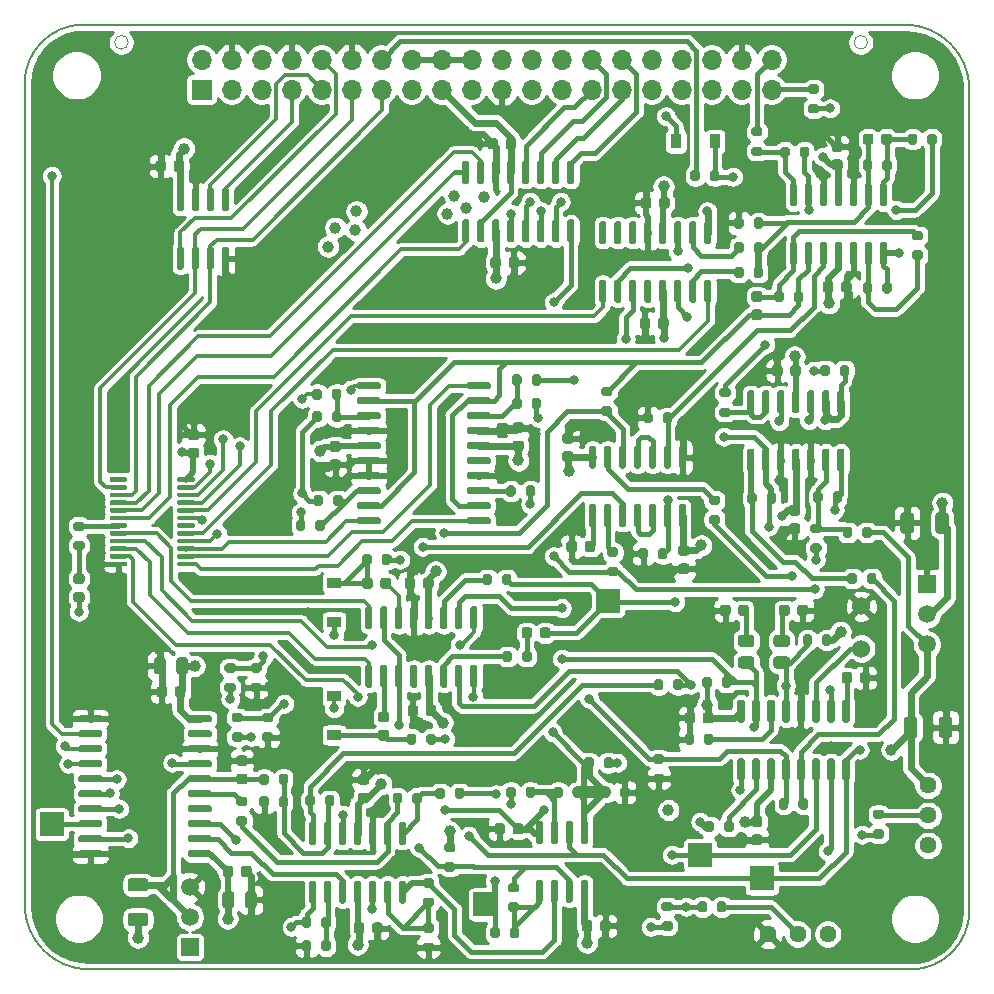
<source format=gbr>
G04 #@! TF.GenerationSoftware,KiCad,Pcbnew,(5.1.12-1-10_14)*
G04 #@! TF.CreationDate,2022-06-20T08:58:01-07:00*
G04 #@! TF.ProjectId,as3340,61733333-3430-42e6-9b69-6361645f7063,rev?*
G04 #@! TF.SameCoordinates,Original*
G04 #@! TF.FileFunction,Copper,L1,Top*
G04 #@! TF.FilePolarity,Positive*
%FSLAX46Y46*%
G04 Gerber Fmt 4.6, Leading zero omitted, Abs format (unit mm)*
G04 Created by KiCad (PCBNEW (5.1.12-1-10_14)) date 2022-06-20 08:58:01*
%MOMM*%
%LPD*%
G01*
G04 APERTURE LIST*
G04 #@! TA.AperFunction,Profile*
%ADD10C,0.050000*%
G04 #@! TD*
G04 #@! TA.AperFunction,Profile*
%ADD11C,0.150000*%
G04 #@! TD*
G04 #@! TA.AperFunction,SMDPad,CuDef*
%ADD12R,0.900000X1.200000*%
G04 #@! TD*
G04 #@! TA.AperFunction,SMDPad,CuDef*
%ADD13R,2.000000X2.000000*%
G04 #@! TD*
G04 #@! TA.AperFunction,ComponentPad*
%ADD14O,1.700000X1.700000*%
G04 #@! TD*
G04 #@! TA.AperFunction,ComponentPad*
%ADD15R,1.700000X1.700000*%
G04 #@! TD*
G04 #@! TA.AperFunction,ComponentPad*
%ADD16R,1.500000X1.500000*%
G04 #@! TD*
G04 #@! TA.AperFunction,ComponentPad*
%ADD17C,1.500000*%
G04 #@! TD*
G04 #@! TA.AperFunction,ComponentPad*
%ADD18C,1.524000*%
G04 #@! TD*
G04 #@! TA.AperFunction,SMDPad,CuDef*
%ADD19R,1.200000X0.900000*%
G04 #@! TD*
G04 #@! TA.AperFunction,ComponentPad*
%ADD20C,1.440000*%
G04 #@! TD*
G04 #@! TA.AperFunction,ViaPad*
%ADD21C,1.000000*%
G04 #@! TD*
G04 #@! TA.AperFunction,ViaPad*
%ADD22C,0.800000*%
G04 #@! TD*
G04 #@! TA.AperFunction,Conductor*
%ADD23C,0.600000*%
G04 #@! TD*
G04 #@! TA.AperFunction,Conductor*
%ADD24C,0.400000*%
G04 #@! TD*
G04 #@! TA.AperFunction,Conductor*
%ADD25C,0.500000*%
G04 #@! TD*
G04 #@! TA.AperFunction,Conductor*
%ADD26C,0.300000*%
G04 #@! TD*
G04 #@! TA.AperFunction,Conductor*
%ADD27C,1.000000*%
G04 #@! TD*
G04 #@! TA.AperFunction,Conductor*
%ADD28C,0.254000*%
G04 #@! TD*
G04 #@! TA.AperFunction,Conductor*
%ADD29C,0.100000*%
G04 #@! TD*
G04 APERTURE END LIST*
D10*
X138376000Y-27000000D02*
G75*
G03*
X138376000Y-27000000I-576000J0D01*
G01*
X75776000Y-27000000D02*
G75*
G03*
X75776000Y-27000000I-576000J0D01*
G01*
D11*
X147000000Y-100500000D02*
X147000000Y-31000000D01*
X67000000Y-30500000D02*
X67000000Y-100000000D01*
X142000000Y-105500000D02*
X72500000Y-105500000D01*
X72500000Y-105500000D02*
G75*
G02*
X67000000Y-100000000I0J5500000D01*
G01*
X147000000Y-100500000D02*
G75*
G02*
X142000000Y-105500000I-5000000J0D01*
G01*
X72000000Y-25500000D02*
X141500000Y-25500000D01*
X67000000Y-30500000D02*
G75*
G02*
X72000000Y-25500000I5000000J0D01*
G01*
X141500000Y-25500000D02*
G75*
G02*
X147000000Y-31000000I0J-5500000D01*
G01*
G04 #@! TA.AperFunction,SMDPad,CuDef*
G36*
G01*
X80345000Y-41300000D02*
X80045000Y-41300000D01*
G75*
G02*
X79895000Y-41150000I0J150000D01*
G01*
X79895000Y-39500000D01*
G75*
G02*
X80045000Y-39350000I150000J0D01*
G01*
X80345000Y-39350000D01*
G75*
G02*
X80495000Y-39500000I0J-150000D01*
G01*
X80495000Y-41150000D01*
G75*
G02*
X80345000Y-41300000I-150000J0D01*
G01*
G37*
G04 #@! TD.AperFunction*
G04 #@! TA.AperFunction,SMDPad,CuDef*
G36*
G01*
X81615000Y-41300000D02*
X81315000Y-41300000D01*
G75*
G02*
X81165000Y-41150000I0J150000D01*
G01*
X81165000Y-39500000D01*
G75*
G02*
X81315000Y-39350000I150000J0D01*
G01*
X81615000Y-39350000D01*
G75*
G02*
X81765000Y-39500000I0J-150000D01*
G01*
X81765000Y-41150000D01*
G75*
G02*
X81615000Y-41300000I-150000J0D01*
G01*
G37*
G04 #@! TD.AperFunction*
G04 #@! TA.AperFunction,SMDPad,CuDef*
G36*
G01*
X82885000Y-41300000D02*
X82585000Y-41300000D01*
G75*
G02*
X82435000Y-41150000I0J150000D01*
G01*
X82435000Y-39500000D01*
G75*
G02*
X82585000Y-39350000I150000J0D01*
G01*
X82885000Y-39350000D01*
G75*
G02*
X83035000Y-39500000I0J-150000D01*
G01*
X83035000Y-41150000D01*
G75*
G02*
X82885000Y-41300000I-150000J0D01*
G01*
G37*
G04 #@! TD.AperFunction*
G04 #@! TA.AperFunction,SMDPad,CuDef*
G36*
G01*
X84155000Y-41300000D02*
X83855000Y-41300000D01*
G75*
G02*
X83705000Y-41150000I0J150000D01*
G01*
X83705000Y-39500000D01*
G75*
G02*
X83855000Y-39350000I150000J0D01*
G01*
X84155000Y-39350000D01*
G75*
G02*
X84305000Y-39500000I0J-150000D01*
G01*
X84305000Y-41150000D01*
G75*
G02*
X84155000Y-41300000I-150000J0D01*
G01*
G37*
G04 #@! TD.AperFunction*
G04 #@! TA.AperFunction,SMDPad,CuDef*
G36*
G01*
X84155000Y-46250000D02*
X83855000Y-46250000D01*
G75*
G02*
X83705000Y-46100000I0J150000D01*
G01*
X83705000Y-44450000D01*
G75*
G02*
X83855000Y-44300000I150000J0D01*
G01*
X84155000Y-44300000D01*
G75*
G02*
X84305000Y-44450000I0J-150000D01*
G01*
X84305000Y-46100000D01*
G75*
G02*
X84155000Y-46250000I-150000J0D01*
G01*
G37*
G04 #@! TD.AperFunction*
G04 #@! TA.AperFunction,SMDPad,CuDef*
G36*
G01*
X82885000Y-46250000D02*
X82585000Y-46250000D01*
G75*
G02*
X82435000Y-46100000I0J150000D01*
G01*
X82435000Y-44450000D01*
G75*
G02*
X82585000Y-44300000I150000J0D01*
G01*
X82885000Y-44300000D01*
G75*
G02*
X83035000Y-44450000I0J-150000D01*
G01*
X83035000Y-46100000D01*
G75*
G02*
X82885000Y-46250000I-150000J0D01*
G01*
G37*
G04 #@! TD.AperFunction*
G04 #@! TA.AperFunction,SMDPad,CuDef*
G36*
G01*
X81615000Y-46250000D02*
X81315000Y-46250000D01*
G75*
G02*
X81165000Y-46100000I0J150000D01*
G01*
X81165000Y-44450000D01*
G75*
G02*
X81315000Y-44300000I150000J0D01*
G01*
X81615000Y-44300000D01*
G75*
G02*
X81765000Y-44450000I0J-150000D01*
G01*
X81765000Y-46100000D01*
G75*
G02*
X81615000Y-46250000I-150000J0D01*
G01*
G37*
G04 #@! TD.AperFunction*
G04 #@! TA.AperFunction,SMDPad,CuDef*
G36*
G01*
X80345000Y-46250000D02*
X80045000Y-46250000D01*
G75*
G02*
X79895000Y-46100000I0J150000D01*
G01*
X79895000Y-44450000D01*
G75*
G02*
X80045000Y-44300000I150000J0D01*
G01*
X80345000Y-44300000D01*
G75*
G02*
X80495000Y-44450000I0J-150000D01*
G01*
X80495000Y-46100000D01*
G75*
G02*
X80345000Y-46250000I-150000J0D01*
G01*
G37*
G04 #@! TD.AperFunction*
G04 #@! TA.AperFunction,SMDPad,CuDef*
G36*
G01*
X79625000Y-37750000D02*
X79625000Y-37250000D01*
G75*
G02*
X79850000Y-37025000I225000J0D01*
G01*
X80300000Y-37025000D01*
G75*
G02*
X80525000Y-37250000I0J-225000D01*
G01*
X80525000Y-37750000D01*
G75*
G02*
X80300000Y-37975000I-225000J0D01*
G01*
X79850000Y-37975000D01*
G75*
G02*
X79625000Y-37750000I0J225000D01*
G01*
G37*
G04 #@! TD.AperFunction*
G04 #@! TA.AperFunction,SMDPad,CuDef*
G36*
G01*
X78075000Y-37750000D02*
X78075000Y-37250000D01*
G75*
G02*
X78300000Y-37025000I225000J0D01*
G01*
X78750000Y-37025000D01*
G75*
G02*
X78975000Y-37250000I0J-225000D01*
G01*
X78975000Y-37750000D01*
G75*
G02*
X78750000Y-37975000I-225000J0D01*
G01*
X78300000Y-37975000D01*
G75*
G02*
X78075000Y-37750000I0J225000D01*
G01*
G37*
G04 #@! TD.AperFunction*
D12*
X125450000Y-35400000D03*
X122150000Y-35400000D03*
G04 #@! TA.AperFunction,SMDPad,CuDef*
G36*
G01*
X85650000Y-88275000D02*
X85150000Y-88275000D01*
G75*
G02*
X84925000Y-88050000I0J225000D01*
G01*
X84925000Y-87600000D01*
G75*
G02*
X85150000Y-87375000I225000J0D01*
G01*
X85650000Y-87375000D01*
G75*
G02*
X85875000Y-87600000I0J-225000D01*
G01*
X85875000Y-88050000D01*
G75*
G02*
X85650000Y-88275000I-225000J0D01*
G01*
G37*
G04 #@! TD.AperFunction*
G04 #@! TA.AperFunction,SMDPad,CuDef*
G36*
G01*
X85650000Y-89825000D02*
X85150000Y-89825000D01*
G75*
G02*
X84925000Y-89600000I0J225000D01*
G01*
X84925000Y-89150000D01*
G75*
G02*
X85150000Y-88925000I225000J0D01*
G01*
X85650000Y-88925000D01*
G75*
G02*
X85875000Y-89150000I0J-225000D01*
G01*
X85875000Y-89600000D01*
G75*
G02*
X85650000Y-89825000I-225000J0D01*
G01*
G37*
G04 #@! TD.AperFunction*
G04 #@! TA.AperFunction,SMDPad,CuDef*
G36*
G01*
X104425000Y-56235000D02*
X104425000Y-55935000D01*
G75*
G02*
X104575000Y-55785000I150000J0D01*
G01*
X106325000Y-55785000D01*
G75*
G02*
X106475000Y-55935000I0J-150000D01*
G01*
X106475000Y-56235000D01*
G75*
G02*
X106325000Y-56385000I-150000J0D01*
G01*
X104575000Y-56385000D01*
G75*
G02*
X104425000Y-56235000I0J150000D01*
G01*
G37*
G04 #@! TD.AperFunction*
G04 #@! TA.AperFunction,SMDPad,CuDef*
G36*
G01*
X104425000Y-57505000D02*
X104425000Y-57205000D01*
G75*
G02*
X104575000Y-57055000I150000J0D01*
G01*
X106325000Y-57055000D01*
G75*
G02*
X106475000Y-57205000I0J-150000D01*
G01*
X106475000Y-57505000D01*
G75*
G02*
X106325000Y-57655000I-150000J0D01*
G01*
X104575000Y-57655000D01*
G75*
G02*
X104425000Y-57505000I0J150000D01*
G01*
G37*
G04 #@! TD.AperFunction*
G04 #@! TA.AperFunction,SMDPad,CuDef*
G36*
G01*
X104425000Y-58775000D02*
X104425000Y-58475000D01*
G75*
G02*
X104575000Y-58325000I150000J0D01*
G01*
X106325000Y-58325000D01*
G75*
G02*
X106475000Y-58475000I0J-150000D01*
G01*
X106475000Y-58775000D01*
G75*
G02*
X106325000Y-58925000I-150000J0D01*
G01*
X104575000Y-58925000D01*
G75*
G02*
X104425000Y-58775000I0J150000D01*
G01*
G37*
G04 #@! TD.AperFunction*
G04 #@! TA.AperFunction,SMDPad,CuDef*
G36*
G01*
X104425000Y-60045000D02*
X104425000Y-59745000D01*
G75*
G02*
X104575000Y-59595000I150000J0D01*
G01*
X106325000Y-59595000D01*
G75*
G02*
X106475000Y-59745000I0J-150000D01*
G01*
X106475000Y-60045000D01*
G75*
G02*
X106325000Y-60195000I-150000J0D01*
G01*
X104575000Y-60195000D01*
G75*
G02*
X104425000Y-60045000I0J150000D01*
G01*
G37*
G04 #@! TD.AperFunction*
G04 #@! TA.AperFunction,SMDPad,CuDef*
G36*
G01*
X104425000Y-61315000D02*
X104425000Y-61015000D01*
G75*
G02*
X104575000Y-60865000I150000J0D01*
G01*
X106325000Y-60865000D01*
G75*
G02*
X106475000Y-61015000I0J-150000D01*
G01*
X106475000Y-61315000D01*
G75*
G02*
X106325000Y-61465000I-150000J0D01*
G01*
X104575000Y-61465000D01*
G75*
G02*
X104425000Y-61315000I0J150000D01*
G01*
G37*
G04 #@! TD.AperFunction*
G04 #@! TA.AperFunction,SMDPad,CuDef*
G36*
G01*
X104425000Y-62585000D02*
X104425000Y-62285000D01*
G75*
G02*
X104575000Y-62135000I150000J0D01*
G01*
X106325000Y-62135000D01*
G75*
G02*
X106475000Y-62285000I0J-150000D01*
G01*
X106475000Y-62585000D01*
G75*
G02*
X106325000Y-62735000I-150000J0D01*
G01*
X104575000Y-62735000D01*
G75*
G02*
X104425000Y-62585000I0J150000D01*
G01*
G37*
G04 #@! TD.AperFunction*
G04 #@! TA.AperFunction,SMDPad,CuDef*
G36*
G01*
X104425000Y-63855000D02*
X104425000Y-63555000D01*
G75*
G02*
X104575000Y-63405000I150000J0D01*
G01*
X106325000Y-63405000D01*
G75*
G02*
X106475000Y-63555000I0J-150000D01*
G01*
X106475000Y-63855000D01*
G75*
G02*
X106325000Y-64005000I-150000J0D01*
G01*
X104575000Y-64005000D01*
G75*
G02*
X104425000Y-63855000I0J150000D01*
G01*
G37*
G04 #@! TD.AperFunction*
G04 #@! TA.AperFunction,SMDPad,CuDef*
G36*
G01*
X104425000Y-65125000D02*
X104425000Y-64825000D01*
G75*
G02*
X104575000Y-64675000I150000J0D01*
G01*
X106325000Y-64675000D01*
G75*
G02*
X106475000Y-64825000I0J-150000D01*
G01*
X106475000Y-65125000D01*
G75*
G02*
X106325000Y-65275000I-150000J0D01*
G01*
X104575000Y-65275000D01*
G75*
G02*
X104425000Y-65125000I0J150000D01*
G01*
G37*
G04 #@! TD.AperFunction*
G04 #@! TA.AperFunction,SMDPad,CuDef*
G36*
G01*
X104425000Y-66395000D02*
X104425000Y-66095000D01*
G75*
G02*
X104575000Y-65945000I150000J0D01*
G01*
X106325000Y-65945000D01*
G75*
G02*
X106475000Y-66095000I0J-150000D01*
G01*
X106475000Y-66395000D01*
G75*
G02*
X106325000Y-66545000I-150000J0D01*
G01*
X104575000Y-66545000D01*
G75*
G02*
X104425000Y-66395000I0J150000D01*
G01*
G37*
G04 #@! TD.AperFunction*
G04 #@! TA.AperFunction,SMDPad,CuDef*
G36*
G01*
X104425000Y-67665000D02*
X104425000Y-67365000D01*
G75*
G02*
X104575000Y-67215000I150000J0D01*
G01*
X106325000Y-67215000D01*
G75*
G02*
X106475000Y-67365000I0J-150000D01*
G01*
X106475000Y-67665000D01*
G75*
G02*
X106325000Y-67815000I-150000J0D01*
G01*
X104575000Y-67815000D01*
G75*
G02*
X104425000Y-67665000I0J150000D01*
G01*
G37*
G04 #@! TD.AperFunction*
G04 #@! TA.AperFunction,SMDPad,CuDef*
G36*
G01*
X95125000Y-67665000D02*
X95125000Y-67365000D01*
G75*
G02*
X95275000Y-67215000I150000J0D01*
G01*
X97025000Y-67215000D01*
G75*
G02*
X97175000Y-67365000I0J-150000D01*
G01*
X97175000Y-67665000D01*
G75*
G02*
X97025000Y-67815000I-150000J0D01*
G01*
X95275000Y-67815000D01*
G75*
G02*
X95125000Y-67665000I0J150000D01*
G01*
G37*
G04 #@! TD.AperFunction*
G04 #@! TA.AperFunction,SMDPad,CuDef*
G36*
G01*
X95125000Y-66395000D02*
X95125000Y-66095000D01*
G75*
G02*
X95275000Y-65945000I150000J0D01*
G01*
X97025000Y-65945000D01*
G75*
G02*
X97175000Y-66095000I0J-150000D01*
G01*
X97175000Y-66395000D01*
G75*
G02*
X97025000Y-66545000I-150000J0D01*
G01*
X95275000Y-66545000D01*
G75*
G02*
X95125000Y-66395000I0J150000D01*
G01*
G37*
G04 #@! TD.AperFunction*
G04 #@! TA.AperFunction,SMDPad,CuDef*
G36*
G01*
X95125000Y-65125000D02*
X95125000Y-64825000D01*
G75*
G02*
X95275000Y-64675000I150000J0D01*
G01*
X97025000Y-64675000D01*
G75*
G02*
X97175000Y-64825000I0J-150000D01*
G01*
X97175000Y-65125000D01*
G75*
G02*
X97025000Y-65275000I-150000J0D01*
G01*
X95275000Y-65275000D01*
G75*
G02*
X95125000Y-65125000I0J150000D01*
G01*
G37*
G04 #@! TD.AperFunction*
G04 #@! TA.AperFunction,SMDPad,CuDef*
G36*
G01*
X95125000Y-63855000D02*
X95125000Y-63555000D01*
G75*
G02*
X95275000Y-63405000I150000J0D01*
G01*
X97025000Y-63405000D01*
G75*
G02*
X97175000Y-63555000I0J-150000D01*
G01*
X97175000Y-63855000D01*
G75*
G02*
X97025000Y-64005000I-150000J0D01*
G01*
X95275000Y-64005000D01*
G75*
G02*
X95125000Y-63855000I0J150000D01*
G01*
G37*
G04 #@! TD.AperFunction*
G04 #@! TA.AperFunction,SMDPad,CuDef*
G36*
G01*
X95125000Y-62585000D02*
X95125000Y-62285000D01*
G75*
G02*
X95275000Y-62135000I150000J0D01*
G01*
X97025000Y-62135000D01*
G75*
G02*
X97175000Y-62285000I0J-150000D01*
G01*
X97175000Y-62585000D01*
G75*
G02*
X97025000Y-62735000I-150000J0D01*
G01*
X95275000Y-62735000D01*
G75*
G02*
X95125000Y-62585000I0J150000D01*
G01*
G37*
G04 #@! TD.AperFunction*
G04 #@! TA.AperFunction,SMDPad,CuDef*
G36*
G01*
X95125000Y-61315000D02*
X95125000Y-61015000D01*
G75*
G02*
X95275000Y-60865000I150000J0D01*
G01*
X97025000Y-60865000D01*
G75*
G02*
X97175000Y-61015000I0J-150000D01*
G01*
X97175000Y-61315000D01*
G75*
G02*
X97025000Y-61465000I-150000J0D01*
G01*
X95275000Y-61465000D01*
G75*
G02*
X95125000Y-61315000I0J150000D01*
G01*
G37*
G04 #@! TD.AperFunction*
G04 #@! TA.AperFunction,SMDPad,CuDef*
G36*
G01*
X95125000Y-60045000D02*
X95125000Y-59745000D01*
G75*
G02*
X95275000Y-59595000I150000J0D01*
G01*
X97025000Y-59595000D01*
G75*
G02*
X97175000Y-59745000I0J-150000D01*
G01*
X97175000Y-60045000D01*
G75*
G02*
X97025000Y-60195000I-150000J0D01*
G01*
X95275000Y-60195000D01*
G75*
G02*
X95125000Y-60045000I0J150000D01*
G01*
G37*
G04 #@! TD.AperFunction*
G04 #@! TA.AperFunction,SMDPad,CuDef*
G36*
G01*
X95125000Y-58775000D02*
X95125000Y-58475000D01*
G75*
G02*
X95275000Y-58325000I150000J0D01*
G01*
X97025000Y-58325000D01*
G75*
G02*
X97175000Y-58475000I0J-150000D01*
G01*
X97175000Y-58775000D01*
G75*
G02*
X97025000Y-58925000I-150000J0D01*
G01*
X95275000Y-58925000D01*
G75*
G02*
X95125000Y-58775000I0J150000D01*
G01*
G37*
G04 #@! TD.AperFunction*
G04 #@! TA.AperFunction,SMDPad,CuDef*
G36*
G01*
X95125000Y-57505000D02*
X95125000Y-57205000D01*
G75*
G02*
X95275000Y-57055000I150000J0D01*
G01*
X97025000Y-57055000D01*
G75*
G02*
X97175000Y-57205000I0J-150000D01*
G01*
X97175000Y-57505000D01*
G75*
G02*
X97025000Y-57655000I-150000J0D01*
G01*
X95275000Y-57655000D01*
G75*
G02*
X95125000Y-57505000I0J150000D01*
G01*
G37*
G04 #@! TD.AperFunction*
G04 #@! TA.AperFunction,SMDPad,CuDef*
G36*
G01*
X95125000Y-56235000D02*
X95125000Y-55935000D01*
G75*
G02*
X95275000Y-55785000I150000J0D01*
G01*
X97025000Y-55785000D01*
G75*
G02*
X97175000Y-55935000I0J-150000D01*
G01*
X97175000Y-56235000D01*
G75*
G02*
X97025000Y-56385000I-150000J0D01*
G01*
X95275000Y-56385000D01*
G75*
G02*
X95125000Y-56235000I0J150000D01*
G01*
G37*
G04 #@! TD.AperFunction*
G04 #@! TA.AperFunction,SMDPad,CuDef*
G36*
G01*
X93025000Y-57075000D02*
X93025000Y-56525000D01*
G75*
G02*
X93225000Y-56325000I200000J0D01*
G01*
X93625000Y-56325000D01*
G75*
G02*
X93825000Y-56525000I0J-200000D01*
G01*
X93825000Y-57075000D01*
G75*
G02*
X93625000Y-57275000I-200000J0D01*
G01*
X93225000Y-57275000D01*
G75*
G02*
X93025000Y-57075000I0J200000D01*
G01*
G37*
G04 #@! TD.AperFunction*
G04 #@! TA.AperFunction,SMDPad,CuDef*
G36*
G01*
X91375000Y-57075000D02*
X91375000Y-56525000D01*
G75*
G02*
X91575000Y-56325000I200000J0D01*
G01*
X91975000Y-56325000D01*
G75*
G02*
X92175000Y-56525000I0J-200000D01*
G01*
X92175000Y-57075000D01*
G75*
G02*
X91975000Y-57275000I-200000J0D01*
G01*
X91575000Y-57275000D01*
G75*
G02*
X91375000Y-57075000I0J200000D01*
G01*
G37*
G04 #@! TD.AperFunction*
G04 #@! TA.AperFunction,SMDPad,CuDef*
G36*
G01*
X109075000Y-57325000D02*
X109075000Y-57875000D01*
G75*
G02*
X108875000Y-58075000I-200000J0D01*
G01*
X108475000Y-58075000D01*
G75*
G02*
X108275000Y-57875000I0J200000D01*
G01*
X108275000Y-57325000D01*
G75*
G02*
X108475000Y-57125000I200000J0D01*
G01*
X108875000Y-57125000D01*
G75*
G02*
X109075000Y-57325000I0J-200000D01*
G01*
G37*
G04 #@! TD.AperFunction*
G04 #@! TA.AperFunction,SMDPad,CuDef*
G36*
G01*
X110725000Y-57325000D02*
X110725000Y-57875000D01*
G75*
G02*
X110525000Y-58075000I-200000J0D01*
G01*
X110125000Y-58075000D01*
G75*
G02*
X109925000Y-57875000I0J200000D01*
G01*
X109925000Y-57325000D01*
G75*
G02*
X110125000Y-57125000I200000J0D01*
G01*
X110525000Y-57125000D01*
G75*
G02*
X110725000Y-57325000I0J-200000D01*
G01*
G37*
G04 #@! TD.AperFunction*
G04 #@! TA.AperFunction,SMDPad,CuDef*
G36*
G01*
X91625000Y-68175000D02*
X91625000Y-67625000D01*
G75*
G02*
X91825000Y-67425000I200000J0D01*
G01*
X92225000Y-67425000D01*
G75*
G02*
X92425000Y-67625000I0J-200000D01*
G01*
X92425000Y-68175000D01*
G75*
G02*
X92225000Y-68375000I-200000J0D01*
G01*
X91825000Y-68375000D01*
G75*
G02*
X91625000Y-68175000I0J200000D01*
G01*
G37*
G04 #@! TD.AperFunction*
G04 #@! TA.AperFunction,SMDPad,CuDef*
G36*
G01*
X89975000Y-68175000D02*
X89975000Y-67625000D01*
G75*
G02*
X90175000Y-67425000I200000J0D01*
G01*
X90575000Y-67425000D01*
G75*
G02*
X90775000Y-67625000I0J-200000D01*
G01*
X90775000Y-68175000D01*
G75*
G02*
X90575000Y-68375000I-200000J0D01*
G01*
X90175000Y-68375000D01*
G75*
G02*
X89975000Y-68175000I0J200000D01*
G01*
G37*
G04 #@! TD.AperFunction*
D13*
X106000000Y-100000000D03*
G04 #@! TA.AperFunction,SMDPad,CuDef*
G36*
G01*
X132625000Y-36575000D02*
X132625000Y-36025000D01*
G75*
G02*
X132825000Y-35825000I200000J0D01*
G01*
X133225000Y-35825000D01*
G75*
G02*
X133425000Y-36025000I0J-200000D01*
G01*
X133425000Y-36575000D01*
G75*
G02*
X133225000Y-36775000I-200000J0D01*
G01*
X132825000Y-36775000D01*
G75*
G02*
X132625000Y-36575000I0J200000D01*
G01*
G37*
G04 #@! TD.AperFunction*
G04 #@! TA.AperFunction,SMDPad,CuDef*
G36*
G01*
X130975000Y-36575000D02*
X130975000Y-36025000D01*
G75*
G02*
X131175000Y-35825000I200000J0D01*
G01*
X131575000Y-35825000D01*
G75*
G02*
X131775000Y-36025000I0J-200000D01*
G01*
X131775000Y-36575000D01*
G75*
G02*
X131575000Y-36775000I-200000J0D01*
G01*
X131175000Y-36775000D01*
G75*
G02*
X130975000Y-36575000I0J200000D01*
G01*
G37*
G04 #@! TD.AperFunction*
G04 #@! TA.AperFunction,SMDPad,CuDef*
G36*
G01*
X142575000Y-34925000D02*
X142575000Y-35475000D01*
G75*
G02*
X142375000Y-35675000I-200000J0D01*
G01*
X141975000Y-35675000D01*
G75*
G02*
X141775000Y-35475000I0J200000D01*
G01*
X141775000Y-34925000D01*
G75*
G02*
X141975000Y-34725000I200000J0D01*
G01*
X142375000Y-34725000D01*
G75*
G02*
X142575000Y-34925000I0J-200000D01*
G01*
G37*
G04 #@! TD.AperFunction*
G04 #@! TA.AperFunction,SMDPad,CuDef*
G36*
G01*
X144225000Y-34925000D02*
X144225000Y-35475000D01*
G75*
G02*
X144025000Y-35675000I-200000J0D01*
G01*
X143625000Y-35675000D01*
G75*
G02*
X143425000Y-35475000I0J200000D01*
G01*
X143425000Y-34925000D01*
G75*
G02*
X143625000Y-34725000I200000J0D01*
G01*
X144025000Y-34725000D01*
G75*
G02*
X144225000Y-34925000I0J-200000D01*
G01*
G37*
G04 #@! TD.AperFunction*
G04 #@! TA.AperFunction,SMDPad,CuDef*
G36*
G01*
X139625000Y-37675000D02*
X139625000Y-37125000D01*
G75*
G02*
X139825000Y-36925000I200000J0D01*
G01*
X140225000Y-36925000D01*
G75*
G02*
X140425000Y-37125000I0J-200000D01*
G01*
X140425000Y-37675000D01*
G75*
G02*
X140225000Y-37875000I-200000J0D01*
G01*
X139825000Y-37875000D01*
G75*
G02*
X139625000Y-37675000I0J200000D01*
G01*
G37*
G04 #@! TD.AperFunction*
G04 #@! TA.AperFunction,SMDPad,CuDef*
G36*
G01*
X137975000Y-37675000D02*
X137975000Y-37125000D01*
G75*
G02*
X138175000Y-36925000I200000J0D01*
G01*
X138575000Y-36925000D01*
G75*
G02*
X138775000Y-37125000I0J-200000D01*
G01*
X138775000Y-37675000D01*
G75*
G02*
X138575000Y-37875000I-200000J0D01*
G01*
X138175000Y-37875000D01*
G75*
G02*
X137975000Y-37675000I0J200000D01*
G01*
G37*
G04 #@! TD.AperFunction*
G04 #@! TA.AperFunction,SMDPad,CuDef*
G36*
G01*
X116025000Y-57825000D02*
X116575000Y-57825000D01*
G75*
G02*
X116775000Y-58025000I0J-200000D01*
G01*
X116775000Y-58425000D01*
G75*
G02*
X116575000Y-58625000I-200000J0D01*
G01*
X116025000Y-58625000D01*
G75*
G02*
X115825000Y-58425000I0J200000D01*
G01*
X115825000Y-58025000D01*
G75*
G02*
X116025000Y-57825000I200000J0D01*
G01*
G37*
G04 #@! TD.AperFunction*
G04 #@! TA.AperFunction,SMDPad,CuDef*
G36*
G01*
X116025000Y-56175000D02*
X116575000Y-56175000D01*
G75*
G02*
X116775000Y-56375000I0J-200000D01*
G01*
X116775000Y-56775000D01*
G75*
G02*
X116575000Y-56975000I-200000J0D01*
G01*
X116025000Y-56975000D01*
G75*
G02*
X115825000Y-56775000I0J200000D01*
G01*
X115825000Y-56375000D01*
G75*
G02*
X116025000Y-56175000I200000J0D01*
G01*
G37*
G04 #@! TD.AperFunction*
G04 #@! TA.AperFunction,SMDPad,CuDef*
G36*
G01*
X138875000Y-34950000D02*
X138875000Y-35450000D01*
G75*
G02*
X138650000Y-35675000I-225000J0D01*
G01*
X138200000Y-35675000D01*
G75*
G02*
X137975000Y-35450000I0J225000D01*
G01*
X137975000Y-34950000D01*
G75*
G02*
X138200000Y-34725000I225000J0D01*
G01*
X138650000Y-34725000D01*
G75*
G02*
X138875000Y-34950000I0J-225000D01*
G01*
G37*
G04 #@! TD.AperFunction*
G04 #@! TA.AperFunction,SMDPad,CuDef*
G36*
G01*
X140425000Y-34950000D02*
X140425000Y-35450000D01*
G75*
G02*
X140200000Y-35675000I-225000J0D01*
G01*
X139750000Y-35675000D01*
G75*
G02*
X139525000Y-35450000I0J225000D01*
G01*
X139525000Y-34950000D01*
G75*
G02*
X139750000Y-34725000I225000J0D01*
G01*
X140200000Y-34725000D01*
G75*
G02*
X140425000Y-34950000I0J-225000D01*
G01*
G37*
G04 #@! TD.AperFunction*
G04 #@! TA.AperFunction,SMDPad,CuDef*
G36*
G01*
X128750000Y-49625000D02*
X129250000Y-49625000D01*
G75*
G02*
X129475000Y-49850000I0J-225000D01*
G01*
X129475000Y-50300000D01*
G75*
G02*
X129250000Y-50525000I-225000J0D01*
G01*
X128750000Y-50525000D01*
G75*
G02*
X128525000Y-50300000I0J225000D01*
G01*
X128525000Y-49850000D01*
G75*
G02*
X128750000Y-49625000I225000J0D01*
G01*
G37*
G04 #@! TD.AperFunction*
G04 #@! TA.AperFunction,SMDPad,CuDef*
G36*
G01*
X128750000Y-48075000D02*
X129250000Y-48075000D01*
G75*
G02*
X129475000Y-48300000I0J-225000D01*
G01*
X129475000Y-48750000D01*
G75*
G02*
X129250000Y-48975000I-225000J0D01*
G01*
X128750000Y-48975000D01*
G75*
G02*
X128525000Y-48750000I0J225000D01*
G01*
X128525000Y-48300000D01*
G75*
G02*
X128750000Y-48075000I225000J0D01*
G01*
G37*
G04 #@! TD.AperFunction*
G04 #@! TA.AperFunction,SMDPad,CuDef*
G36*
G01*
X131275000Y-48275000D02*
X131275000Y-48825000D01*
G75*
G02*
X131075000Y-49025000I-200000J0D01*
G01*
X130675000Y-49025000D01*
G75*
G02*
X130475000Y-48825000I0J200000D01*
G01*
X130475000Y-48275000D01*
G75*
G02*
X130675000Y-48075000I200000J0D01*
G01*
X131075000Y-48075000D01*
G75*
G02*
X131275000Y-48275000I0J-200000D01*
G01*
G37*
G04 #@! TD.AperFunction*
G04 #@! TA.AperFunction,SMDPad,CuDef*
G36*
G01*
X132925000Y-48275000D02*
X132925000Y-48825000D01*
G75*
G02*
X132725000Y-49025000I-200000J0D01*
G01*
X132325000Y-49025000D01*
G75*
G02*
X132125000Y-48825000I0J200000D01*
G01*
X132125000Y-48275000D01*
G75*
G02*
X132325000Y-48075000I200000J0D01*
G01*
X132725000Y-48075000D01*
G75*
G02*
X132925000Y-48275000I0J-200000D01*
G01*
G37*
G04 #@! TD.AperFunction*
G04 #@! TA.AperFunction,SMDPad,CuDef*
G36*
G01*
X134075000Y-31375000D02*
X133525000Y-31375000D01*
G75*
G02*
X133325000Y-31175000I0J200000D01*
G01*
X133325000Y-30775000D01*
G75*
G02*
X133525000Y-30575000I200000J0D01*
G01*
X134075000Y-30575000D01*
G75*
G02*
X134275000Y-30775000I0J-200000D01*
G01*
X134275000Y-31175000D01*
G75*
G02*
X134075000Y-31375000I-200000J0D01*
G01*
G37*
G04 #@! TD.AperFunction*
G04 #@! TA.AperFunction,SMDPad,CuDef*
G36*
G01*
X134075000Y-33025000D02*
X133525000Y-33025000D01*
G75*
G02*
X133325000Y-32825000I0J200000D01*
G01*
X133325000Y-32425000D01*
G75*
G02*
X133525000Y-32225000I200000J0D01*
G01*
X134075000Y-32225000D01*
G75*
G02*
X134275000Y-32425000I0J-200000D01*
G01*
X134275000Y-32825000D01*
G75*
G02*
X134075000Y-33025000I-200000J0D01*
G01*
G37*
G04 #@! TD.AperFunction*
G04 #@! TA.AperFunction,SMDPad,CuDef*
G36*
G01*
X138775000Y-47525000D02*
X138775000Y-48075000D01*
G75*
G02*
X138575000Y-48275000I-200000J0D01*
G01*
X138175000Y-48275000D01*
G75*
G02*
X137975000Y-48075000I0J200000D01*
G01*
X137975000Y-47525000D01*
G75*
G02*
X138175000Y-47325000I200000J0D01*
G01*
X138575000Y-47325000D01*
G75*
G02*
X138775000Y-47525000I0J-200000D01*
G01*
G37*
G04 #@! TD.AperFunction*
G04 #@! TA.AperFunction,SMDPad,CuDef*
G36*
G01*
X140425000Y-47525000D02*
X140425000Y-48075000D01*
G75*
G02*
X140225000Y-48275000I-200000J0D01*
G01*
X139825000Y-48275000D01*
G75*
G02*
X139625000Y-48075000I0J200000D01*
G01*
X139625000Y-47525000D01*
G75*
G02*
X139825000Y-47325000I200000J0D01*
G01*
X140225000Y-47325000D01*
G75*
G02*
X140425000Y-47525000I0J-200000D01*
G01*
G37*
G04 #@! TD.AperFunction*
G04 #@! TA.AperFunction,SMDPad,CuDef*
G36*
G01*
X142875000Y-43775000D02*
X142325000Y-43775000D01*
G75*
G02*
X142125000Y-43575000I0J200000D01*
G01*
X142125000Y-43175000D01*
G75*
G02*
X142325000Y-42975000I200000J0D01*
G01*
X142875000Y-42975000D01*
G75*
G02*
X143075000Y-43175000I0J-200000D01*
G01*
X143075000Y-43575000D01*
G75*
G02*
X142875000Y-43775000I-200000J0D01*
G01*
G37*
G04 #@! TD.AperFunction*
G04 #@! TA.AperFunction,SMDPad,CuDef*
G36*
G01*
X142875000Y-45425000D02*
X142325000Y-45425000D01*
G75*
G02*
X142125000Y-45225000I0J200000D01*
G01*
X142125000Y-44825000D01*
G75*
G02*
X142325000Y-44625000I200000J0D01*
G01*
X142875000Y-44625000D01*
G75*
G02*
X143075000Y-44825000I0J-200000D01*
G01*
X143075000Y-45225000D01*
G75*
G02*
X142875000Y-45425000I-200000J0D01*
G01*
G37*
G04 #@! TD.AperFunction*
X69300000Y-93200000D03*
X124200000Y-95800000D03*
G04 #@! TA.AperFunction,SMDPad,CuDef*
G36*
G01*
X104505000Y-39000000D02*
X104205000Y-39000000D01*
G75*
G02*
X104055000Y-38850000I0J150000D01*
G01*
X104055000Y-37200000D01*
G75*
G02*
X104205000Y-37050000I150000J0D01*
G01*
X104505000Y-37050000D01*
G75*
G02*
X104655000Y-37200000I0J-150000D01*
G01*
X104655000Y-38850000D01*
G75*
G02*
X104505000Y-39000000I-150000J0D01*
G01*
G37*
G04 #@! TD.AperFunction*
G04 #@! TA.AperFunction,SMDPad,CuDef*
G36*
G01*
X105775000Y-39000000D02*
X105475000Y-39000000D01*
G75*
G02*
X105325000Y-38850000I0J150000D01*
G01*
X105325000Y-37200000D01*
G75*
G02*
X105475000Y-37050000I150000J0D01*
G01*
X105775000Y-37050000D01*
G75*
G02*
X105925000Y-37200000I0J-150000D01*
G01*
X105925000Y-38850000D01*
G75*
G02*
X105775000Y-39000000I-150000J0D01*
G01*
G37*
G04 #@! TD.AperFunction*
G04 #@! TA.AperFunction,SMDPad,CuDef*
G36*
G01*
X107045000Y-39000000D02*
X106745000Y-39000000D01*
G75*
G02*
X106595000Y-38850000I0J150000D01*
G01*
X106595000Y-37200000D01*
G75*
G02*
X106745000Y-37050000I150000J0D01*
G01*
X107045000Y-37050000D01*
G75*
G02*
X107195000Y-37200000I0J-150000D01*
G01*
X107195000Y-38850000D01*
G75*
G02*
X107045000Y-39000000I-150000J0D01*
G01*
G37*
G04 #@! TD.AperFunction*
G04 #@! TA.AperFunction,SMDPad,CuDef*
G36*
G01*
X108315000Y-39000000D02*
X108015000Y-39000000D01*
G75*
G02*
X107865000Y-38850000I0J150000D01*
G01*
X107865000Y-37200000D01*
G75*
G02*
X108015000Y-37050000I150000J0D01*
G01*
X108315000Y-37050000D01*
G75*
G02*
X108465000Y-37200000I0J-150000D01*
G01*
X108465000Y-38850000D01*
G75*
G02*
X108315000Y-39000000I-150000J0D01*
G01*
G37*
G04 #@! TD.AperFunction*
G04 #@! TA.AperFunction,SMDPad,CuDef*
G36*
G01*
X109585000Y-39000000D02*
X109285000Y-39000000D01*
G75*
G02*
X109135000Y-38850000I0J150000D01*
G01*
X109135000Y-37200000D01*
G75*
G02*
X109285000Y-37050000I150000J0D01*
G01*
X109585000Y-37050000D01*
G75*
G02*
X109735000Y-37200000I0J-150000D01*
G01*
X109735000Y-38850000D01*
G75*
G02*
X109585000Y-39000000I-150000J0D01*
G01*
G37*
G04 #@! TD.AperFunction*
G04 #@! TA.AperFunction,SMDPad,CuDef*
G36*
G01*
X110855000Y-39000000D02*
X110555000Y-39000000D01*
G75*
G02*
X110405000Y-38850000I0J150000D01*
G01*
X110405000Y-37200000D01*
G75*
G02*
X110555000Y-37050000I150000J0D01*
G01*
X110855000Y-37050000D01*
G75*
G02*
X111005000Y-37200000I0J-150000D01*
G01*
X111005000Y-38850000D01*
G75*
G02*
X110855000Y-39000000I-150000J0D01*
G01*
G37*
G04 #@! TD.AperFunction*
G04 #@! TA.AperFunction,SMDPad,CuDef*
G36*
G01*
X112125000Y-39000000D02*
X111825000Y-39000000D01*
G75*
G02*
X111675000Y-38850000I0J150000D01*
G01*
X111675000Y-37200000D01*
G75*
G02*
X111825000Y-37050000I150000J0D01*
G01*
X112125000Y-37050000D01*
G75*
G02*
X112275000Y-37200000I0J-150000D01*
G01*
X112275000Y-38850000D01*
G75*
G02*
X112125000Y-39000000I-150000J0D01*
G01*
G37*
G04 #@! TD.AperFunction*
G04 #@! TA.AperFunction,SMDPad,CuDef*
G36*
G01*
X113395000Y-39000000D02*
X113095000Y-39000000D01*
G75*
G02*
X112945000Y-38850000I0J150000D01*
G01*
X112945000Y-37200000D01*
G75*
G02*
X113095000Y-37050000I150000J0D01*
G01*
X113395000Y-37050000D01*
G75*
G02*
X113545000Y-37200000I0J-150000D01*
G01*
X113545000Y-38850000D01*
G75*
G02*
X113395000Y-39000000I-150000J0D01*
G01*
G37*
G04 #@! TD.AperFunction*
G04 #@! TA.AperFunction,SMDPad,CuDef*
G36*
G01*
X113395000Y-43950000D02*
X113095000Y-43950000D01*
G75*
G02*
X112945000Y-43800000I0J150000D01*
G01*
X112945000Y-42150000D01*
G75*
G02*
X113095000Y-42000000I150000J0D01*
G01*
X113395000Y-42000000D01*
G75*
G02*
X113545000Y-42150000I0J-150000D01*
G01*
X113545000Y-43800000D01*
G75*
G02*
X113395000Y-43950000I-150000J0D01*
G01*
G37*
G04 #@! TD.AperFunction*
G04 #@! TA.AperFunction,SMDPad,CuDef*
G36*
G01*
X112125000Y-43950000D02*
X111825000Y-43950000D01*
G75*
G02*
X111675000Y-43800000I0J150000D01*
G01*
X111675000Y-42150000D01*
G75*
G02*
X111825000Y-42000000I150000J0D01*
G01*
X112125000Y-42000000D01*
G75*
G02*
X112275000Y-42150000I0J-150000D01*
G01*
X112275000Y-43800000D01*
G75*
G02*
X112125000Y-43950000I-150000J0D01*
G01*
G37*
G04 #@! TD.AperFunction*
G04 #@! TA.AperFunction,SMDPad,CuDef*
G36*
G01*
X110855000Y-43950000D02*
X110555000Y-43950000D01*
G75*
G02*
X110405000Y-43800000I0J150000D01*
G01*
X110405000Y-42150000D01*
G75*
G02*
X110555000Y-42000000I150000J0D01*
G01*
X110855000Y-42000000D01*
G75*
G02*
X111005000Y-42150000I0J-150000D01*
G01*
X111005000Y-43800000D01*
G75*
G02*
X110855000Y-43950000I-150000J0D01*
G01*
G37*
G04 #@! TD.AperFunction*
G04 #@! TA.AperFunction,SMDPad,CuDef*
G36*
G01*
X109585000Y-43950000D02*
X109285000Y-43950000D01*
G75*
G02*
X109135000Y-43800000I0J150000D01*
G01*
X109135000Y-42150000D01*
G75*
G02*
X109285000Y-42000000I150000J0D01*
G01*
X109585000Y-42000000D01*
G75*
G02*
X109735000Y-42150000I0J-150000D01*
G01*
X109735000Y-43800000D01*
G75*
G02*
X109585000Y-43950000I-150000J0D01*
G01*
G37*
G04 #@! TD.AperFunction*
G04 #@! TA.AperFunction,SMDPad,CuDef*
G36*
G01*
X108315000Y-43950000D02*
X108015000Y-43950000D01*
G75*
G02*
X107865000Y-43800000I0J150000D01*
G01*
X107865000Y-42150000D01*
G75*
G02*
X108015000Y-42000000I150000J0D01*
G01*
X108315000Y-42000000D01*
G75*
G02*
X108465000Y-42150000I0J-150000D01*
G01*
X108465000Y-43800000D01*
G75*
G02*
X108315000Y-43950000I-150000J0D01*
G01*
G37*
G04 #@! TD.AperFunction*
G04 #@! TA.AperFunction,SMDPad,CuDef*
G36*
G01*
X107045000Y-43950000D02*
X106745000Y-43950000D01*
G75*
G02*
X106595000Y-43800000I0J150000D01*
G01*
X106595000Y-42150000D01*
G75*
G02*
X106745000Y-42000000I150000J0D01*
G01*
X107045000Y-42000000D01*
G75*
G02*
X107195000Y-42150000I0J-150000D01*
G01*
X107195000Y-43800000D01*
G75*
G02*
X107045000Y-43950000I-150000J0D01*
G01*
G37*
G04 #@! TD.AperFunction*
G04 #@! TA.AperFunction,SMDPad,CuDef*
G36*
G01*
X105775000Y-43950000D02*
X105475000Y-43950000D01*
G75*
G02*
X105325000Y-43800000I0J150000D01*
G01*
X105325000Y-42150000D01*
G75*
G02*
X105475000Y-42000000I150000J0D01*
G01*
X105775000Y-42000000D01*
G75*
G02*
X105925000Y-42150000I0J-150000D01*
G01*
X105925000Y-43800000D01*
G75*
G02*
X105775000Y-43950000I-150000J0D01*
G01*
G37*
G04 #@! TD.AperFunction*
G04 #@! TA.AperFunction,SMDPad,CuDef*
G36*
G01*
X104505000Y-43950000D02*
X104205000Y-43950000D01*
G75*
G02*
X104055000Y-43800000I0J150000D01*
G01*
X104055000Y-42150000D01*
G75*
G02*
X104205000Y-42000000I150000J0D01*
G01*
X104505000Y-42000000D01*
G75*
G02*
X104655000Y-42150000I0J-150000D01*
G01*
X104655000Y-43800000D01*
G75*
G02*
X104505000Y-43950000I-150000J0D01*
G01*
G37*
G04 #@! TD.AperFunction*
G04 #@! TA.AperFunction,SMDPad,CuDef*
G36*
G01*
X100925000Y-99425000D02*
X101475000Y-99425000D01*
G75*
G02*
X101675000Y-99625000I0J-200000D01*
G01*
X101675000Y-100025000D01*
G75*
G02*
X101475000Y-100225000I-200000J0D01*
G01*
X100925000Y-100225000D01*
G75*
G02*
X100725000Y-100025000I0J200000D01*
G01*
X100725000Y-99625000D01*
G75*
G02*
X100925000Y-99425000I200000J0D01*
G01*
G37*
G04 #@! TD.AperFunction*
G04 #@! TA.AperFunction,SMDPad,CuDef*
G36*
G01*
X100925000Y-97775000D02*
X101475000Y-97775000D01*
G75*
G02*
X101675000Y-97975000I0J-200000D01*
G01*
X101675000Y-98375000D01*
G75*
G02*
X101475000Y-98575000I-200000J0D01*
G01*
X100925000Y-98575000D01*
G75*
G02*
X100725000Y-98375000I0J200000D01*
G01*
X100725000Y-97975000D01*
G75*
G02*
X100925000Y-97775000I200000J0D01*
G01*
G37*
G04 #@! TD.AperFunction*
G04 #@! TA.AperFunction,SMDPad,CuDef*
G36*
G01*
X100925000Y-103225000D02*
X101475000Y-103225000D01*
G75*
G02*
X101675000Y-103425000I0J-200000D01*
G01*
X101675000Y-103825000D01*
G75*
G02*
X101475000Y-104025000I-200000J0D01*
G01*
X100925000Y-104025000D01*
G75*
G02*
X100725000Y-103825000I0J200000D01*
G01*
X100725000Y-103425000D01*
G75*
G02*
X100925000Y-103225000I200000J0D01*
G01*
G37*
G04 #@! TD.AperFunction*
G04 #@! TA.AperFunction,SMDPad,CuDef*
G36*
G01*
X100925000Y-101575000D02*
X101475000Y-101575000D01*
G75*
G02*
X101675000Y-101775000I0J-200000D01*
G01*
X101675000Y-102175000D01*
G75*
G02*
X101475000Y-102375000I-200000J0D01*
G01*
X100925000Y-102375000D01*
G75*
G02*
X100725000Y-102175000I0J200000D01*
G01*
X100725000Y-101775000D01*
G75*
G02*
X100925000Y-101575000I200000J0D01*
G01*
G37*
G04 #@! TD.AperFunction*
D14*
X130260000Y-28460000D03*
X130260000Y-31000000D03*
X127720000Y-28460000D03*
X127720000Y-31000000D03*
X125180000Y-28460000D03*
X125180000Y-31000000D03*
X122640000Y-28460000D03*
X122640000Y-31000000D03*
X120100000Y-28460000D03*
X120100000Y-31000000D03*
X117560000Y-28460000D03*
X117560000Y-31000000D03*
X115020000Y-28460000D03*
X115020000Y-31000000D03*
X112480000Y-28460000D03*
X112480000Y-31000000D03*
X109940000Y-28460000D03*
X109940000Y-31000000D03*
X107400000Y-28460000D03*
X107400000Y-31000000D03*
X104860000Y-28460000D03*
X104860000Y-31000000D03*
X102320000Y-28460000D03*
X102320000Y-31000000D03*
X99780000Y-28460000D03*
X99780000Y-31000000D03*
X97240000Y-28460000D03*
X97240000Y-31000000D03*
X94700000Y-28460000D03*
X94700000Y-31000000D03*
X92160000Y-28460000D03*
X92160000Y-31000000D03*
X89620000Y-28460000D03*
X89620000Y-31000000D03*
X87080000Y-28460000D03*
X87080000Y-31000000D03*
X84540000Y-28460000D03*
X84540000Y-31000000D03*
X82000000Y-28460000D03*
D15*
X82000000Y-31000000D03*
G04 #@! TA.AperFunction,SMDPad,CuDef*
G36*
G01*
X124695000Y-47100000D02*
X124995000Y-47100000D01*
G75*
G02*
X125145000Y-47250000I0J-150000D01*
G01*
X125145000Y-48900000D01*
G75*
G02*
X124995000Y-49050000I-150000J0D01*
G01*
X124695000Y-49050000D01*
G75*
G02*
X124545000Y-48900000I0J150000D01*
G01*
X124545000Y-47250000D01*
G75*
G02*
X124695000Y-47100000I150000J0D01*
G01*
G37*
G04 #@! TD.AperFunction*
G04 #@! TA.AperFunction,SMDPad,CuDef*
G36*
G01*
X123425000Y-47100000D02*
X123725000Y-47100000D01*
G75*
G02*
X123875000Y-47250000I0J-150000D01*
G01*
X123875000Y-48900000D01*
G75*
G02*
X123725000Y-49050000I-150000J0D01*
G01*
X123425000Y-49050000D01*
G75*
G02*
X123275000Y-48900000I0J150000D01*
G01*
X123275000Y-47250000D01*
G75*
G02*
X123425000Y-47100000I150000J0D01*
G01*
G37*
G04 #@! TD.AperFunction*
G04 #@! TA.AperFunction,SMDPad,CuDef*
G36*
G01*
X122155000Y-47100000D02*
X122455000Y-47100000D01*
G75*
G02*
X122605000Y-47250000I0J-150000D01*
G01*
X122605000Y-48900000D01*
G75*
G02*
X122455000Y-49050000I-150000J0D01*
G01*
X122155000Y-49050000D01*
G75*
G02*
X122005000Y-48900000I0J150000D01*
G01*
X122005000Y-47250000D01*
G75*
G02*
X122155000Y-47100000I150000J0D01*
G01*
G37*
G04 #@! TD.AperFunction*
G04 #@! TA.AperFunction,SMDPad,CuDef*
G36*
G01*
X120885000Y-47100000D02*
X121185000Y-47100000D01*
G75*
G02*
X121335000Y-47250000I0J-150000D01*
G01*
X121335000Y-48900000D01*
G75*
G02*
X121185000Y-49050000I-150000J0D01*
G01*
X120885000Y-49050000D01*
G75*
G02*
X120735000Y-48900000I0J150000D01*
G01*
X120735000Y-47250000D01*
G75*
G02*
X120885000Y-47100000I150000J0D01*
G01*
G37*
G04 #@! TD.AperFunction*
G04 #@! TA.AperFunction,SMDPad,CuDef*
G36*
G01*
X119615000Y-47100000D02*
X119915000Y-47100000D01*
G75*
G02*
X120065000Y-47250000I0J-150000D01*
G01*
X120065000Y-48900000D01*
G75*
G02*
X119915000Y-49050000I-150000J0D01*
G01*
X119615000Y-49050000D01*
G75*
G02*
X119465000Y-48900000I0J150000D01*
G01*
X119465000Y-47250000D01*
G75*
G02*
X119615000Y-47100000I150000J0D01*
G01*
G37*
G04 #@! TD.AperFunction*
G04 #@! TA.AperFunction,SMDPad,CuDef*
G36*
G01*
X118345000Y-47100000D02*
X118645000Y-47100000D01*
G75*
G02*
X118795000Y-47250000I0J-150000D01*
G01*
X118795000Y-48900000D01*
G75*
G02*
X118645000Y-49050000I-150000J0D01*
G01*
X118345000Y-49050000D01*
G75*
G02*
X118195000Y-48900000I0J150000D01*
G01*
X118195000Y-47250000D01*
G75*
G02*
X118345000Y-47100000I150000J0D01*
G01*
G37*
G04 #@! TD.AperFunction*
G04 #@! TA.AperFunction,SMDPad,CuDef*
G36*
G01*
X117075000Y-47100000D02*
X117375000Y-47100000D01*
G75*
G02*
X117525000Y-47250000I0J-150000D01*
G01*
X117525000Y-48900000D01*
G75*
G02*
X117375000Y-49050000I-150000J0D01*
G01*
X117075000Y-49050000D01*
G75*
G02*
X116925000Y-48900000I0J150000D01*
G01*
X116925000Y-47250000D01*
G75*
G02*
X117075000Y-47100000I150000J0D01*
G01*
G37*
G04 #@! TD.AperFunction*
G04 #@! TA.AperFunction,SMDPad,CuDef*
G36*
G01*
X115805000Y-47100000D02*
X116105000Y-47100000D01*
G75*
G02*
X116255000Y-47250000I0J-150000D01*
G01*
X116255000Y-48900000D01*
G75*
G02*
X116105000Y-49050000I-150000J0D01*
G01*
X115805000Y-49050000D01*
G75*
G02*
X115655000Y-48900000I0J150000D01*
G01*
X115655000Y-47250000D01*
G75*
G02*
X115805000Y-47100000I150000J0D01*
G01*
G37*
G04 #@! TD.AperFunction*
G04 #@! TA.AperFunction,SMDPad,CuDef*
G36*
G01*
X115805000Y-42150000D02*
X116105000Y-42150000D01*
G75*
G02*
X116255000Y-42300000I0J-150000D01*
G01*
X116255000Y-43950000D01*
G75*
G02*
X116105000Y-44100000I-150000J0D01*
G01*
X115805000Y-44100000D01*
G75*
G02*
X115655000Y-43950000I0J150000D01*
G01*
X115655000Y-42300000D01*
G75*
G02*
X115805000Y-42150000I150000J0D01*
G01*
G37*
G04 #@! TD.AperFunction*
G04 #@! TA.AperFunction,SMDPad,CuDef*
G36*
G01*
X117075000Y-42150000D02*
X117375000Y-42150000D01*
G75*
G02*
X117525000Y-42300000I0J-150000D01*
G01*
X117525000Y-43950000D01*
G75*
G02*
X117375000Y-44100000I-150000J0D01*
G01*
X117075000Y-44100000D01*
G75*
G02*
X116925000Y-43950000I0J150000D01*
G01*
X116925000Y-42300000D01*
G75*
G02*
X117075000Y-42150000I150000J0D01*
G01*
G37*
G04 #@! TD.AperFunction*
G04 #@! TA.AperFunction,SMDPad,CuDef*
G36*
G01*
X118345000Y-42150000D02*
X118645000Y-42150000D01*
G75*
G02*
X118795000Y-42300000I0J-150000D01*
G01*
X118795000Y-43950000D01*
G75*
G02*
X118645000Y-44100000I-150000J0D01*
G01*
X118345000Y-44100000D01*
G75*
G02*
X118195000Y-43950000I0J150000D01*
G01*
X118195000Y-42300000D01*
G75*
G02*
X118345000Y-42150000I150000J0D01*
G01*
G37*
G04 #@! TD.AperFunction*
G04 #@! TA.AperFunction,SMDPad,CuDef*
G36*
G01*
X119615000Y-42150000D02*
X119915000Y-42150000D01*
G75*
G02*
X120065000Y-42300000I0J-150000D01*
G01*
X120065000Y-43950000D01*
G75*
G02*
X119915000Y-44100000I-150000J0D01*
G01*
X119615000Y-44100000D01*
G75*
G02*
X119465000Y-43950000I0J150000D01*
G01*
X119465000Y-42300000D01*
G75*
G02*
X119615000Y-42150000I150000J0D01*
G01*
G37*
G04 #@! TD.AperFunction*
G04 #@! TA.AperFunction,SMDPad,CuDef*
G36*
G01*
X120885000Y-42150000D02*
X121185000Y-42150000D01*
G75*
G02*
X121335000Y-42300000I0J-150000D01*
G01*
X121335000Y-43950000D01*
G75*
G02*
X121185000Y-44100000I-150000J0D01*
G01*
X120885000Y-44100000D01*
G75*
G02*
X120735000Y-43950000I0J150000D01*
G01*
X120735000Y-42300000D01*
G75*
G02*
X120885000Y-42150000I150000J0D01*
G01*
G37*
G04 #@! TD.AperFunction*
G04 #@! TA.AperFunction,SMDPad,CuDef*
G36*
G01*
X122155000Y-42150000D02*
X122455000Y-42150000D01*
G75*
G02*
X122605000Y-42300000I0J-150000D01*
G01*
X122605000Y-43950000D01*
G75*
G02*
X122455000Y-44100000I-150000J0D01*
G01*
X122155000Y-44100000D01*
G75*
G02*
X122005000Y-43950000I0J150000D01*
G01*
X122005000Y-42300000D01*
G75*
G02*
X122155000Y-42150000I150000J0D01*
G01*
G37*
G04 #@! TD.AperFunction*
G04 #@! TA.AperFunction,SMDPad,CuDef*
G36*
G01*
X123425000Y-42150000D02*
X123725000Y-42150000D01*
G75*
G02*
X123875000Y-42300000I0J-150000D01*
G01*
X123875000Y-43950000D01*
G75*
G02*
X123725000Y-44100000I-150000J0D01*
G01*
X123425000Y-44100000D01*
G75*
G02*
X123275000Y-43950000I0J150000D01*
G01*
X123275000Y-42300000D01*
G75*
G02*
X123425000Y-42150000I150000J0D01*
G01*
G37*
G04 #@! TD.AperFunction*
G04 #@! TA.AperFunction,SMDPad,CuDef*
G36*
G01*
X124695000Y-42150000D02*
X124995000Y-42150000D01*
G75*
G02*
X125145000Y-42300000I0J-150000D01*
G01*
X125145000Y-43950000D01*
G75*
G02*
X124995000Y-44100000I-150000J0D01*
G01*
X124695000Y-44100000D01*
G75*
G02*
X124545000Y-43950000I0J150000D01*
G01*
X124545000Y-42300000D01*
G75*
G02*
X124695000Y-42150000I150000J0D01*
G01*
G37*
G04 #@! TD.AperFunction*
G04 #@! TA.AperFunction,SMDPad,CuDef*
G36*
G01*
X127875000Y-42025000D02*
X127875000Y-42575000D01*
G75*
G02*
X127675000Y-42775000I-200000J0D01*
G01*
X127275000Y-42775000D01*
G75*
G02*
X127075000Y-42575000I0J200000D01*
G01*
X127075000Y-42025000D01*
G75*
G02*
X127275000Y-41825000I200000J0D01*
G01*
X127675000Y-41825000D01*
G75*
G02*
X127875000Y-42025000I0J-200000D01*
G01*
G37*
G04 #@! TD.AperFunction*
G04 #@! TA.AperFunction,SMDPad,CuDef*
G36*
G01*
X129525000Y-42025000D02*
X129525000Y-42575000D01*
G75*
G02*
X129325000Y-42775000I-200000J0D01*
G01*
X128925000Y-42775000D01*
G75*
G02*
X128725000Y-42575000I0J200000D01*
G01*
X128725000Y-42025000D01*
G75*
G02*
X128925000Y-41825000I200000J0D01*
G01*
X129325000Y-41825000D01*
G75*
G02*
X129525000Y-42025000I0J-200000D01*
G01*
G37*
G04 #@! TD.AperFunction*
G04 #@! TA.AperFunction,SMDPad,CuDef*
G36*
G01*
X126025000Y-81475000D02*
X126025000Y-80925000D01*
G75*
G02*
X126225000Y-80725000I200000J0D01*
G01*
X126625000Y-80725000D01*
G75*
G02*
X126825000Y-80925000I0J-200000D01*
G01*
X126825000Y-81475000D01*
G75*
G02*
X126625000Y-81675000I-200000J0D01*
G01*
X126225000Y-81675000D01*
G75*
G02*
X126025000Y-81475000I0J200000D01*
G01*
G37*
G04 #@! TD.AperFunction*
G04 #@! TA.AperFunction,SMDPad,CuDef*
G36*
G01*
X124375000Y-81475000D02*
X124375000Y-80925000D01*
G75*
G02*
X124575000Y-80725000I200000J0D01*
G01*
X124975000Y-80725000D01*
G75*
G02*
X125175000Y-80925000I0J-200000D01*
G01*
X125175000Y-81475000D01*
G75*
G02*
X124975000Y-81675000I-200000J0D01*
G01*
X124575000Y-81675000D01*
G75*
G02*
X124375000Y-81475000I0J200000D01*
G01*
G37*
G04 #@! TD.AperFunction*
G04 #@! TA.AperFunction,SMDPad,CuDef*
G36*
G01*
X124175000Y-38025000D02*
X124175000Y-38575000D01*
G75*
G02*
X123975000Y-38775000I-200000J0D01*
G01*
X123575000Y-38775000D01*
G75*
G02*
X123375000Y-38575000I0J200000D01*
G01*
X123375000Y-38025000D01*
G75*
G02*
X123575000Y-37825000I200000J0D01*
G01*
X123975000Y-37825000D01*
G75*
G02*
X124175000Y-38025000I0J-200000D01*
G01*
G37*
G04 #@! TD.AperFunction*
G04 #@! TA.AperFunction,SMDPad,CuDef*
G36*
G01*
X125825000Y-38025000D02*
X125825000Y-38575000D01*
G75*
G02*
X125625000Y-38775000I-200000J0D01*
G01*
X125225000Y-38775000D01*
G75*
G02*
X125025000Y-38575000I0J200000D01*
G01*
X125025000Y-38025000D01*
G75*
G02*
X125225000Y-37825000I200000J0D01*
G01*
X125625000Y-37825000D01*
G75*
G02*
X125825000Y-38025000I0J-200000D01*
G01*
G37*
G04 #@! TD.AperFunction*
D16*
X143400000Y-72900000D03*
D17*
X143400000Y-77980000D03*
X143400000Y-75440000D03*
D16*
X81000000Y-103600000D03*
D17*
X81000000Y-98520000D03*
X81000000Y-101060000D03*
G04 #@! TA.AperFunction,SMDPad,CuDef*
G36*
G01*
X129275000Y-34975000D02*
X128725000Y-34975000D01*
G75*
G02*
X128525000Y-34775000I0J200000D01*
G01*
X128525000Y-34375000D01*
G75*
G02*
X128725000Y-34175000I200000J0D01*
G01*
X129275000Y-34175000D01*
G75*
G02*
X129475000Y-34375000I0J-200000D01*
G01*
X129475000Y-34775000D01*
G75*
G02*
X129275000Y-34975000I-200000J0D01*
G01*
G37*
G04 #@! TD.AperFunction*
G04 #@! TA.AperFunction,SMDPad,CuDef*
G36*
G01*
X129275000Y-36625000D02*
X128725000Y-36625000D01*
G75*
G02*
X128525000Y-36425000I0J200000D01*
G01*
X128525000Y-36025000D01*
G75*
G02*
X128725000Y-35825000I200000J0D01*
G01*
X129275000Y-35825000D01*
G75*
G02*
X129475000Y-36025000I0J-200000D01*
G01*
X129475000Y-36425000D01*
G75*
G02*
X129275000Y-36625000I-200000J0D01*
G01*
G37*
G04 #@! TD.AperFunction*
G04 #@! TA.AperFunction,SMDPad,CuDef*
G36*
G01*
X126575000Y-57075000D02*
X126025000Y-57075000D01*
G75*
G02*
X125825000Y-56875000I0J200000D01*
G01*
X125825000Y-56475000D01*
G75*
G02*
X126025000Y-56275000I200000J0D01*
G01*
X126575000Y-56275000D01*
G75*
G02*
X126775000Y-56475000I0J-200000D01*
G01*
X126775000Y-56875000D01*
G75*
G02*
X126575000Y-57075000I-200000J0D01*
G01*
G37*
G04 #@! TD.AperFunction*
G04 #@! TA.AperFunction,SMDPad,CuDef*
G36*
G01*
X126575000Y-58725000D02*
X126025000Y-58725000D01*
G75*
G02*
X125825000Y-58525000I0J200000D01*
G01*
X125825000Y-58125000D01*
G75*
G02*
X126025000Y-57925000I200000J0D01*
G01*
X126575000Y-57925000D01*
G75*
G02*
X126775000Y-58125000I0J-200000D01*
G01*
X126775000Y-58525000D01*
G75*
G02*
X126575000Y-58725000I-200000J0D01*
G01*
G37*
G04 #@! TD.AperFunction*
D18*
X137840000Y-74740000D03*
X137840000Y-78340000D03*
G04 #@! TA.AperFunction,SMDPad,CuDef*
G36*
G01*
X128750000Y-94075000D02*
X129250000Y-94075000D01*
G75*
G02*
X129475000Y-94300000I0J-225000D01*
G01*
X129475000Y-94750000D01*
G75*
G02*
X129250000Y-94975000I-225000J0D01*
G01*
X128750000Y-94975000D01*
G75*
G02*
X128525000Y-94750000I0J225000D01*
G01*
X128525000Y-94300000D01*
G75*
G02*
X128750000Y-94075000I225000J0D01*
G01*
G37*
G04 #@! TD.AperFunction*
G04 #@! TA.AperFunction,SMDPad,CuDef*
G36*
G01*
X128750000Y-92525000D02*
X129250000Y-92525000D01*
G75*
G02*
X129475000Y-92750000I0J-225000D01*
G01*
X129475000Y-93200000D01*
G75*
G02*
X129250000Y-93425000I-225000J0D01*
G01*
X128750000Y-93425000D01*
G75*
G02*
X128525000Y-93200000I0J225000D01*
G01*
X128525000Y-92750000D01*
G75*
G02*
X128750000Y-92525000I225000J0D01*
G01*
G37*
G04 #@! TD.AperFunction*
G04 #@! TA.AperFunction,SMDPad,CuDef*
G36*
G01*
X80825000Y-84435000D02*
X80825000Y-84135000D01*
G75*
G02*
X80975000Y-83985000I150000J0D01*
G01*
X82725000Y-83985000D01*
G75*
G02*
X82875000Y-84135000I0J-150000D01*
G01*
X82875000Y-84435000D01*
G75*
G02*
X82725000Y-84585000I-150000J0D01*
G01*
X80975000Y-84585000D01*
G75*
G02*
X80825000Y-84435000I0J150000D01*
G01*
G37*
G04 #@! TD.AperFunction*
G04 #@! TA.AperFunction,SMDPad,CuDef*
G36*
G01*
X80825000Y-85705000D02*
X80825000Y-85405000D01*
G75*
G02*
X80975000Y-85255000I150000J0D01*
G01*
X82725000Y-85255000D01*
G75*
G02*
X82875000Y-85405000I0J-150000D01*
G01*
X82875000Y-85705000D01*
G75*
G02*
X82725000Y-85855000I-150000J0D01*
G01*
X80975000Y-85855000D01*
G75*
G02*
X80825000Y-85705000I0J150000D01*
G01*
G37*
G04 #@! TD.AperFunction*
G04 #@! TA.AperFunction,SMDPad,CuDef*
G36*
G01*
X80825000Y-86975000D02*
X80825000Y-86675000D01*
G75*
G02*
X80975000Y-86525000I150000J0D01*
G01*
X82725000Y-86525000D01*
G75*
G02*
X82875000Y-86675000I0J-150000D01*
G01*
X82875000Y-86975000D01*
G75*
G02*
X82725000Y-87125000I-150000J0D01*
G01*
X80975000Y-87125000D01*
G75*
G02*
X80825000Y-86975000I0J150000D01*
G01*
G37*
G04 #@! TD.AperFunction*
G04 #@! TA.AperFunction,SMDPad,CuDef*
G36*
G01*
X80825000Y-88245000D02*
X80825000Y-87945000D01*
G75*
G02*
X80975000Y-87795000I150000J0D01*
G01*
X82725000Y-87795000D01*
G75*
G02*
X82875000Y-87945000I0J-150000D01*
G01*
X82875000Y-88245000D01*
G75*
G02*
X82725000Y-88395000I-150000J0D01*
G01*
X80975000Y-88395000D01*
G75*
G02*
X80825000Y-88245000I0J150000D01*
G01*
G37*
G04 #@! TD.AperFunction*
G04 #@! TA.AperFunction,SMDPad,CuDef*
G36*
G01*
X80825000Y-89515000D02*
X80825000Y-89215000D01*
G75*
G02*
X80975000Y-89065000I150000J0D01*
G01*
X82725000Y-89065000D01*
G75*
G02*
X82875000Y-89215000I0J-150000D01*
G01*
X82875000Y-89515000D01*
G75*
G02*
X82725000Y-89665000I-150000J0D01*
G01*
X80975000Y-89665000D01*
G75*
G02*
X80825000Y-89515000I0J150000D01*
G01*
G37*
G04 #@! TD.AperFunction*
G04 #@! TA.AperFunction,SMDPad,CuDef*
G36*
G01*
X80825000Y-90785000D02*
X80825000Y-90485000D01*
G75*
G02*
X80975000Y-90335000I150000J0D01*
G01*
X82725000Y-90335000D01*
G75*
G02*
X82875000Y-90485000I0J-150000D01*
G01*
X82875000Y-90785000D01*
G75*
G02*
X82725000Y-90935000I-150000J0D01*
G01*
X80975000Y-90935000D01*
G75*
G02*
X80825000Y-90785000I0J150000D01*
G01*
G37*
G04 #@! TD.AperFunction*
G04 #@! TA.AperFunction,SMDPad,CuDef*
G36*
G01*
X80825000Y-92055000D02*
X80825000Y-91755000D01*
G75*
G02*
X80975000Y-91605000I150000J0D01*
G01*
X82725000Y-91605000D01*
G75*
G02*
X82875000Y-91755000I0J-150000D01*
G01*
X82875000Y-92055000D01*
G75*
G02*
X82725000Y-92205000I-150000J0D01*
G01*
X80975000Y-92205000D01*
G75*
G02*
X80825000Y-92055000I0J150000D01*
G01*
G37*
G04 #@! TD.AperFunction*
G04 #@! TA.AperFunction,SMDPad,CuDef*
G36*
G01*
X80825000Y-93325000D02*
X80825000Y-93025000D01*
G75*
G02*
X80975000Y-92875000I150000J0D01*
G01*
X82725000Y-92875000D01*
G75*
G02*
X82875000Y-93025000I0J-150000D01*
G01*
X82875000Y-93325000D01*
G75*
G02*
X82725000Y-93475000I-150000J0D01*
G01*
X80975000Y-93475000D01*
G75*
G02*
X80825000Y-93325000I0J150000D01*
G01*
G37*
G04 #@! TD.AperFunction*
G04 #@! TA.AperFunction,SMDPad,CuDef*
G36*
G01*
X80825000Y-94595000D02*
X80825000Y-94295000D01*
G75*
G02*
X80975000Y-94145000I150000J0D01*
G01*
X82725000Y-94145000D01*
G75*
G02*
X82875000Y-94295000I0J-150000D01*
G01*
X82875000Y-94595000D01*
G75*
G02*
X82725000Y-94745000I-150000J0D01*
G01*
X80975000Y-94745000D01*
G75*
G02*
X80825000Y-94595000I0J150000D01*
G01*
G37*
G04 #@! TD.AperFunction*
G04 #@! TA.AperFunction,SMDPad,CuDef*
G36*
G01*
X80825000Y-95865000D02*
X80825000Y-95565000D01*
G75*
G02*
X80975000Y-95415000I150000J0D01*
G01*
X82725000Y-95415000D01*
G75*
G02*
X82875000Y-95565000I0J-150000D01*
G01*
X82875000Y-95865000D01*
G75*
G02*
X82725000Y-96015000I-150000J0D01*
G01*
X80975000Y-96015000D01*
G75*
G02*
X80825000Y-95865000I0J150000D01*
G01*
G37*
G04 #@! TD.AperFunction*
G04 #@! TA.AperFunction,SMDPad,CuDef*
G36*
G01*
X71525000Y-95865000D02*
X71525000Y-95565000D01*
G75*
G02*
X71675000Y-95415000I150000J0D01*
G01*
X73425000Y-95415000D01*
G75*
G02*
X73575000Y-95565000I0J-150000D01*
G01*
X73575000Y-95865000D01*
G75*
G02*
X73425000Y-96015000I-150000J0D01*
G01*
X71675000Y-96015000D01*
G75*
G02*
X71525000Y-95865000I0J150000D01*
G01*
G37*
G04 #@! TD.AperFunction*
G04 #@! TA.AperFunction,SMDPad,CuDef*
G36*
G01*
X71525000Y-94595000D02*
X71525000Y-94295000D01*
G75*
G02*
X71675000Y-94145000I150000J0D01*
G01*
X73425000Y-94145000D01*
G75*
G02*
X73575000Y-94295000I0J-150000D01*
G01*
X73575000Y-94595000D01*
G75*
G02*
X73425000Y-94745000I-150000J0D01*
G01*
X71675000Y-94745000D01*
G75*
G02*
X71525000Y-94595000I0J150000D01*
G01*
G37*
G04 #@! TD.AperFunction*
G04 #@! TA.AperFunction,SMDPad,CuDef*
G36*
G01*
X71525000Y-93325000D02*
X71525000Y-93025000D01*
G75*
G02*
X71675000Y-92875000I150000J0D01*
G01*
X73425000Y-92875000D01*
G75*
G02*
X73575000Y-93025000I0J-150000D01*
G01*
X73575000Y-93325000D01*
G75*
G02*
X73425000Y-93475000I-150000J0D01*
G01*
X71675000Y-93475000D01*
G75*
G02*
X71525000Y-93325000I0J150000D01*
G01*
G37*
G04 #@! TD.AperFunction*
G04 #@! TA.AperFunction,SMDPad,CuDef*
G36*
G01*
X71525000Y-92055000D02*
X71525000Y-91755000D01*
G75*
G02*
X71675000Y-91605000I150000J0D01*
G01*
X73425000Y-91605000D01*
G75*
G02*
X73575000Y-91755000I0J-150000D01*
G01*
X73575000Y-92055000D01*
G75*
G02*
X73425000Y-92205000I-150000J0D01*
G01*
X71675000Y-92205000D01*
G75*
G02*
X71525000Y-92055000I0J150000D01*
G01*
G37*
G04 #@! TD.AperFunction*
G04 #@! TA.AperFunction,SMDPad,CuDef*
G36*
G01*
X71525000Y-90785000D02*
X71525000Y-90485000D01*
G75*
G02*
X71675000Y-90335000I150000J0D01*
G01*
X73425000Y-90335000D01*
G75*
G02*
X73575000Y-90485000I0J-150000D01*
G01*
X73575000Y-90785000D01*
G75*
G02*
X73425000Y-90935000I-150000J0D01*
G01*
X71675000Y-90935000D01*
G75*
G02*
X71525000Y-90785000I0J150000D01*
G01*
G37*
G04 #@! TD.AperFunction*
G04 #@! TA.AperFunction,SMDPad,CuDef*
G36*
G01*
X71525000Y-89515000D02*
X71525000Y-89215000D01*
G75*
G02*
X71675000Y-89065000I150000J0D01*
G01*
X73425000Y-89065000D01*
G75*
G02*
X73575000Y-89215000I0J-150000D01*
G01*
X73575000Y-89515000D01*
G75*
G02*
X73425000Y-89665000I-150000J0D01*
G01*
X71675000Y-89665000D01*
G75*
G02*
X71525000Y-89515000I0J150000D01*
G01*
G37*
G04 #@! TD.AperFunction*
G04 #@! TA.AperFunction,SMDPad,CuDef*
G36*
G01*
X71525000Y-88245000D02*
X71525000Y-87945000D01*
G75*
G02*
X71675000Y-87795000I150000J0D01*
G01*
X73425000Y-87795000D01*
G75*
G02*
X73575000Y-87945000I0J-150000D01*
G01*
X73575000Y-88245000D01*
G75*
G02*
X73425000Y-88395000I-150000J0D01*
G01*
X71675000Y-88395000D01*
G75*
G02*
X71525000Y-88245000I0J150000D01*
G01*
G37*
G04 #@! TD.AperFunction*
G04 #@! TA.AperFunction,SMDPad,CuDef*
G36*
G01*
X71525000Y-86975000D02*
X71525000Y-86675000D01*
G75*
G02*
X71675000Y-86525000I150000J0D01*
G01*
X73425000Y-86525000D01*
G75*
G02*
X73575000Y-86675000I0J-150000D01*
G01*
X73575000Y-86975000D01*
G75*
G02*
X73425000Y-87125000I-150000J0D01*
G01*
X71675000Y-87125000D01*
G75*
G02*
X71525000Y-86975000I0J150000D01*
G01*
G37*
G04 #@! TD.AperFunction*
G04 #@! TA.AperFunction,SMDPad,CuDef*
G36*
G01*
X71525000Y-85705000D02*
X71525000Y-85405000D01*
G75*
G02*
X71675000Y-85255000I150000J0D01*
G01*
X73425000Y-85255000D01*
G75*
G02*
X73575000Y-85405000I0J-150000D01*
G01*
X73575000Y-85705000D01*
G75*
G02*
X73425000Y-85855000I-150000J0D01*
G01*
X71675000Y-85855000D01*
G75*
G02*
X71525000Y-85705000I0J150000D01*
G01*
G37*
G04 #@! TD.AperFunction*
G04 #@! TA.AperFunction,SMDPad,CuDef*
G36*
G01*
X71525000Y-84435000D02*
X71525000Y-84135000D01*
G75*
G02*
X71675000Y-83985000I150000J0D01*
G01*
X73425000Y-83985000D01*
G75*
G02*
X73575000Y-84135000I0J-150000D01*
G01*
X73575000Y-84435000D01*
G75*
G02*
X73425000Y-84585000I-150000J0D01*
G01*
X71675000Y-84585000D01*
G75*
G02*
X71525000Y-84435000I0J150000D01*
G01*
G37*
G04 #@! TD.AperFunction*
G04 #@! TA.AperFunction,SMDPad,CuDef*
G36*
G01*
X79925000Y-64125000D02*
X79925000Y-63925000D01*
G75*
G02*
X80025000Y-63825000I100000J0D01*
G01*
X81300000Y-63825000D01*
G75*
G02*
X81400000Y-63925000I0J-100000D01*
G01*
X81400000Y-64125000D01*
G75*
G02*
X81300000Y-64225000I-100000J0D01*
G01*
X80025000Y-64225000D01*
G75*
G02*
X79925000Y-64125000I0J100000D01*
G01*
G37*
G04 #@! TD.AperFunction*
G04 #@! TA.AperFunction,SMDPad,CuDef*
G36*
G01*
X79925000Y-64775000D02*
X79925000Y-64575000D01*
G75*
G02*
X80025000Y-64475000I100000J0D01*
G01*
X81300000Y-64475000D01*
G75*
G02*
X81400000Y-64575000I0J-100000D01*
G01*
X81400000Y-64775000D01*
G75*
G02*
X81300000Y-64875000I-100000J0D01*
G01*
X80025000Y-64875000D01*
G75*
G02*
X79925000Y-64775000I0J100000D01*
G01*
G37*
G04 #@! TD.AperFunction*
G04 #@! TA.AperFunction,SMDPad,CuDef*
G36*
G01*
X79925000Y-65425000D02*
X79925000Y-65225000D01*
G75*
G02*
X80025000Y-65125000I100000J0D01*
G01*
X81300000Y-65125000D01*
G75*
G02*
X81400000Y-65225000I0J-100000D01*
G01*
X81400000Y-65425000D01*
G75*
G02*
X81300000Y-65525000I-100000J0D01*
G01*
X80025000Y-65525000D01*
G75*
G02*
X79925000Y-65425000I0J100000D01*
G01*
G37*
G04 #@! TD.AperFunction*
G04 #@! TA.AperFunction,SMDPad,CuDef*
G36*
G01*
X79925000Y-66075000D02*
X79925000Y-65875000D01*
G75*
G02*
X80025000Y-65775000I100000J0D01*
G01*
X81300000Y-65775000D01*
G75*
G02*
X81400000Y-65875000I0J-100000D01*
G01*
X81400000Y-66075000D01*
G75*
G02*
X81300000Y-66175000I-100000J0D01*
G01*
X80025000Y-66175000D01*
G75*
G02*
X79925000Y-66075000I0J100000D01*
G01*
G37*
G04 #@! TD.AperFunction*
G04 #@! TA.AperFunction,SMDPad,CuDef*
G36*
G01*
X79925000Y-66725000D02*
X79925000Y-66525000D01*
G75*
G02*
X80025000Y-66425000I100000J0D01*
G01*
X81300000Y-66425000D01*
G75*
G02*
X81400000Y-66525000I0J-100000D01*
G01*
X81400000Y-66725000D01*
G75*
G02*
X81300000Y-66825000I-100000J0D01*
G01*
X80025000Y-66825000D01*
G75*
G02*
X79925000Y-66725000I0J100000D01*
G01*
G37*
G04 #@! TD.AperFunction*
G04 #@! TA.AperFunction,SMDPad,CuDef*
G36*
G01*
X79925000Y-67375000D02*
X79925000Y-67175000D01*
G75*
G02*
X80025000Y-67075000I100000J0D01*
G01*
X81300000Y-67075000D01*
G75*
G02*
X81400000Y-67175000I0J-100000D01*
G01*
X81400000Y-67375000D01*
G75*
G02*
X81300000Y-67475000I-100000J0D01*
G01*
X80025000Y-67475000D01*
G75*
G02*
X79925000Y-67375000I0J100000D01*
G01*
G37*
G04 #@! TD.AperFunction*
G04 #@! TA.AperFunction,SMDPad,CuDef*
G36*
G01*
X79925000Y-68025000D02*
X79925000Y-67825000D01*
G75*
G02*
X80025000Y-67725000I100000J0D01*
G01*
X81300000Y-67725000D01*
G75*
G02*
X81400000Y-67825000I0J-100000D01*
G01*
X81400000Y-68025000D01*
G75*
G02*
X81300000Y-68125000I-100000J0D01*
G01*
X80025000Y-68125000D01*
G75*
G02*
X79925000Y-68025000I0J100000D01*
G01*
G37*
G04 #@! TD.AperFunction*
G04 #@! TA.AperFunction,SMDPad,CuDef*
G36*
G01*
X79925000Y-68675000D02*
X79925000Y-68475000D01*
G75*
G02*
X80025000Y-68375000I100000J0D01*
G01*
X81300000Y-68375000D01*
G75*
G02*
X81400000Y-68475000I0J-100000D01*
G01*
X81400000Y-68675000D01*
G75*
G02*
X81300000Y-68775000I-100000J0D01*
G01*
X80025000Y-68775000D01*
G75*
G02*
X79925000Y-68675000I0J100000D01*
G01*
G37*
G04 #@! TD.AperFunction*
G04 #@! TA.AperFunction,SMDPad,CuDef*
G36*
G01*
X79925000Y-69325000D02*
X79925000Y-69125000D01*
G75*
G02*
X80025000Y-69025000I100000J0D01*
G01*
X81300000Y-69025000D01*
G75*
G02*
X81400000Y-69125000I0J-100000D01*
G01*
X81400000Y-69325000D01*
G75*
G02*
X81300000Y-69425000I-100000J0D01*
G01*
X80025000Y-69425000D01*
G75*
G02*
X79925000Y-69325000I0J100000D01*
G01*
G37*
G04 #@! TD.AperFunction*
G04 #@! TA.AperFunction,SMDPad,CuDef*
G36*
G01*
X79925000Y-69975000D02*
X79925000Y-69775000D01*
G75*
G02*
X80025000Y-69675000I100000J0D01*
G01*
X81300000Y-69675000D01*
G75*
G02*
X81400000Y-69775000I0J-100000D01*
G01*
X81400000Y-69975000D01*
G75*
G02*
X81300000Y-70075000I-100000J0D01*
G01*
X80025000Y-70075000D01*
G75*
G02*
X79925000Y-69975000I0J100000D01*
G01*
G37*
G04 #@! TD.AperFunction*
G04 #@! TA.AperFunction,SMDPad,CuDef*
G36*
G01*
X79925000Y-70625000D02*
X79925000Y-70425000D01*
G75*
G02*
X80025000Y-70325000I100000J0D01*
G01*
X81300000Y-70325000D01*
G75*
G02*
X81400000Y-70425000I0J-100000D01*
G01*
X81400000Y-70625000D01*
G75*
G02*
X81300000Y-70725000I-100000J0D01*
G01*
X80025000Y-70725000D01*
G75*
G02*
X79925000Y-70625000I0J100000D01*
G01*
G37*
G04 #@! TD.AperFunction*
G04 #@! TA.AperFunction,SMDPad,CuDef*
G36*
G01*
X79925000Y-71275000D02*
X79925000Y-71075000D01*
G75*
G02*
X80025000Y-70975000I100000J0D01*
G01*
X81300000Y-70975000D01*
G75*
G02*
X81400000Y-71075000I0J-100000D01*
G01*
X81400000Y-71275000D01*
G75*
G02*
X81300000Y-71375000I-100000J0D01*
G01*
X80025000Y-71375000D01*
G75*
G02*
X79925000Y-71275000I0J100000D01*
G01*
G37*
G04 #@! TD.AperFunction*
G04 #@! TA.AperFunction,SMDPad,CuDef*
G36*
G01*
X74200000Y-71275000D02*
X74200000Y-71075000D01*
G75*
G02*
X74300000Y-70975000I100000J0D01*
G01*
X75575000Y-70975000D01*
G75*
G02*
X75675000Y-71075000I0J-100000D01*
G01*
X75675000Y-71275000D01*
G75*
G02*
X75575000Y-71375000I-100000J0D01*
G01*
X74300000Y-71375000D01*
G75*
G02*
X74200000Y-71275000I0J100000D01*
G01*
G37*
G04 #@! TD.AperFunction*
G04 #@! TA.AperFunction,SMDPad,CuDef*
G36*
G01*
X74200000Y-70625000D02*
X74200000Y-70425000D01*
G75*
G02*
X74300000Y-70325000I100000J0D01*
G01*
X75575000Y-70325000D01*
G75*
G02*
X75675000Y-70425000I0J-100000D01*
G01*
X75675000Y-70625000D01*
G75*
G02*
X75575000Y-70725000I-100000J0D01*
G01*
X74300000Y-70725000D01*
G75*
G02*
X74200000Y-70625000I0J100000D01*
G01*
G37*
G04 #@! TD.AperFunction*
G04 #@! TA.AperFunction,SMDPad,CuDef*
G36*
G01*
X74200000Y-69975000D02*
X74200000Y-69775000D01*
G75*
G02*
X74300000Y-69675000I100000J0D01*
G01*
X75575000Y-69675000D01*
G75*
G02*
X75675000Y-69775000I0J-100000D01*
G01*
X75675000Y-69975000D01*
G75*
G02*
X75575000Y-70075000I-100000J0D01*
G01*
X74300000Y-70075000D01*
G75*
G02*
X74200000Y-69975000I0J100000D01*
G01*
G37*
G04 #@! TD.AperFunction*
G04 #@! TA.AperFunction,SMDPad,CuDef*
G36*
G01*
X74200000Y-69325000D02*
X74200000Y-69125000D01*
G75*
G02*
X74300000Y-69025000I100000J0D01*
G01*
X75575000Y-69025000D01*
G75*
G02*
X75675000Y-69125000I0J-100000D01*
G01*
X75675000Y-69325000D01*
G75*
G02*
X75575000Y-69425000I-100000J0D01*
G01*
X74300000Y-69425000D01*
G75*
G02*
X74200000Y-69325000I0J100000D01*
G01*
G37*
G04 #@! TD.AperFunction*
G04 #@! TA.AperFunction,SMDPad,CuDef*
G36*
G01*
X74200000Y-68675000D02*
X74200000Y-68475000D01*
G75*
G02*
X74300000Y-68375000I100000J0D01*
G01*
X75575000Y-68375000D01*
G75*
G02*
X75675000Y-68475000I0J-100000D01*
G01*
X75675000Y-68675000D01*
G75*
G02*
X75575000Y-68775000I-100000J0D01*
G01*
X74300000Y-68775000D01*
G75*
G02*
X74200000Y-68675000I0J100000D01*
G01*
G37*
G04 #@! TD.AperFunction*
G04 #@! TA.AperFunction,SMDPad,CuDef*
G36*
G01*
X74200000Y-68025000D02*
X74200000Y-67825000D01*
G75*
G02*
X74300000Y-67725000I100000J0D01*
G01*
X75575000Y-67725000D01*
G75*
G02*
X75675000Y-67825000I0J-100000D01*
G01*
X75675000Y-68025000D01*
G75*
G02*
X75575000Y-68125000I-100000J0D01*
G01*
X74300000Y-68125000D01*
G75*
G02*
X74200000Y-68025000I0J100000D01*
G01*
G37*
G04 #@! TD.AperFunction*
G04 #@! TA.AperFunction,SMDPad,CuDef*
G36*
G01*
X74200000Y-67375000D02*
X74200000Y-67175000D01*
G75*
G02*
X74300000Y-67075000I100000J0D01*
G01*
X75575000Y-67075000D01*
G75*
G02*
X75675000Y-67175000I0J-100000D01*
G01*
X75675000Y-67375000D01*
G75*
G02*
X75575000Y-67475000I-100000J0D01*
G01*
X74300000Y-67475000D01*
G75*
G02*
X74200000Y-67375000I0J100000D01*
G01*
G37*
G04 #@! TD.AperFunction*
G04 #@! TA.AperFunction,SMDPad,CuDef*
G36*
G01*
X74200000Y-66725000D02*
X74200000Y-66525000D01*
G75*
G02*
X74300000Y-66425000I100000J0D01*
G01*
X75575000Y-66425000D01*
G75*
G02*
X75675000Y-66525000I0J-100000D01*
G01*
X75675000Y-66725000D01*
G75*
G02*
X75575000Y-66825000I-100000J0D01*
G01*
X74300000Y-66825000D01*
G75*
G02*
X74200000Y-66725000I0J100000D01*
G01*
G37*
G04 #@! TD.AperFunction*
G04 #@! TA.AperFunction,SMDPad,CuDef*
G36*
G01*
X74200000Y-66075000D02*
X74200000Y-65875000D01*
G75*
G02*
X74300000Y-65775000I100000J0D01*
G01*
X75575000Y-65775000D01*
G75*
G02*
X75675000Y-65875000I0J-100000D01*
G01*
X75675000Y-66075000D01*
G75*
G02*
X75575000Y-66175000I-100000J0D01*
G01*
X74300000Y-66175000D01*
G75*
G02*
X74200000Y-66075000I0J100000D01*
G01*
G37*
G04 #@! TD.AperFunction*
G04 #@! TA.AperFunction,SMDPad,CuDef*
G36*
G01*
X74200000Y-65425000D02*
X74200000Y-65225000D01*
G75*
G02*
X74300000Y-65125000I100000J0D01*
G01*
X75575000Y-65125000D01*
G75*
G02*
X75675000Y-65225000I0J-100000D01*
G01*
X75675000Y-65425000D01*
G75*
G02*
X75575000Y-65525000I-100000J0D01*
G01*
X74300000Y-65525000D01*
G75*
G02*
X74200000Y-65425000I0J100000D01*
G01*
G37*
G04 #@! TD.AperFunction*
G04 #@! TA.AperFunction,SMDPad,CuDef*
G36*
G01*
X74200000Y-64775000D02*
X74200000Y-64575000D01*
G75*
G02*
X74300000Y-64475000I100000J0D01*
G01*
X75575000Y-64475000D01*
G75*
G02*
X75675000Y-64575000I0J-100000D01*
G01*
X75675000Y-64775000D01*
G75*
G02*
X75575000Y-64875000I-100000J0D01*
G01*
X74300000Y-64875000D01*
G75*
G02*
X74200000Y-64775000I0J100000D01*
G01*
G37*
G04 #@! TD.AperFunction*
G04 #@! TA.AperFunction,SMDPad,CuDef*
G36*
G01*
X74200000Y-64125000D02*
X74200000Y-63925000D01*
G75*
G02*
X74300000Y-63825000I100000J0D01*
G01*
X75575000Y-63825000D01*
G75*
G02*
X75675000Y-63925000I0J-100000D01*
G01*
X75675000Y-64125000D01*
G75*
G02*
X75575000Y-64225000I-100000J0D01*
G01*
X74300000Y-64225000D01*
G75*
G02*
X74200000Y-64125000I0J100000D01*
G01*
G37*
G04 #@! TD.AperFunction*
G04 #@! TA.AperFunction,SMDPad,CuDef*
G36*
G01*
X108325000Y-93850000D02*
X108325000Y-93350000D01*
G75*
G02*
X108550000Y-93125000I225000J0D01*
G01*
X109000000Y-93125000D01*
G75*
G02*
X109225000Y-93350000I0J-225000D01*
G01*
X109225000Y-93850000D01*
G75*
G02*
X109000000Y-94075000I-225000J0D01*
G01*
X108550000Y-94075000D01*
G75*
G02*
X108325000Y-93850000I0J225000D01*
G01*
G37*
G04 #@! TD.AperFunction*
G04 #@! TA.AperFunction,SMDPad,CuDef*
G36*
G01*
X106775000Y-93850000D02*
X106775000Y-93350000D01*
G75*
G02*
X107000000Y-93125000I225000J0D01*
G01*
X107450000Y-93125000D01*
G75*
G02*
X107675000Y-93350000I0J-225000D01*
G01*
X107675000Y-93850000D01*
G75*
G02*
X107450000Y-94075000I-225000J0D01*
G01*
X107000000Y-94075000D01*
G75*
G02*
X106775000Y-93850000I0J225000D01*
G01*
G37*
G04 #@! TD.AperFunction*
G04 #@! TA.AperFunction,SMDPad,CuDef*
G36*
G01*
X97225000Y-71075000D02*
X97225000Y-70525000D01*
G75*
G02*
X97425000Y-70325000I200000J0D01*
G01*
X97825000Y-70325000D01*
G75*
G02*
X98025000Y-70525000I0J-200000D01*
G01*
X98025000Y-71075000D01*
G75*
G02*
X97825000Y-71275000I-200000J0D01*
G01*
X97425000Y-71275000D01*
G75*
G02*
X97225000Y-71075000I0J200000D01*
G01*
G37*
G04 #@! TD.AperFunction*
G04 #@! TA.AperFunction,SMDPad,CuDef*
G36*
G01*
X95575000Y-71075000D02*
X95575000Y-70525000D01*
G75*
G02*
X95775000Y-70325000I200000J0D01*
G01*
X96175000Y-70325000D01*
G75*
G02*
X96375000Y-70525000I0J-200000D01*
G01*
X96375000Y-71075000D01*
G75*
G02*
X96175000Y-71275000I-200000J0D01*
G01*
X95775000Y-71275000D01*
G75*
G02*
X95575000Y-71075000I0J200000D01*
G01*
G37*
G04 #@! TD.AperFunction*
D19*
X93200000Y-76050000D03*
X93200000Y-72750000D03*
X93200000Y-85650000D03*
X93200000Y-82350000D03*
G04 #@! TA.AperFunction,SMDPad,CuDef*
G36*
G01*
X97125000Y-73050000D02*
X97125000Y-72550000D01*
G75*
G02*
X97350000Y-72325000I225000J0D01*
G01*
X97800000Y-72325000D01*
G75*
G02*
X98025000Y-72550000I0J-225000D01*
G01*
X98025000Y-73050000D01*
G75*
G02*
X97800000Y-73275000I-225000J0D01*
G01*
X97350000Y-73275000D01*
G75*
G02*
X97125000Y-73050000I0J225000D01*
G01*
G37*
G04 #@! TD.AperFunction*
G04 #@! TA.AperFunction,SMDPad,CuDef*
G36*
G01*
X95575000Y-73050000D02*
X95575000Y-72550000D01*
G75*
G02*
X95800000Y-72325000I225000J0D01*
G01*
X96250000Y-72325000D01*
G75*
G02*
X96475000Y-72550000I0J-225000D01*
G01*
X96475000Y-73050000D01*
G75*
G02*
X96250000Y-73275000I-225000J0D01*
G01*
X95800000Y-73275000D01*
G75*
G02*
X95575000Y-73050000I0J225000D01*
G01*
G37*
G04 #@! TD.AperFunction*
D13*
X116400000Y-74300000D03*
G04 #@! TA.AperFunction,SMDPad,CuDef*
G36*
G01*
X79850000Y-80275000D02*
X79850000Y-79325000D01*
G75*
G02*
X80100000Y-79075000I250000J0D01*
G01*
X80600000Y-79075000D01*
G75*
G02*
X80850000Y-79325000I0J-250000D01*
G01*
X80850000Y-80275000D01*
G75*
G02*
X80600000Y-80525000I-250000J0D01*
G01*
X80100000Y-80525000D01*
G75*
G02*
X79850000Y-80275000I0J250000D01*
G01*
G37*
G04 #@! TD.AperFunction*
G04 #@! TA.AperFunction,SMDPad,CuDef*
G36*
G01*
X77950000Y-80275000D02*
X77950000Y-79325000D01*
G75*
G02*
X78200000Y-79075000I250000J0D01*
G01*
X78700000Y-79075000D01*
G75*
G02*
X78950000Y-79325000I0J-250000D01*
G01*
X78950000Y-80275000D01*
G75*
G02*
X78700000Y-80525000I-250000J0D01*
G01*
X78200000Y-80525000D01*
G75*
G02*
X77950000Y-80275000I0J250000D01*
G01*
G37*
G04 #@! TD.AperFunction*
G04 #@! TA.AperFunction,SMDPad,CuDef*
G36*
G01*
X85650000Y-100075000D02*
X85650000Y-99125000D01*
G75*
G02*
X85900000Y-98875000I250000J0D01*
G01*
X86400000Y-98875000D01*
G75*
G02*
X86650000Y-99125000I0J-250000D01*
G01*
X86650000Y-100075000D01*
G75*
G02*
X86400000Y-100325000I-250000J0D01*
G01*
X85900000Y-100325000D01*
G75*
G02*
X85650000Y-100075000I0J250000D01*
G01*
G37*
G04 #@! TD.AperFunction*
G04 #@! TA.AperFunction,SMDPad,CuDef*
G36*
G01*
X83750000Y-100075000D02*
X83750000Y-99125000D01*
G75*
G02*
X84000000Y-98875000I250000J0D01*
G01*
X84500000Y-98875000D01*
G75*
G02*
X84750000Y-99125000I0J-250000D01*
G01*
X84750000Y-100075000D01*
G75*
G02*
X84500000Y-100325000I-250000J0D01*
G01*
X84000000Y-100325000D01*
G75*
G02*
X83750000Y-100075000I0J250000D01*
G01*
G37*
G04 #@! TD.AperFunction*
X129400000Y-97800000D03*
G04 #@! TA.AperFunction,SMDPad,CuDef*
G36*
G01*
X71875000Y-68375000D02*
X71325000Y-68375000D01*
G75*
G02*
X71125000Y-68175000I0J200000D01*
G01*
X71125000Y-67775000D01*
G75*
G02*
X71325000Y-67575000I200000J0D01*
G01*
X71875000Y-67575000D01*
G75*
G02*
X72075000Y-67775000I0J-200000D01*
G01*
X72075000Y-68175000D01*
G75*
G02*
X71875000Y-68375000I-200000J0D01*
G01*
G37*
G04 #@! TD.AperFunction*
G04 #@! TA.AperFunction,SMDPad,CuDef*
G36*
G01*
X71875000Y-70025000D02*
X71325000Y-70025000D01*
G75*
G02*
X71125000Y-69825000I0J200000D01*
G01*
X71125000Y-69425000D01*
G75*
G02*
X71325000Y-69225000I200000J0D01*
G01*
X71875000Y-69225000D01*
G75*
G02*
X72075000Y-69425000I0J-200000D01*
G01*
X72075000Y-69825000D01*
G75*
G02*
X71875000Y-70025000I-200000J0D01*
G01*
G37*
G04 #@! TD.AperFunction*
G04 #@! TA.AperFunction,SMDPad,CuDef*
G36*
G01*
X71343750Y-73550000D02*
X71856250Y-73550000D01*
G75*
G02*
X72075000Y-73768750I0J-218750D01*
G01*
X72075000Y-74206250D01*
G75*
G02*
X71856250Y-74425000I-218750J0D01*
G01*
X71343750Y-74425000D01*
G75*
G02*
X71125000Y-74206250I0J218750D01*
G01*
X71125000Y-73768750D01*
G75*
G02*
X71343750Y-73550000I218750J0D01*
G01*
G37*
G04 #@! TD.AperFunction*
G04 #@! TA.AperFunction,SMDPad,CuDef*
G36*
G01*
X71343750Y-71975000D02*
X71856250Y-71975000D01*
G75*
G02*
X72075000Y-72193750I0J-218750D01*
G01*
X72075000Y-72631250D01*
G75*
G02*
X71856250Y-72850000I-218750J0D01*
G01*
X71343750Y-72850000D01*
G75*
G02*
X71125000Y-72631250I0J218750D01*
G01*
X71125000Y-72193750D01*
G75*
G02*
X71343750Y-71975000I218750J0D01*
G01*
G37*
G04 #@! TD.AperFunction*
G04 #@! TA.AperFunction,SMDPad,CuDef*
G36*
G01*
X128725000Y-46775000D02*
X128725000Y-46225000D01*
G75*
G02*
X128925000Y-46025000I200000J0D01*
G01*
X129325000Y-46025000D01*
G75*
G02*
X129525000Y-46225000I0J-200000D01*
G01*
X129525000Y-46775000D01*
G75*
G02*
X129325000Y-46975000I-200000J0D01*
G01*
X128925000Y-46975000D01*
G75*
G02*
X128725000Y-46775000I0J200000D01*
G01*
G37*
G04 #@! TD.AperFunction*
G04 #@! TA.AperFunction,SMDPad,CuDef*
G36*
G01*
X127075000Y-46775000D02*
X127075000Y-46225000D01*
G75*
G02*
X127275000Y-46025000I200000J0D01*
G01*
X127675000Y-46025000D01*
G75*
G02*
X127875000Y-46225000I0J-200000D01*
G01*
X127875000Y-46775000D01*
G75*
G02*
X127675000Y-46975000I-200000J0D01*
G01*
X127275000Y-46975000D01*
G75*
G02*
X127075000Y-46775000I0J200000D01*
G01*
G37*
G04 #@! TD.AperFunction*
G04 #@! TA.AperFunction,SMDPad,CuDef*
G36*
G01*
X104895000Y-79700000D02*
X105195000Y-79700000D01*
G75*
G02*
X105345000Y-79850000I0J-150000D01*
G01*
X105345000Y-81500000D01*
G75*
G02*
X105195000Y-81650000I-150000J0D01*
G01*
X104895000Y-81650000D01*
G75*
G02*
X104745000Y-81500000I0J150000D01*
G01*
X104745000Y-79850000D01*
G75*
G02*
X104895000Y-79700000I150000J0D01*
G01*
G37*
G04 #@! TD.AperFunction*
G04 #@! TA.AperFunction,SMDPad,CuDef*
G36*
G01*
X103625000Y-79700000D02*
X103925000Y-79700000D01*
G75*
G02*
X104075000Y-79850000I0J-150000D01*
G01*
X104075000Y-81500000D01*
G75*
G02*
X103925000Y-81650000I-150000J0D01*
G01*
X103625000Y-81650000D01*
G75*
G02*
X103475000Y-81500000I0J150000D01*
G01*
X103475000Y-79850000D01*
G75*
G02*
X103625000Y-79700000I150000J0D01*
G01*
G37*
G04 #@! TD.AperFunction*
G04 #@! TA.AperFunction,SMDPad,CuDef*
G36*
G01*
X102355000Y-79700000D02*
X102655000Y-79700000D01*
G75*
G02*
X102805000Y-79850000I0J-150000D01*
G01*
X102805000Y-81500000D01*
G75*
G02*
X102655000Y-81650000I-150000J0D01*
G01*
X102355000Y-81650000D01*
G75*
G02*
X102205000Y-81500000I0J150000D01*
G01*
X102205000Y-79850000D01*
G75*
G02*
X102355000Y-79700000I150000J0D01*
G01*
G37*
G04 #@! TD.AperFunction*
G04 #@! TA.AperFunction,SMDPad,CuDef*
G36*
G01*
X101085000Y-79700000D02*
X101385000Y-79700000D01*
G75*
G02*
X101535000Y-79850000I0J-150000D01*
G01*
X101535000Y-81500000D01*
G75*
G02*
X101385000Y-81650000I-150000J0D01*
G01*
X101085000Y-81650000D01*
G75*
G02*
X100935000Y-81500000I0J150000D01*
G01*
X100935000Y-79850000D01*
G75*
G02*
X101085000Y-79700000I150000J0D01*
G01*
G37*
G04 #@! TD.AperFunction*
G04 #@! TA.AperFunction,SMDPad,CuDef*
G36*
G01*
X99815000Y-79700000D02*
X100115000Y-79700000D01*
G75*
G02*
X100265000Y-79850000I0J-150000D01*
G01*
X100265000Y-81500000D01*
G75*
G02*
X100115000Y-81650000I-150000J0D01*
G01*
X99815000Y-81650000D01*
G75*
G02*
X99665000Y-81500000I0J150000D01*
G01*
X99665000Y-79850000D01*
G75*
G02*
X99815000Y-79700000I150000J0D01*
G01*
G37*
G04 #@! TD.AperFunction*
G04 #@! TA.AperFunction,SMDPad,CuDef*
G36*
G01*
X98545000Y-79700000D02*
X98845000Y-79700000D01*
G75*
G02*
X98995000Y-79850000I0J-150000D01*
G01*
X98995000Y-81500000D01*
G75*
G02*
X98845000Y-81650000I-150000J0D01*
G01*
X98545000Y-81650000D01*
G75*
G02*
X98395000Y-81500000I0J150000D01*
G01*
X98395000Y-79850000D01*
G75*
G02*
X98545000Y-79700000I150000J0D01*
G01*
G37*
G04 #@! TD.AperFunction*
G04 #@! TA.AperFunction,SMDPad,CuDef*
G36*
G01*
X97275000Y-79700000D02*
X97575000Y-79700000D01*
G75*
G02*
X97725000Y-79850000I0J-150000D01*
G01*
X97725000Y-81500000D01*
G75*
G02*
X97575000Y-81650000I-150000J0D01*
G01*
X97275000Y-81650000D01*
G75*
G02*
X97125000Y-81500000I0J150000D01*
G01*
X97125000Y-79850000D01*
G75*
G02*
X97275000Y-79700000I150000J0D01*
G01*
G37*
G04 #@! TD.AperFunction*
G04 #@! TA.AperFunction,SMDPad,CuDef*
G36*
G01*
X96005000Y-79700000D02*
X96305000Y-79700000D01*
G75*
G02*
X96455000Y-79850000I0J-150000D01*
G01*
X96455000Y-81500000D01*
G75*
G02*
X96305000Y-81650000I-150000J0D01*
G01*
X96005000Y-81650000D01*
G75*
G02*
X95855000Y-81500000I0J150000D01*
G01*
X95855000Y-79850000D01*
G75*
G02*
X96005000Y-79700000I150000J0D01*
G01*
G37*
G04 #@! TD.AperFunction*
G04 #@! TA.AperFunction,SMDPad,CuDef*
G36*
G01*
X96005000Y-74750000D02*
X96305000Y-74750000D01*
G75*
G02*
X96455000Y-74900000I0J-150000D01*
G01*
X96455000Y-76550000D01*
G75*
G02*
X96305000Y-76700000I-150000J0D01*
G01*
X96005000Y-76700000D01*
G75*
G02*
X95855000Y-76550000I0J150000D01*
G01*
X95855000Y-74900000D01*
G75*
G02*
X96005000Y-74750000I150000J0D01*
G01*
G37*
G04 #@! TD.AperFunction*
G04 #@! TA.AperFunction,SMDPad,CuDef*
G36*
G01*
X97275000Y-74750000D02*
X97575000Y-74750000D01*
G75*
G02*
X97725000Y-74900000I0J-150000D01*
G01*
X97725000Y-76550000D01*
G75*
G02*
X97575000Y-76700000I-150000J0D01*
G01*
X97275000Y-76700000D01*
G75*
G02*
X97125000Y-76550000I0J150000D01*
G01*
X97125000Y-74900000D01*
G75*
G02*
X97275000Y-74750000I150000J0D01*
G01*
G37*
G04 #@! TD.AperFunction*
G04 #@! TA.AperFunction,SMDPad,CuDef*
G36*
G01*
X98545000Y-74750000D02*
X98845000Y-74750000D01*
G75*
G02*
X98995000Y-74900000I0J-150000D01*
G01*
X98995000Y-76550000D01*
G75*
G02*
X98845000Y-76700000I-150000J0D01*
G01*
X98545000Y-76700000D01*
G75*
G02*
X98395000Y-76550000I0J150000D01*
G01*
X98395000Y-74900000D01*
G75*
G02*
X98545000Y-74750000I150000J0D01*
G01*
G37*
G04 #@! TD.AperFunction*
G04 #@! TA.AperFunction,SMDPad,CuDef*
G36*
G01*
X99815000Y-74750000D02*
X100115000Y-74750000D01*
G75*
G02*
X100265000Y-74900000I0J-150000D01*
G01*
X100265000Y-76550000D01*
G75*
G02*
X100115000Y-76700000I-150000J0D01*
G01*
X99815000Y-76700000D01*
G75*
G02*
X99665000Y-76550000I0J150000D01*
G01*
X99665000Y-74900000D01*
G75*
G02*
X99815000Y-74750000I150000J0D01*
G01*
G37*
G04 #@! TD.AperFunction*
G04 #@! TA.AperFunction,SMDPad,CuDef*
G36*
G01*
X101085000Y-74750000D02*
X101385000Y-74750000D01*
G75*
G02*
X101535000Y-74900000I0J-150000D01*
G01*
X101535000Y-76550000D01*
G75*
G02*
X101385000Y-76700000I-150000J0D01*
G01*
X101085000Y-76700000D01*
G75*
G02*
X100935000Y-76550000I0J150000D01*
G01*
X100935000Y-74900000D01*
G75*
G02*
X101085000Y-74750000I150000J0D01*
G01*
G37*
G04 #@! TD.AperFunction*
G04 #@! TA.AperFunction,SMDPad,CuDef*
G36*
G01*
X102355000Y-74750000D02*
X102655000Y-74750000D01*
G75*
G02*
X102805000Y-74900000I0J-150000D01*
G01*
X102805000Y-76550000D01*
G75*
G02*
X102655000Y-76700000I-150000J0D01*
G01*
X102355000Y-76700000D01*
G75*
G02*
X102205000Y-76550000I0J150000D01*
G01*
X102205000Y-74900000D01*
G75*
G02*
X102355000Y-74750000I150000J0D01*
G01*
G37*
G04 #@! TD.AperFunction*
G04 #@! TA.AperFunction,SMDPad,CuDef*
G36*
G01*
X103625000Y-74750000D02*
X103925000Y-74750000D01*
G75*
G02*
X104075000Y-74900000I0J-150000D01*
G01*
X104075000Y-76550000D01*
G75*
G02*
X103925000Y-76700000I-150000J0D01*
G01*
X103625000Y-76700000D01*
G75*
G02*
X103475000Y-76550000I0J150000D01*
G01*
X103475000Y-74900000D01*
G75*
G02*
X103625000Y-74750000I150000J0D01*
G01*
G37*
G04 #@! TD.AperFunction*
G04 #@! TA.AperFunction,SMDPad,CuDef*
G36*
G01*
X104895000Y-74750000D02*
X105195000Y-74750000D01*
G75*
G02*
X105345000Y-74900000I0J-150000D01*
G01*
X105345000Y-76550000D01*
G75*
G02*
X105195000Y-76700000I-150000J0D01*
G01*
X104895000Y-76700000D01*
G75*
G02*
X104745000Y-76550000I0J150000D01*
G01*
X104745000Y-74900000D01*
G75*
G02*
X104895000Y-74750000I150000J0D01*
G01*
G37*
G04 #@! TD.AperFunction*
G04 #@! TA.AperFunction,SMDPad,CuDef*
G36*
G01*
X122560000Y-66100000D02*
X122860000Y-66100000D01*
G75*
G02*
X123010000Y-66250000I0J-150000D01*
G01*
X123010000Y-67900000D01*
G75*
G02*
X122860000Y-68050000I-150000J0D01*
G01*
X122560000Y-68050000D01*
G75*
G02*
X122410000Y-67900000I0J150000D01*
G01*
X122410000Y-66250000D01*
G75*
G02*
X122560000Y-66100000I150000J0D01*
G01*
G37*
G04 #@! TD.AperFunction*
G04 #@! TA.AperFunction,SMDPad,CuDef*
G36*
G01*
X121290000Y-66100000D02*
X121590000Y-66100000D01*
G75*
G02*
X121740000Y-66250000I0J-150000D01*
G01*
X121740000Y-67900000D01*
G75*
G02*
X121590000Y-68050000I-150000J0D01*
G01*
X121290000Y-68050000D01*
G75*
G02*
X121140000Y-67900000I0J150000D01*
G01*
X121140000Y-66250000D01*
G75*
G02*
X121290000Y-66100000I150000J0D01*
G01*
G37*
G04 #@! TD.AperFunction*
G04 #@! TA.AperFunction,SMDPad,CuDef*
G36*
G01*
X120020000Y-66100000D02*
X120320000Y-66100000D01*
G75*
G02*
X120470000Y-66250000I0J-150000D01*
G01*
X120470000Y-67900000D01*
G75*
G02*
X120320000Y-68050000I-150000J0D01*
G01*
X120020000Y-68050000D01*
G75*
G02*
X119870000Y-67900000I0J150000D01*
G01*
X119870000Y-66250000D01*
G75*
G02*
X120020000Y-66100000I150000J0D01*
G01*
G37*
G04 #@! TD.AperFunction*
G04 #@! TA.AperFunction,SMDPad,CuDef*
G36*
G01*
X118750000Y-66100000D02*
X119050000Y-66100000D01*
G75*
G02*
X119200000Y-66250000I0J-150000D01*
G01*
X119200000Y-67900000D01*
G75*
G02*
X119050000Y-68050000I-150000J0D01*
G01*
X118750000Y-68050000D01*
G75*
G02*
X118600000Y-67900000I0J150000D01*
G01*
X118600000Y-66250000D01*
G75*
G02*
X118750000Y-66100000I150000J0D01*
G01*
G37*
G04 #@! TD.AperFunction*
G04 #@! TA.AperFunction,SMDPad,CuDef*
G36*
G01*
X117480000Y-66100000D02*
X117780000Y-66100000D01*
G75*
G02*
X117930000Y-66250000I0J-150000D01*
G01*
X117930000Y-67900000D01*
G75*
G02*
X117780000Y-68050000I-150000J0D01*
G01*
X117480000Y-68050000D01*
G75*
G02*
X117330000Y-67900000I0J150000D01*
G01*
X117330000Y-66250000D01*
G75*
G02*
X117480000Y-66100000I150000J0D01*
G01*
G37*
G04 #@! TD.AperFunction*
G04 #@! TA.AperFunction,SMDPad,CuDef*
G36*
G01*
X116210000Y-66100000D02*
X116510000Y-66100000D01*
G75*
G02*
X116660000Y-66250000I0J-150000D01*
G01*
X116660000Y-67900000D01*
G75*
G02*
X116510000Y-68050000I-150000J0D01*
G01*
X116210000Y-68050000D01*
G75*
G02*
X116060000Y-67900000I0J150000D01*
G01*
X116060000Y-66250000D01*
G75*
G02*
X116210000Y-66100000I150000J0D01*
G01*
G37*
G04 #@! TD.AperFunction*
G04 #@! TA.AperFunction,SMDPad,CuDef*
G36*
G01*
X114940000Y-66100000D02*
X115240000Y-66100000D01*
G75*
G02*
X115390000Y-66250000I0J-150000D01*
G01*
X115390000Y-67900000D01*
G75*
G02*
X115240000Y-68050000I-150000J0D01*
G01*
X114940000Y-68050000D01*
G75*
G02*
X114790000Y-67900000I0J150000D01*
G01*
X114790000Y-66250000D01*
G75*
G02*
X114940000Y-66100000I150000J0D01*
G01*
G37*
G04 #@! TD.AperFunction*
G04 #@! TA.AperFunction,SMDPad,CuDef*
G36*
G01*
X114940000Y-61150000D02*
X115240000Y-61150000D01*
G75*
G02*
X115390000Y-61300000I0J-150000D01*
G01*
X115390000Y-62950000D01*
G75*
G02*
X115240000Y-63100000I-150000J0D01*
G01*
X114940000Y-63100000D01*
G75*
G02*
X114790000Y-62950000I0J150000D01*
G01*
X114790000Y-61300000D01*
G75*
G02*
X114940000Y-61150000I150000J0D01*
G01*
G37*
G04 #@! TD.AperFunction*
G04 #@! TA.AperFunction,SMDPad,CuDef*
G36*
G01*
X116210000Y-61150000D02*
X116510000Y-61150000D01*
G75*
G02*
X116660000Y-61300000I0J-150000D01*
G01*
X116660000Y-62950000D01*
G75*
G02*
X116510000Y-63100000I-150000J0D01*
G01*
X116210000Y-63100000D01*
G75*
G02*
X116060000Y-62950000I0J150000D01*
G01*
X116060000Y-61300000D01*
G75*
G02*
X116210000Y-61150000I150000J0D01*
G01*
G37*
G04 #@! TD.AperFunction*
G04 #@! TA.AperFunction,SMDPad,CuDef*
G36*
G01*
X117480000Y-61150000D02*
X117780000Y-61150000D01*
G75*
G02*
X117930000Y-61300000I0J-150000D01*
G01*
X117930000Y-62950000D01*
G75*
G02*
X117780000Y-63100000I-150000J0D01*
G01*
X117480000Y-63100000D01*
G75*
G02*
X117330000Y-62950000I0J150000D01*
G01*
X117330000Y-61300000D01*
G75*
G02*
X117480000Y-61150000I150000J0D01*
G01*
G37*
G04 #@! TD.AperFunction*
G04 #@! TA.AperFunction,SMDPad,CuDef*
G36*
G01*
X118750000Y-61150000D02*
X119050000Y-61150000D01*
G75*
G02*
X119200000Y-61300000I0J-150000D01*
G01*
X119200000Y-62950000D01*
G75*
G02*
X119050000Y-63100000I-150000J0D01*
G01*
X118750000Y-63100000D01*
G75*
G02*
X118600000Y-62950000I0J150000D01*
G01*
X118600000Y-61300000D01*
G75*
G02*
X118750000Y-61150000I150000J0D01*
G01*
G37*
G04 #@! TD.AperFunction*
G04 #@! TA.AperFunction,SMDPad,CuDef*
G36*
G01*
X120020000Y-61150000D02*
X120320000Y-61150000D01*
G75*
G02*
X120470000Y-61300000I0J-150000D01*
G01*
X120470000Y-62950000D01*
G75*
G02*
X120320000Y-63100000I-150000J0D01*
G01*
X120020000Y-63100000D01*
G75*
G02*
X119870000Y-62950000I0J150000D01*
G01*
X119870000Y-61300000D01*
G75*
G02*
X120020000Y-61150000I150000J0D01*
G01*
G37*
G04 #@! TD.AperFunction*
G04 #@! TA.AperFunction,SMDPad,CuDef*
G36*
G01*
X121290000Y-61150000D02*
X121590000Y-61150000D01*
G75*
G02*
X121740000Y-61300000I0J-150000D01*
G01*
X121740000Y-62950000D01*
G75*
G02*
X121590000Y-63100000I-150000J0D01*
G01*
X121290000Y-63100000D01*
G75*
G02*
X121140000Y-62950000I0J150000D01*
G01*
X121140000Y-61300000D01*
G75*
G02*
X121290000Y-61150000I150000J0D01*
G01*
G37*
G04 #@! TD.AperFunction*
G04 #@! TA.AperFunction,SMDPad,CuDef*
G36*
G01*
X122560000Y-61150000D02*
X122860000Y-61150000D01*
G75*
G02*
X123010000Y-61300000I0J-150000D01*
G01*
X123010000Y-62950000D01*
G75*
G02*
X122860000Y-63100000I-150000J0D01*
G01*
X122560000Y-63100000D01*
G75*
G02*
X122410000Y-62950000I0J150000D01*
G01*
X122410000Y-61300000D01*
G75*
G02*
X122560000Y-61150000I150000J0D01*
G01*
G37*
G04 #@! TD.AperFunction*
G04 #@! TA.AperFunction,SMDPad,CuDef*
G36*
G01*
X128725000Y-44675000D02*
X128725000Y-44125000D01*
G75*
G02*
X128925000Y-43925000I200000J0D01*
G01*
X129325000Y-43925000D01*
G75*
G02*
X129525000Y-44125000I0J-200000D01*
G01*
X129525000Y-44675000D01*
G75*
G02*
X129325000Y-44875000I-200000J0D01*
G01*
X128925000Y-44875000D01*
G75*
G02*
X128725000Y-44675000I0J200000D01*
G01*
G37*
G04 #@! TD.AperFunction*
G04 #@! TA.AperFunction,SMDPad,CuDef*
G36*
G01*
X127075000Y-44675000D02*
X127075000Y-44125000D01*
G75*
G02*
X127275000Y-43925000I200000J0D01*
G01*
X127675000Y-43925000D01*
G75*
G02*
X127875000Y-44125000I0J-200000D01*
G01*
X127875000Y-44675000D01*
G75*
G02*
X127675000Y-44875000I-200000J0D01*
G01*
X127275000Y-44875000D01*
G75*
G02*
X127075000Y-44675000I0J200000D01*
G01*
G37*
G04 #@! TD.AperFunction*
G04 #@! TA.AperFunction,SMDPad,CuDef*
G36*
G01*
X108575000Y-64725000D02*
X108575000Y-65275000D01*
G75*
G02*
X108375000Y-65475000I-200000J0D01*
G01*
X107975000Y-65475000D01*
G75*
G02*
X107775000Y-65275000I0J200000D01*
G01*
X107775000Y-64725000D01*
G75*
G02*
X107975000Y-64525000I200000J0D01*
G01*
X108375000Y-64525000D01*
G75*
G02*
X108575000Y-64725000I0J-200000D01*
G01*
G37*
G04 #@! TD.AperFunction*
G04 #@! TA.AperFunction,SMDPad,CuDef*
G36*
G01*
X110225000Y-64725000D02*
X110225000Y-65275000D01*
G75*
G02*
X110025000Y-65475000I-200000J0D01*
G01*
X109625000Y-65475000D01*
G75*
G02*
X109425000Y-65275000I0J200000D01*
G01*
X109425000Y-64725000D01*
G75*
G02*
X109625000Y-64525000I200000J0D01*
G01*
X110025000Y-64525000D01*
G75*
G02*
X110225000Y-64725000I0J-200000D01*
G01*
G37*
G04 #@! TD.AperFunction*
G04 #@! TA.AperFunction,SMDPad,CuDef*
G36*
G01*
X109075000Y-55325000D02*
X109075000Y-55875000D01*
G75*
G02*
X108875000Y-56075000I-200000J0D01*
G01*
X108475000Y-56075000D01*
G75*
G02*
X108275000Y-55875000I0J200000D01*
G01*
X108275000Y-55325000D01*
G75*
G02*
X108475000Y-55125000I200000J0D01*
G01*
X108875000Y-55125000D01*
G75*
G02*
X109075000Y-55325000I0J-200000D01*
G01*
G37*
G04 #@! TD.AperFunction*
G04 #@! TA.AperFunction,SMDPad,CuDef*
G36*
G01*
X110725000Y-55325000D02*
X110725000Y-55875000D01*
G75*
G02*
X110525000Y-56075000I-200000J0D01*
G01*
X110125000Y-56075000D01*
G75*
G02*
X109925000Y-55875000I0J200000D01*
G01*
X109925000Y-55325000D01*
G75*
G02*
X110125000Y-55125000I200000J0D01*
G01*
X110525000Y-55125000D01*
G75*
G02*
X110725000Y-55325000I0J-200000D01*
G01*
G37*
G04 #@! TD.AperFunction*
G04 #@! TA.AperFunction,SMDPad,CuDef*
G36*
G01*
X121025000Y-59075000D02*
X121025000Y-58525000D01*
G75*
G02*
X121225000Y-58325000I200000J0D01*
G01*
X121625000Y-58325000D01*
G75*
G02*
X121825000Y-58525000I0J-200000D01*
G01*
X121825000Y-59075000D01*
G75*
G02*
X121625000Y-59275000I-200000J0D01*
G01*
X121225000Y-59275000D01*
G75*
G02*
X121025000Y-59075000I0J200000D01*
G01*
G37*
G04 #@! TD.AperFunction*
G04 #@! TA.AperFunction,SMDPad,CuDef*
G36*
G01*
X119375000Y-59075000D02*
X119375000Y-58525000D01*
G75*
G02*
X119575000Y-58325000I200000J0D01*
G01*
X119975000Y-58325000D01*
G75*
G02*
X120175000Y-58525000I0J-200000D01*
G01*
X120175000Y-59075000D01*
G75*
G02*
X119975000Y-59275000I-200000J0D01*
G01*
X119575000Y-59275000D01*
G75*
G02*
X119375000Y-59075000I0J200000D01*
G01*
G37*
G04 #@! TD.AperFunction*
G04 #@! TA.AperFunction,SMDPad,CuDef*
G36*
G01*
X93025000Y-58975000D02*
X93025000Y-58425000D01*
G75*
G02*
X93225000Y-58225000I200000J0D01*
G01*
X93625000Y-58225000D01*
G75*
G02*
X93825000Y-58425000I0J-200000D01*
G01*
X93825000Y-58975000D01*
G75*
G02*
X93625000Y-59175000I-200000J0D01*
G01*
X93225000Y-59175000D01*
G75*
G02*
X93025000Y-58975000I0J200000D01*
G01*
G37*
G04 #@! TD.AperFunction*
G04 #@! TA.AperFunction,SMDPad,CuDef*
G36*
G01*
X91375000Y-58975000D02*
X91375000Y-58425000D01*
G75*
G02*
X91575000Y-58225000I200000J0D01*
G01*
X91975000Y-58225000D01*
G75*
G02*
X92175000Y-58425000I0J-200000D01*
G01*
X92175000Y-58975000D01*
G75*
G02*
X91975000Y-59175000I-200000J0D01*
G01*
X91575000Y-59175000D01*
G75*
G02*
X91375000Y-58975000I0J200000D01*
G01*
G37*
G04 #@! TD.AperFunction*
G04 #@! TA.AperFunction,SMDPad,CuDef*
G36*
G01*
X93125000Y-66075000D02*
X93125000Y-65525000D01*
G75*
G02*
X93325000Y-65325000I200000J0D01*
G01*
X93725000Y-65325000D01*
G75*
G02*
X93925000Y-65525000I0J-200000D01*
G01*
X93925000Y-66075000D01*
G75*
G02*
X93725000Y-66275000I-200000J0D01*
G01*
X93325000Y-66275000D01*
G75*
G02*
X93125000Y-66075000I0J200000D01*
G01*
G37*
G04 #@! TD.AperFunction*
G04 #@! TA.AperFunction,SMDPad,CuDef*
G36*
G01*
X91475000Y-66075000D02*
X91475000Y-65525000D01*
G75*
G02*
X91675000Y-65325000I200000J0D01*
G01*
X92075000Y-65325000D01*
G75*
G02*
X92275000Y-65525000I0J-200000D01*
G01*
X92275000Y-66075000D01*
G75*
G02*
X92075000Y-66275000I-200000J0D01*
G01*
X91675000Y-66275000D01*
G75*
G02*
X91475000Y-66075000I0J200000D01*
G01*
G37*
G04 #@! TD.AperFunction*
G04 #@! TA.AperFunction,SMDPad,CuDef*
G36*
G01*
X125675000Y-66175000D02*
X125125000Y-66175000D01*
G75*
G02*
X124925000Y-65975000I0J200000D01*
G01*
X124925000Y-65575000D01*
G75*
G02*
X125125000Y-65375000I200000J0D01*
G01*
X125675000Y-65375000D01*
G75*
G02*
X125875000Y-65575000I0J-200000D01*
G01*
X125875000Y-65975000D01*
G75*
G02*
X125675000Y-66175000I-200000J0D01*
G01*
G37*
G04 #@! TD.AperFunction*
G04 #@! TA.AperFunction,SMDPad,CuDef*
G36*
G01*
X125675000Y-67825000D02*
X125125000Y-67825000D01*
G75*
G02*
X124925000Y-67625000I0J200000D01*
G01*
X124925000Y-67225000D01*
G75*
G02*
X125125000Y-67025000I200000J0D01*
G01*
X125675000Y-67025000D01*
G75*
G02*
X125875000Y-67225000I0J-200000D01*
G01*
X125875000Y-67625000D01*
G75*
G02*
X125675000Y-67825000I-200000J0D01*
G01*
G37*
G04 #@! TD.AperFunction*
G04 #@! TA.AperFunction,SMDPad,CuDef*
G36*
G01*
X85325000Y-97450000D02*
X85325000Y-96950000D01*
G75*
G02*
X85550000Y-96725000I225000J0D01*
G01*
X86000000Y-96725000D01*
G75*
G02*
X86225000Y-96950000I0J-225000D01*
G01*
X86225000Y-97450000D01*
G75*
G02*
X86000000Y-97675000I-225000J0D01*
G01*
X85550000Y-97675000D01*
G75*
G02*
X85325000Y-97450000I0J225000D01*
G01*
G37*
G04 #@! TD.AperFunction*
G04 #@! TA.AperFunction,SMDPad,CuDef*
G36*
G01*
X83775000Y-97450000D02*
X83775000Y-96950000D01*
G75*
G02*
X84000000Y-96725000I225000J0D01*
G01*
X84450000Y-96725000D01*
G75*
G02*
X84675000Y-96950000I0J-225000D01*
G01*
X84675000Y-97450000D01*
G75*
G02*
X84450000Y-97675000I-225000J0D01*
G01*
X84000000Y-97675000D01*
G75*
G02*
X83775000Y-97450000I0J225000D01*
G01*
G37*
G04 #@! TD.AperFunction*
G04 #@! TA.AperFunction,SMDPad,CuDef*
G36*
G01*
X116025000Y-88275000D02*
X116025000Y-87725000D01*
G75*
G02*
X116225000Y-87525000I200000J0D01*
G01*
X116625000Y-87525000D01*
G75*
G02*
X116825000Y-87725000I0J-200000D01*
G01*
X116825000Y-88275000D01*
G75*
G02*
X116625000Y-88475000I-200000J0D01*
G01*
X116225000Y-88475000D01*
G75*
G02*
X116025000Y-88275000I0J200000D01*
G01*
G37*
G04 #@! TD.AperFunction*
G04 #@! TA.AperFunction,SMDPad,CuDef*
G36*
G01*
X114375000Y-88275000D02*
X114375000Y-87725000D01*
G75*
G02*
X114575000Y-87525000I200000J0D01*
G01*
X114975000Y-87525000D01*
G75*
G02*
X115175000Y-87725000I0J-200000D01*
G01*
X115175000Y-88275000D01*
G75*
G02*
X114975000Y-88475000I-200000J0D01*
G01*
X114575000Y-88475000D01*
G75*
G02*
X114375000Y-88275000I0J200000D01*
G01*
G37*
G04 #@! TD.AperFunction*
G04 #@! TA.AperFunction,SMDPad,CuDef*
G36*
G01*
X98975000Y-90725000D02*
X98975000Y-91275000D01*
G75*
G02*
X98775000Y-91475000I-200000J0D01*
G01*
X98375000Y-91475000D01*
G75*
G02*
X98175000Y-91275000I0J200000D01*
G01*
X98175000Y-90725000D01*
G75*
G02*
X98375000Y-90525000I200000J0D01*
G01*
X98775000Y-90525000D01*
G75*
G02*
X98975000Y-90725000I0J-200000D01*
G01*
G37*
G04 #@! TD.AperFunction*
G04 #@! TA.AperFunction,SMDPad,CuDef*
G36*
G01*
X100625000Y-90725000D02*
X100625000Y-91275000D01*
G75*
G02*
X100425000Y-91475000I-200000J0D01*
G01*
X100025000Y-91475000D01*
G75*
G02*
X99825000Y-91275000I0J200000D01*
G01*
X99825000Y-90725000D01*
G75*
G02*
X100025000Y-90525000I200000J0D01*
G01*
X100425000Y-90525000D01*
G75*
G02*
X100625000Y-90725000I0J-200000D01*
G01*
G37*
G04 #@! TD.AperFunction*
G04 #@! TA.AperFunction,SMDPad,CuDef*
G36*
G01*
X85675000Y-91675000D02*
X85125000Y-91675000D01*
G75*
G02*
X84925000Y-91475000I0J200000D01*
G01*
X84925000Y-91075000D01*
G75*
G02*
X85125000Y-90875000I200000J0D01*
G01*
X85675000Y-90875000D01*
G75*
G02*
X85875000Y-91075000I0J-200000D01*
G01*
X85875000Y-91475000D01*
G75*
G02*
X85675000Y-91675000I-200000J0D01*
G01*
G37*
G04 #@! TD.AperFunction*
G04 #@! TA.AperFunction,SMDPad,CuDef*
G36*
G01*
X85675000Y-93325000D02*
X85125000Y-93325000D01*
G75*
G02*
X84925000Y-93125000I0J200000D01*
G01*
X84925000Y-92725000D01*
G75*
G02*
X85125000Y-92525000I200000J0D01*
G01*
X85675000Y-92525000D01*
G75*
G02*
X85875000Y-92725000I0J-200000D01*
G01*
X85875000Y-93125000D01*
G75*
G02*
X85675000Y-93325000I-200000J0D01*
G01*
G37*
G04 #@! TD.AperFunction*
G04 #@! TA.AperFunction,SMDPad,CuDef*
G36*
G01*
X135960000Y-61400000D02*
X136260000Y-61400000D01*
G75*
G02*
X136410000Y-61550000I0J-150000D01*
G01*
X136410000Y-63200000D01*
G75*
G02*
X136260000Y-63350000I-150000J0D01*
G01*
X135960000Y-63350000D01*
G75*
G02*
X135810000Y-63200000I0J150000D01*
G01*
X135810000Y-61550000D01*
G75*
G02*
X135960000Y-61400000I150000J0D01*
G01*
G37*
G04 #@! TD.AperFunction*
G04 #@! TA.AperFunction,SMDPad,CuDef*
G36*
G01*
X134690000Y-61400000D02*
X134990000Y-61400000D01*
G75*
G02*
X135140000Y-61550000I0J-150000D01*
G01*
X135140000Y-63200000D01*
G75*
G02*
X134990000Y-63350000I-150000J0D01*
G01*
X134690000Y-63350000D01*
G75*
G02*
X134540000Y-63200000I0J150000D01*
G01*
X134540000Y-61550000D01*
G75*
G02*
X134690000Y-61400000I150000J0D01*
G01*
G37*
G04 #@! TD.AperFunction*
G04 #@! TA.AperFunction,SMDPad,CuDef*
G36*
G01*
X133420000Y-61400000D02*
X133720000Y-61400000D01*
G75*
G02*
X133870000Y-61550000I0J-150000D01*
G01*
X133870000Y-63200000D01*
G75*
G02*
X133720000Y-63350000I-150000J0D01*
G01*
X133420000Y-63350000D01*
G75*
G02*
X133270000Y-63200000I0J150000D01*
G01*
X133270000Y-61550000D01*
G75*
G02*
X133420000Y-61400000I150000J0D01*
G01*
G37*
G04 #@! TD.AperFunction*
G04 #@! TA.AperFunction,SMDPad,CuDef*
G36*
G01*
X132150000Y-61400000D02*
X132450000Y-61400000D01*
G75*
G02*
X132600000Y-61550000I0J-150000D01*
G01*
X132600000Y-63200000D01*
G75*
G02*
X132450000Y-63350000I-150000J0D01*
G01*
X132150000Y-63350000D01*
G75*
G02*
X132000000Y-63200000I0J150000D01*
G01*
X132000000Y-61550000D01*
G75*
G02*
X132150000Y-61400000I150000J0D01*
G01*
G37*
G04 #@! TD.AperFunction*
G04 #@! TA.AperFunction,SMDPad,CuDef*
G36*
G01*
X130880000Y-61400000D02*
X131180000Y-61400000D01*
G75*
G02*
X131330000Y-61550000I0J-150000D01*
G01*
X131330000Y-63200000D01*
G75*
G02*
X131180000Y-63350000I-150000J0D01*
G01*
X130880000Y-63350000D01*
G75*
G02*
X130730000Y-63200000I0J150000D01*
G01*
X130730000Y-61550000D01*
G75*
G02*
X130880000Y-61400000I150000J0D01*
G01*
G37*
G04 #@! TD.AperFunction*
G04 #@! TA.AperFunction,SMDPad,CuDef*
G36*
G01*
X129610000Y-61400000D02*
X129910000Y-61400000D01*
G75*
G02*
X130060000Y-61550000I0J-150000D01*
G01*
X130060000Y-63200000D01*
G75*
G02*
X129910000Y-63350000I-150000J0D01*
G01*
X129610000Y-63350000D01*
G75*
G02*
X129460000Y-63200000I0J150000D01*
G01*
X129460000Y-61550000D01*
G75*
G02*
X129610000Y-61400000I150000J0D01*
G01*
G37*
G04 #@! TD.AperFunction*
G04 #@! TA.AperFunction,SMDPad,CuDef*
G36*
G01*
X128340000Y-61400000D02*
X128640000Y-61400000D01*
G75*
G02*
X128790000Y-61550000I0J-150000D01*
G01*
X128790000Y-63200000D01*
G75*
G02*
X128640000Y-63350000I-150000J0D01*
G01*
X128340000Y-63350000D01*
G75*
G02*
X128190000Y-63200000I0J150000D01*
G01*
X128190000Y-61550000D01*
G75*
G02*
X128340000Y-61400000I150000J0D01*
G01*
G37*
G04 #@! TD.AperFunction*
G04 #@! TA.AperFunction,SMDPad,CuDef*
G36*
G01*
X128340000Y-56450000D02*
X128640000Y-56450000D01*
G75*
G02*
X128790000Y-56600000I0J-150000D01*
G01*
X128790000Y-58250000D01*
G75*
G02*
X128640000Y-58400000I-150000J0D01*
G01*
X128340000Y-58400000D01*
G75*
G02*
X128190000Y-58250000I0J150000D01*
G01*
X128190000Y-56600000D01*
G75*
G02*
X128340000Y-56450000I150000J0D01*
G01*
G37*
G04 #@! TD.AperFunction*
G04 #@! TA.AperFunction,SMDPad,CuDef*
G36*
G01*
X129610000Y-56450000D02*
X129910000Y-56450000D01*
G75*
G02*
X130060000Y-56600000I0J-150000D01*
G01*
X130060000Y-58250000D01*
G75*
G02*
X129910000Y-58400000I-150000J0D01*
G01*
X129610000Y-58400000D01*
G75*
G02*
X129460000Y-58250000I0J150000D01*
G01*
X129460000Y-56600000D01*
G75*
G02*
X129610000Y-56450000I150000J0D01*
G01*
G37*
G04 #@! TD.AperFunction*
G04 #@! TA.AperFunction,SMDPad,CuDef*
G36*
G01*
X130880000Y-56450000D02*
X131180000Y-56450000D01*
G75*
G02*
X131330000Y-56600000I0J-150000D01*
G01*
X131330000Y-58250000D01*
G75*
G02*
X131180000Y-58400000I-150000J0D01*
G01*
X130880000Y-58400000D01*
G75*
G02*
X130730000Y-58250000I0J150000D01*
G01*
X130730000Y-56600000D01*
G75*
G02*
X130880000Y-56450000I150000J0D01*
G01*
G37*
G04 #@! TD.AperFunction*
G04 #@! TA.AperFunction,SMDPad,CuDef*
G36*
G01*
X132150000Y-56450000D02*
X132450000Y-56450000D01*
G75*
G02*
X132600000Y-56600000I0J-150000D01*
G01*
X132600000Y-58250000D01*
G75*
G02*
X132450000Y-58400000I-150000J0D01*
G01*
X132150000Y-58400000D01*
G75*
G02*
X132000000Y-58250000I0J150000D01*
G01*
X132000000Y-56600000D01*
G75*
G02*
X132150000Y-56450000I150000J0D01*
G01*
G37*
G04 #@! TD.AperFunction*
G04 #@! TA.AperFunction,SMDPad,CuDef*
G36*
G01*
X133420000Y-56450000D02*
X133720000Y-56450000D01*
G75*
G02*
X133870000Y-56600000I0J-150000D01*
G01*
X133870000Y-58250000D01*
G75*
G02*
X133720000Y-58400000I-150000J0D01*
G01*
X133420000Y-58400000D01*
G75*
G02*
X133270000Y-58250000I0J150000D01*
G01*
X133270000Y-56600000D01*
G75*
G02*
X133420000Y-56450000I150000J0D01*
G01*
G37*
G04 #@! TD.AperFunction*
G04 #@! TA.AperFunction,SMDPad,CuDef*
G36*
G01*
X134690000Y-56450000D02*
X134990000Y-56450000D01*
G75*
G02*
X135140000Y-56600000I0J-150000D01*
G01*
X135140000Y-58250000D01*
G75*
G02*
X134990000Y-58400000I-150000J0D01*
G01*
X134690000Y-58400000D01*
G75*
G02*
X134540000Y-58250000I0J150000D01*
G01*
X134540000Y-56600000D01*
G75*
G02*
X134690000Y-56450000I150000J0D01*
G01*
G37*
G04 #@! TD.AperFunction*
G04 #@! TA.AperFunction,SMDPad,CuDef*
G36*
G01*
X135960000Y-56450000D02*
X136260000Y-56450000D01*
G75*
G02*
X136410000Y-56600000I0J-150000D01*
G01*
X136410000Y-58250000D01*
G75*
G02*
X136260000Y-58400000I-150000J0D01*
G01*
X135960000Y-58400000D01*
G75*
G02*
X135810000Y-58250000I0J150000D01*
G01*
X135810000Y-56600000D01*
G75*
G02*
X135960000Y-56450000I150000J0D01*
G01*
G37*
G04 #@! TD.AperFunction*
G04 #@! TA.AperFunction,SMDPad,CuDef*
G36*
G01*
X77225003Y-98900000D02*
X75974997Y-98900000D01*
G75*
G02*
X75725000Y-98650003I0J249997D01*
G01*
X75725000Y-98024997D01*
G75*
G02*
X75974997Y-97775000I249997J0D01*
G01*
X77225003Y-97775000D01*
G75*
G02*
X77475000Y-98024997I0J-249997D01*
G01*
X77475000Y-98650003D01*
G75*
G02*
X77225003Y-98900000I-249997J0D01*
G01*
G37*
G04 #@! TD.AperFunction*
G04 #@! TA.AperFunction,SMDPad,CuDef*
G36*
G01*
X77225003Y-101825000D02*
X75974997Y-101825000D01*
G75*
G02*
X75725000Y-101575003I0J249997D01*
G01*
X75725000Y-100949997D01*
G75*
G02*
X75974997Y-100700000I249997J0D01*
G01*
X77225003Y-100700000D01*
G75*
G02*
X77475000Y-100949997I0J-249997D01*
G01*
X77475000Y-101575003D01*
G75*
G02*
X77225003Y-101825000I-249997J0D01*
G01*
G37*
G04 #@! TD.AperFunction*
G04 #@! TA.AperFunction,SMDPad,CuDef*
G36*
G01*
X98860000Y-97970000D02*
X99160000Y-97970000D01*
G75*
G02*
X99310000Y-98120000I0J-150000D01*
G01*
X99310000Y-99770000D01*
G75*
G02*
X99160000Y-99920000I-150000J0D01*
G01*
X98860000Y-99920000D01*
G75*
G02*
X98710000Y-99770000I0J150000D01*
G01*
X98710000Y-98120000D01*
G75*
G02*
X98860000Y-97970000I150000J0D01*
G01*
G37*
G04 #@! TD.AperFunction*
G04 #@! TA.AperFunction,SMDPad,CuDef*
G36*
G01*
X97590000Y-97970000D02*
X97890000Y-97970000D01*
G75*
G02*
X98040000Y-98120000I0J-150000D01*
G01*
X98040000Y-99770000D01*
G75*
G02*
X97890000Y-99920000I-150000J0D01*
G01*
X97590000Y-99920000D01*
G75*
G02*
X97440000Y-99770000I0J150000D01*
G01*
X97440000Y-98120000D01*
G75*
G02*
X97590000Y-97970000I150000J0D01*
G01*
G37*
G04 #@! TD.AperFunction*
G04 #@! TA.AperFunction,SMDPad,CuDef*
G36*
G01*
X96320000Y-97970000D02*
X96620000Y-97970000D01*
G75*
G02*
X96770000Y-98120000I0J-150000D01*
G01*
X96770000Y-99770000D01*
G75*
G02*
X96620000Y-99920000I-150000J0D01*
G01*
X96320000Y-99920000D01*
G75*
G02*
X96170000Y-99770000I0J150000D01*
G01*
X96170000Y-98120000D01*
G75*
G02*
X96320000Y-97970000I150000J0D01*
G01*
G37*
G04 #@! TD.AperFunction*
G04 #@! TA.AperFunction,SMDPad,CuDef*
G36*
G01*
X95050000Y-97970000D02*
X95350000Y-97970000D01*
G75*
G02*
X95500000Y-98120000I0J-150000D01*
G01*
X95500000Y-99770000D01*
G75*
G02*
X95350000Y-99920000I-150000J0D01*
G01*
X95050000Y-99920000D01*
G75*
G02*
X94900000Y-99770000I0J150000D01*
G01*
X94900000Y-98120000D01*
G75*
G02*
X95050000Y-97970000I150000J0D01*
G01*
G37*
G04 #@! TD.AperFunction*
G04 #@! TA.AperFunction,SMDPad,CuDef*
G36*
G01*
X93780000Y-97970000D02*
X94080000Y-97970000D01*
G75*
G02*
X94230000Y-98120000I0J-150000D01*
G01*
X94230000Y-99770000D01*
G75*
G02*
X94080000Y-99920000I-150000J0D01*
G01*
X93780000Y-99920000D01*
G75*
G02*
X93630000Y-99770000I0J150000D01*
G01*
X93630000Y-98120000D01*
G75*
G02*
X93780000Y-97970000I150000J0D01*
G01*
G37*
G04 #@! TD.AperFunction*
G04 #@! TA.AperFunction,SMDPad,CuDef*
G36*
G01*
X92510000Y-97970000D02*
X92810000Y-97970000D01*
G75*
G02*
X92960000Y-98120000I0J-150000D01*
G01*
X92960000Y-99770000D01*
G75*
G02*
X92810000Y-99920000I-150000J0D01*
G01*
X92510000Y-99920000D01*
G75*
G02*
X92360000Y-99770000I0J150000D01*
G01*
X92360000Y-98120000D01*
G75*
G02*
X92510000Y-97970000I150000J0D01*
G01*
G37*
G04 #@! TD.AperFunction*
G04 #@! TA.AperFunction,SMDPad,CuDef*
G36*
G01*
X91240000Y-97970000D02*
X91540000Y-97970000D01*
G75*
G02*
X91690000Y-98120000I0J-150000D01*
G01*
X91690000Y-99770000D01*
G75*
G02*
X91540000Y-99920000I-150000J0D01*
G01*
X91240000Y-99920000D01*
G75*
G02*
X91090000Y-99770000I0J150000D01*
G01*
X91090000Y-98120000D01*
G75*
G02*
X91240000Y-97970000I150000J0D01*
G01*
G37*
G04 #@! TD.AperFunction*
G04 #@! TA.AperFunction,SMDPad,CuDef*
G36*
G01*
X91240000Y-93020000D02*
X91540000Y-93020000D01*
G75*
G02*
X91690000Y-93170000I0J-150000D01*
G01*
X91690000Y-94820000D01*
G75*
G02*
X91540000Y-94970000I-150000J0D01*
G01*
X91240000Y-94970000D01*
G75*
G02*
X91090000Y-94820000I0J150000D01*
G01*
X91090000Y-93170000D01*
G75*
G02*
X91240000Y-93020000I150000J0D01*
G01*
G37*
G04 #@! TD.AperFunction*
G04 #@! TA.AperFunction,SMDPad,CuDef*
G36*
G01*
X92510000Y-93020000D02*
X92810000Y-93020000D01*
G75*
G02*
X92960000Y-93170000I0J-150000D01*
G01*
X92960000Y-94820000D01*
G75*
G02*
X92810000Y-94970000I-150000J0D01*
G01*
X92510000Y-94970000D01*
G75*
G02*
X92360000Y-94820000I0J150000D01*
G01*
X92360000Y-93170000D01*
G75*
G02*
X92510000Y-93020000I150000J0D01*
G01*
G37*
G04 #@! TD.AperFunction*
G04 #@! TA.AperFunction,SMDPad,CuDef*
G36*
G01*
X93780000Y-93020000D02*
X94080000Y-93020000D01*
G75*
G02*
X94230000Y-93170000I0J-150000D01*
G01*
X94230000Y-94820000D01*
G75*
G02*
X94080000Y-94970000I-150000J0D01*
G01*
X93780000Y-94970000D01*
G75*
G02*
X93630000Y-94820000I0J150000D01*
G01*
X93630000Y-93170000D01*
G75*
G02*
X93780000Y-93020000I150000J0D01*
G01*
G37*
G04 #@! TD.AperFunction*
G04 #@! TA.AperFunction,SMDPad,CuDef*
G36*
G01*
X95050000Y-93020000D02*
X95350000Y-93020000D01*
G75*
G02*
X95500000Y-93170000I0J-150000D01*
G01*
X95500000Y-94820000D01*
G75*
G02*
X95350000Y-94970000I-150000J0D01*
G01*
X95050000Y-94970000D01*
G75*
G02*
X94900000Y-94820000I0J150000D01*
G01*
X94900000Y-93170000D01*
G75*
G02*
X95050000Y-93020000I150000J0D01*
G01*
G37*
G04 #@! TD.AperFunction*
G04 #@! TA.AperFunction,SMDPad,CuDef*
G36*
G01*
X96320000Y-93020000D02*
X96620000Y-93020000D01*
G75*
G02*
X96770000Y-93170000I0J-150000D01*
G01*
X96770000Y-94820000D01*
G75*
G02*
X96620000Y-94970000I-150000J0D01*
G01*
X96320000Y-94970000D01*
G75*
G02*
X96170000Y-94820000I0J150000D01*
G01*
X96170000Y-93170000D01*
G75*
G02*
X96320000Y-93020000I150000J0D01*
G01*
G37*
G04 #@! TD.AperFunction*
G04 #@! TA.AperFunction,SMDPad,CuDef*
G36*
G01*
X97590000Y-93020000D02*
X97890000Y-93020000D01*
G75*
G02*
X98040000Y-93170000I0J-150000D01*
G01*
X98040000Y-94820000D01*
G75*
G02*
X97890000Y-94970000I-150000J0D01*
G01*
X97590000Y-94970000D01*
G75*
G02*
X97440000Y-94820000I0J150000D01*
G01*
X97440000Y-93170000D01*
G75*
G02*
X97590000Y-93020000I150000J0D01*
G01*
G37*
G04 #@! TD.AperFunction*
G04 #@! TA.AperFunction,SMDPad,CuDef*
G36*
G01*
X98860000Y-93020000D02*
X99160000Y-93020000D01*
G75*
G02*
X99310000Y-93170000I0J-150000D01*
G01*
X99310000Y-94820000D01*
G75*
G02*
X99160000Y-94970000I-150000J0D01*
G01*
X98860000Y-94970000D01*
G75*
G02*
X98710000Y-94820000I0J150000D01*
G01*
X98710000Y-93170000D01*
G75*
G02*
X98860000Y-93020000I150000J0D01*
G01*
G37*
G04 #@! TD.AperFunction*
G04 #@! TA.AperFunction,SMDPad,CuDef*
G36*
G01*
X95775000Y-101750000D02*
X95775000Y-102250000D01*
G75*
G02*
X95550000Y-102475000I-225000J0D01*
G01*
X95100000Y-102475000D01*
G75*
G02*
X94875000Y-102250000I0J225000D01*
G01*
X94875000Y-101750000D01*
G75*
G02*
X95100000Y-101525000I225000J0D01*
G01*
X95550000Y-101525000D01*
G75*
G02*
X95775000Y-101750000I0J-225000D01*
G01*
G37*
G04 #@! TD.AperFunction*
G04 #@! TA.AperFunction,SMDPad,CuDef*
G36*
G01*
X97325000Y-101750000D02*
X97325000Y-102250000D01*
G75*
G02*
X97100000Y-102475000I-225000J0D01*
G01*
X96650000Y-102475000D01*
G75*
G02*
X96425000Y-102250000I0J225000D01*
G01*
X96425000Y-101750000D01*
G75*
G02*
X96650000Y-101525000I225000J0D01*
G01*
X97100000Y-101525000D01*
G75*
G02*
X97325000Y-101750000I0J-225000D01*
G01*
G37*
G04 #@! TD.AperFunction*
G04 #@! TA.AperFunction,SMDPad,CuDef*
G36*
G01*
X95950000Y-89875000D02*
X95450000Y-89875000D01*
G75*
G02*
X95225000Y-89650000I0J225000D01*
G01*
X95225000Y-89200000D01*
G75*
G02*
X95450000Y-88975000I225000J0D01*
G01*
X95950000Y-88975000D01*
G75*
G02*
X96175000Y-89200000I0J-225000D01*
G01*
X96175000Y-89650000D01*
G75*
G02*
X95950000Y-89875000I-225000J0D01*
G01*
G37*
G04 #@! TD.AperFunction*
G04 #@! TA.AperFunction,SMDPad,CuDef*
G36*
G01*
X95950000Y-91425000D02*
X95450000Y-91425000D01*
G75*
G02*
X95225000Y-91200000I0J225000D01*
G01*
X95225000Y-90750000D01*
G75*
G02*
X95450000Y-90525000I225000J0D01*
G01*
X95950000Y-90525000D01*
G75*
G02*
X96175000Y-90750000I0J-225000D01*
G01*
X96175000Y-91200000D01*
G75*
G02*
X95950000Y-91425000I-225000J0D01*
G01*
G37*
G04 #@! TD.AperFunction*
G04 #@! TA.AperFunction,SMDPad,CuDef*
G36*
G01*
X127805000Y-84600000D02*
X127505000Y-84600000D01*
G75*
G02*
X127355000Y-84450000I0J150000D01*
G01*
X127355000Y-82800000D01*
G75*
G02*
X127505000Y-82650000I150000J0D01*
G01*
X127805000Y-82650000D01*
G75*
G02*
X127955000Y-82800000I0J-150000D01*
G01*
X127955000Y-84450000D01*
G75*
G02*
X127805000Y-84600000I-150000J0D01*
G01*
G37*
G04 #@! TD.AperFunction*
G04 #@! TA.AperFunction,SMDPad,CuDef*
G36*
G01*
X129075000Y-84600000D02*
X128775000Y-84600000D01*
G75*
G02*
X128625000Y-84450000I0J150000D01*
G01*
X128625000Y-82800000D01*
G75*
G02*
X128775000Y-82650000I150000J0D01*
G01*
X129075000Y-82650000D01*
G75*
G02*
X129225000Y-82800000I0J-150000D01*
G01*
X129225000Y-84450000D01*
G75*
G02*
X129075000Y-84600000I-150000J0D01*
G01*
G37*
G04 #@! TD.AperFunction*
G04 #@! TA.AperFunction,SMDPad,CuDef*
G36*
G01*
X130345000Y-84600000D02*
X130045000Y-84600000D01*
G75*
G02*
X129895000Y-84450000I0J150000D01*
G01*
X129895000Y-82800000D01*
G75*
G02*
X130045000Y-82650000I150000J0D01*
G01*
X130345000Y-82650000D01*
G75*
G02*
X130495000Y-82800000I0J-150000D01*
G01*
X130495000Y-84450000D01*
G75*
G02*
X130345000Y-84600000I-150000J0D01*
G01*
G37*
G04 #@! TD.AperFunction*
G04 #@! TA.AperFunction,SMDPad,CuDef*
G36*
G01*
X131615000Y-84600000D02*
X131315000Y-84600000D01*
G75*
G02*
X131165000Y-84450000I0J150000D01*
G01*
X131165000Y-82800000D01*
G75*
G02*
X131315000Y-82650000I150000J0D01*
G01*
X131615000Y-82650000D01*
G75*
G02*
X131765000Y-82800000I0J-150000D01*
G01*
X131765000Y-84450000D01*
G75*
G02*
X131615000Y-84600000I-150000J0D01*
G01*
G37*
G04 #@! TD.AperFunction*
G04 #@! TA.AperFunction,SMDPad,CuDef*
G36*
G01*
X132885000Y-84600000D02*
X132585000Y-84600000D01*
G75*
G02*
X132435000Y-84450000I0J150000D01*
G01*
X132435000Y-82800000D01*
G75*
G02*
X132585000Y-82650000I150000J0D01*
G01*
X132885000Y-82650000D01*
G75*
G02*
X133035000Y-82800000I0J-150000D01*
G01*
X133035000Y-84450000D01*
G75*
G02*
X132885000Y-84600000I-150000J0D01*
G01*
G37*
G04 #@! TD.AperFunction*
G04 #@! TA.AperFunction,SMDPad,CuDef*
G36*
G01*
X134155000Y-84600000D02*
X133855000Y-84600000D01*
G75*
G02*
X133705000Y-84450000I0J150000D01*
G01*
X133705000Y-82800000D01*
G75*
G02*
X133855000Y-82650000I150000J0D01*
G01*
X134155000Y-82650000D01*
G75*
G02*
X134305000Y-82800000I0J-150000D01*
G01*
X134305000Y-84450000D01*
G75*
G02*
X134155000Y-84600000I-150000J0D01*
G01*
G37*
G04 #@! TD.AperFunction*
G04 #@! TA.AperFunction,SMDPad,CuDef*
G36*
G01*
X135425000Y-84600000D02*
X135125000Y-84600000D01*
G75*
G02*
X134975000Y-84450000I0J150000D01*
G01*
X134975000Y-82800000D01*
G75*
G02*
X135125000Y-82650000I150000J0D01*
G01*
X135425000Y-82650000D01*
G75*
G02*
X135575000Y-82800000I0J-150000D01*
G01*
X135575000Y-84450000D01*
G75*
G02*
X135425000Y-84600000I-150000J0D01*
G01*
G37*
G04 #@! TD.AperFunction*
G04 #@! TA.AperFunction,SMDPad,CuDef*
G36*
G01*
X136695000Y-84600000D02*
X136395000Y-84600000D01*
G75*
G02*
X136245000Y-84450000I0J150000D01*
G01*
X136245000Y-82800000D01*
G75*
G02*
X136395000Y-82650000I150000J0D01*
G01*
X136695000Y-82650000D01*
G75*
G02*
X136845000Y-82800000I0J-150000D01*
G01*
X136845000Y-84450000D01*
G75*
G02*
X136695000Y-84600000I-150000J0D01*
G01*
G37*
G04 #@! TD.AperFunction*
G04 #@! TA.AperFunction,SMDPad,CuDef*
G36*
G01*
X136695000Y-89550000D02*
X136395000Y-89550000D01*
G75*
G02*
X136245000Y-89400000I0J150000D01*
G01*
X136245000Y-87750000D01*
G75*
G02*
X136395000Y-87600000I150000J0D01*
G01*
X136695000Y-87600000D01*
G75*
G02*
X136845000Y-87750000I0J-150000D01*
G01*
X136845000Y-89400000D01*
G75*
G02*
X136695000Y-89550000I-150000J0D01*
G01*
G37*
G04 #@! TD.AperFunction*
G04 #@! TA.AperFunction,SMDPad,CuDef*
G36*
G01*
X135425000Y-89550000D02*
X135125000Y-89550000D01*
G75*
G02*
X134975000Y-89400000I0J150000D01*
G01*
X134975000Y-87750000D01*
G75*
G02*
X135125000Y-87600000I150000J0D01*
G01*
X135425000Y-87600000D01*
G75*
G02*
X135575000Y-87750000I0J-150000D01*
G01*
X135575000Y-89400000D01*
G75*
G02*
X135425000Y-89550000I-150000J0D01*
G01*
G37*
G04 #@! TD.AperFunction*
G04 #@! TA.AperFunction,SMDPad,CuDef*
G36*
G01*
X134155000Y-89550000D02*
X133855000Y-89550000D01*
G75*
G02*
X133705000Y-89400000I0J150000D01*
G01*
X133705000Y-87750000D01*
G75*
G02*
X133855000Y-87600000I150000J0D01*
G01*
X134155000Y-87600000D01*
G75*
G02*
X134305000Y-87750000I0J-150000D01*
G01*
X134305000Y-89400000D01*
G75*
G02*
X134155000Y-89550000I-150000J0D01*
G01*
G37*
G04 #@! TD.AperFunction*
G04 #@! TA.AperFunction,SMDPad,CuDef*
G36*
G01*
X132885000Y-89550000D02*
X132585000Y-89550000D01*
G75*
G02*
X132435000Y-89400000I0J150000D01*
G01*
X132435000Y-87750000D01*
G75*
G02*
X132585000Y-87600000I150000J0D01*
G01*
X132885000Y-87600000D01*
G75*
G02*
X133035000Y-87750000I0J-150000D01*
G01*
X133035000Y-89400000D01*
G75*
G02*
X132885000Y-89550000I-150000J0D01*
G01*
G37*
G04 #@! TD.AperFunction*
G04 #@! TA.AperFunction,SMDPad,CuDef*
G36*
G01*
X131615000Y-89550000D02*
X131315000Y-89550000D01*
G75*
G02*
X131165000Y-89400000I0J150000D01*
G01*
X131165000Y-87750000D01*
G75*
G02*
X131315000Y-87600000I150000J0D01*
G01*
X131615000Y-87600000D01*
G75*
G02*
X131765000Y-87750000I0J-150000D01*
G01*
X131765000Y-89400000D01*
G75*
G02*
X131615000Y-89550000I-150000J0D01*
G01*
G37*
G04 #@! TD.AperFunction*
G04 #@! TA.AperFunction,SMDPad,CuDef*
G36*
G01*
X130345000Y-89550000D02*
X130045000Y-89550000D01*
G75*
G02*
X129895000Y-89400000I0J150000D01*
G01*
X129895000Y-87750000D01*
G75*
G02*
X130045000Y-87600000I150000J0D01*
G01*
X130345000Y-87600000D01*
G75*
G02*
X130495000Y-87750000I0J-150000D01*
G01*
X130495000Y-89400000D01*
G75*
G02*
X130345000Y-89550000I-150000J0D01*
G01*
G37*
G04 #@! TD.AperFunction*
G04 #@! TA.AperFunction,SMDPad,CuDef*
G36*
G01*
X129075000Y-89550000D02*
X128775000Y-89550000D01*
G75*
G02*
X128625000Y-89400000I0J150000D01*
G01*
X128625000Y-87750000D01*
G75*
G02*
X128775000Y-87600000I150000J0D01*
G01*
X129075000Y-87600000D01*
G75*
G02*
X129225000Y-87750000I0J-150000D01*
G01*
X129225000Y-89400000D01*
G75*
G02*
X129075000Y-89550000I-150000J0D01*
G01*
G37*
G04 #@! TD.AperFunction*
G04 #@! TA.AperFunction,SMDPad,CuDef*
G36*
G01*
X127805000Y-89550000D02*
X127505000Y-89550000D01*
G75*
G02*
X127355000Y-89400000I0J150000D01*
G01*
X127355000Y-87750000D01*
G75*
G02*
X127505000Y-87600000I150000J0D01*
G01*
X127805000Y-87600000D01*
G75*
G02*
X127955000Y-87750000I0J-150000D01*
G01*
X127955000Y-89400000D01*
G75*
G02*
X127805000Y-89550000I-150000J0D01*
G01*
G37*
G04 #@! TD.AperFunction*
G04 #@! TA.AperFunction,SMDPad,CuDef*
G36*
G01*
X114255000Y-97900000D02*
X114555000Y-97900000D01*
G75*
G02*
X114705000Y-98050000I0J-150000D01*
G01*
X114705000Y-99700000D01*
G75*
G02*
X114555000Y-99850000I-150000J0D01*
G01*
X114255000Y-99850000D01*
G75*
G02*
X114105000Y-99700000I0J150000D01*
G01*
X114105000Y-98050000D01*
G75*
G02*
X114255000Y-97900000I150000J0D01*
G01*
G37*
G04 #@! TD.AperFunction*
G04 #@! TA.AperFunction,SMDPad,CuDef*
G36*
G01*
X112985000Y-97900000D02*
X113285000Y-97900000D01*
G75*
G02*
X113435000Y-98050000I0J-150000D01*
G01*
X113435000Y-99700000D01*
G75*
G02*
X113285000Y-99850000I-150000J0D01*
G01*
X112985000Y-99850000D01*
G75*
G02*
X112835000Y-99700000I0J150000D01*
G01*
X112835000Y-98050000D01*
G75*
G02*
X112985000Y-97900000I150000J0D01*
G01*
G37*
G04 #@! TD.AperFunction*
G04 #@! TA.AperFunction,SMDPad,CuDef*
G36*
G01*
X111715000Y-97900000D02*
X112015000Y-97900000D01*
G75*
G02*
X112165000Y-98050000I0J-150000D01*
G01*
X112165000Y-99700000D01*
G75*
G02*
X112015000Y-99850000I-150000J0D01*
G01*
X111715000Y-99850000D01*
G75*
G02*
X111565000Y-99700000I0J150000D01*
G01*
X111565000Y-98050000D01*
G75*
G02*
X111715000Y-97900000I150000J0D01*
G01*
G37*
G04 #@! TD.AperFunction*
G04 #@! TA.AperFunction,SMDPad,CuDef*
G36*
G01*
X110445000Y-97900000D02*
X110745000Y-97900000D01*
G75*
G02*
X110895000Y-98050000I0J-150000D01*
G01*
X110895000Y-99700000D01*
G75*
G02*
X110745000Y-99850000I-150000J0D01*
G01*
X110445000Y-99850000D01*
G75*
G02*
X110295000Y-99700000I0J150000D01*
G01*
X110295000Y-98050000D01*
G75*
G02*
X110445000Y-97900000I150000J0D01*
G01*
G37*
G04 #@! TD.AperFunction*
G04 #@! TA.AperFunction,SMDPad,CuDef*
G36*
G01*
X110445000Y-92950000D02*
X110745000Y-92950000D01*
G75*
G02*
X110895000Y-93100000I0J-150000D01*
G01*
X110895000Y-94750000D01*
G75*
G02*
X110745000Y-94900000I-150000J0D01*
G01*
X110445000Y-94900000D01*
G75*
G02*
X110295000Y-94750000I0J150000D01*
G01*
X110295000Y-93100000D01*
G75*
G02*
X110445000Y-92950000I150000J0D01*
G01*
G37*
G04 #@! TD.AperFunction*
G04 #@! TA.AperFunction,SMDPad,CuDef*
G36*
G01*
X111715000Y-92950000D02*
X112015000Y-92950000D01*
G75*
G02*
X112165000Y-93100000I0J-150000D01*
G01*
X112165000Y-94750000D01*
G75*
G02*
X112015000Y-94900000I-150000J0D01*
G01*
X111715000Y-94900000D01*
G75*
G02*
X111565000Y-94750000I0J150000D01*
G01*
X111565000Y-93100000D01*
G75*
G02*
X111715000Y-92950000I150000J0D01*
G01*
G37*
G04 #@! TD.AperFunction*
G04 #@! TA.AperFunction,SMDPad,CuDef*
G36*
G01*
X112985000Y-92950000D02*
X113285000Y-92950000D01*
G75*
G02*
X113435000Y-93100000I0J-150000D01*
G01*
X113435000Y-94750000D01*
G75*
G02*
X113285000Y-94900000I-150000J0D01*
G01*
X112985000Y-94900000D01*
G75*
G02*
X112835000Y-94750000I0J150000D01*
G01*
X112835000Y-93100000D01*
G75*
G02*
X112985000Y-92950000I150000J0D01*
G01*
G37*
G04 #@! TD.AperFunction*
G04 #@! TA.AperFunction,SMDPad,CuDef*
G36*
G01*
X114255000Y-92950000D02*
X114555000Y-92950000D01*
G75*
G02*
X114705000Y-93100000I0J-150000D01*
G01*
X114705000Y-94750000D01*
G75*
G02*
X114555000Y-94900000I-150000J0D01*
G01*
X114255000Y-94900000D01*
G75*
G02*
X114105000Y-94750000I0J150000D01*
G01*
X114105000Y-93100000D01*
G75*
G02*
X114255000Y-92950000I150000J0D01*
G01*
G37*
G04 #@! TD.AperFunction*
G04 #@! TA.AperFunction,SMDPad,CuDef*
G36*
G01*
X139560000Y-43900000D02*
X139860000Y-43900000D01*
G75*
G02*
X140010000Y-44050000I0J-150000D01*
G01*
X140010000Y-45700000D01*
G75*
G02*
X139860000Y-45850000I-150000J0D01*
G01*
X139560000Y-45850000D01*
G75*
G02*
X139410000Y-45700000I0J150000D01*
G01*
X139410000Y-44050000D01*
G75*
G02*
X139560000Y-43900000I150000J0D01*
G01*
G37*
G04 #@! TD.AperFunction*
G04 #@! TA.AperFunction,SMDPad,CuDef*
G36*
G01*
X138290000Y-43900000D02*
X138590000Y-43900000D01*
G75*
G02*
X138740000Y-44050000I0J-150000D01*
G01*
X138740000Y-45700000D01*
G75*
G02*
X138590000Y-45850000I-150000J0D01*
G01*
X138290000Y-45850000D01*
G75*
G02*
X138140000Y-45700000I0J150000D01*
G01*
X138140000Y-44050000D01*
G75*
G02*
X138290000Y-43900000I150000J0D01*
G01*
G37*
G04 #@! TD.AperFunction*
G04 #@! TA.AperFunction,SMDPad,CuDef*
G36*
G01*
X137020000Y-43900000D02*
X137320000Y-43900000D01*
G75*
G02*
X137470000Y-44050000I0J-150000D01*
G01*
X137470000Y-45700000D01*
G75*
G02*
X137320000Y-45850000I-150000J0D01*
G01*
X137020000Y-45850000D01*
G75*
G02*
X136870000Y-45700000I0J150000D01*
G01*
X136870000Y-44050000D01*
G75*
G02*
X137020000Y-43900000I150000J0D01*
G01*
G37*
G04 #@! TD.AperFunction*
G04 #@! TA.AperFunction,SMDPad,CuDef*
G36*
G01*
X135750000Y-43900000D02*
X136050000Y-43900000D01*
G75*
G02*
X136200000Y-44050000I0J-150000D01*
G01*
X136200000Y-45700000D01*
G75*
G02*
X136050000Y-45850000I-150000J0D01*
G01*
X135750000Y-45850000D01*
G75*
G02*
X135600000Y-45700000I0J150000D01*
G01*
X135600000Y-44050000D01*
G75*
G02*
X135750000Y-43900000I150000J0D01*
G01*
G37*
G04 #@! TD.AperFunction*
G04 #@! TA.AperFunction,SMDPad,CuDef*
G36*
G01*
X134480000Y-43900000D02*
X134780000Y-43900000D01*
G75*
G02*
X134930000Y-44050000I0J-150000D01*
G01*
X134930000Y-45700000D01*
G75*
G02*
X134780000Y-45850000I-150000J0D01*
G01*
X134480000Y-45850000D01*
G75*
G02*
X134330000Y-45700000I0J150000D01*
G01*
X134330000Y-44050000D01*
G75*
G02*
X134480000Y-43900000I150000J0D01*
G01*
G37*
G04 #@! TD.AperFunction*
G04 #@! TA.AperFunction,SMDPad,CuDef*
G36*
G01*
X133210000Y-43900000D02*
X133510000Y-43900000D01*
G75*
G02*
X133660000Y-44050000I0J-150000D01*
G01*
X133660000Y-45700000D01*
G75*
G02*
X133510000Y-45850000I-150000J0D01*
G01*
X133210000Y-45850000D01*
G75*
G02*
X133060000Y-45700000I0J150000D01*
G01*
X133060000Y-44050000D01*
G75*
G02*
X133210000Y-43900000I150000J0D01*
G01*
G37*
G04 #@! TD.AperFunction*
G04 #@! TA.AperFunction,SMDPad,CuDef*
G36*
G01*
X131940000Y-43900000D02*
X132240000Y-43900000D01*
G75*
G02*
X132390000Y-44050000I0J-150000D01*
G01*
X132390000Y-45700000D01*
G75*
G02*
X132240000Y-45850000I-150000J0D01*
G01*
X131940000Y-45850000D01*
G75*
G02*
X131790000Y-45700000I0J150000D01*
G01*
X131790000Y-44050000D01*
G75*
G02*
X131940000Y-43900000I150000J0D01*
G01*
G37*
G04 #@! TD.AperFunction*
G04 #@! TA.AperFunction,SMDPad,CuDef*
G36*
G01*
X131940000Y-38950000D02*
X132240000Y-38950000D01*
G75*
G02*
X132390000Y-39100000I0J-150000D01*
G01*
X132390000Y-40750000D01*
G75*
G02*
X132240000Y-40900000I-150000J0D01*
G01*
X131940000Y-40900000D01*
G75*
G02*
X131790000Y-40750000I0J150000D01*
G01*
X131790000Y-39100000D01*
G75*
G02*
X131940000Y-38950000I150000J0D01*
G01*
G37*
G04 #@! TD.AperFunction*
G04 #@! TA.AperFunction,SMDPad,CuDef*
G36*
G01*
X133210000Y-38950000D02*
X133510000Y-38950000D01*
G75*
G02*
X133660000Y-39100000I0J-150000D01*
G01*
X133660000Y-40750000D01*
G75*
G02*
X133510000Y-40900000I-150000J0D01*
G01*
X133210000Y-40900000D01*
G75*
G02*
X133060000Y-40750000I0J150000D01*
G01*
X133060000Y-39100000D01*
G75*
G02*
X133210000Y-38950000I150000J0D01*
G01*
G37*
G04 #@! TD.AperFunction*
G04 #@! TA.AperFunction,SMDPad,CuDef*
G36*
G01*
X134480000Y-38950000D02*
X134780000Y-38950000D01*
G75*
G02*
X134930000Y-39100000I0J-150000D01*
G01*
X134930000Y-40750000D01*
G75*
G02*
X134780000Y-40900000I-150000J0D01*
G01*
X134480000Y-40900000D01*
G75*
G02*
X134330000Y-40750000I0J150000D01*
G01*
X134330000Y-39100000D01*
G75*
G02*
X134480000Y-38950000I150000J0D01*
G01*
G37*
G04 #@! TD.AperFunction*
G04 #@! TA.AperFunction,SMDPad,CuDef*
G36*
G01*
X135750000Y-38950000D02*
X136050000Y-38950000D01*
G75*
G02*
X136200000Y-39100000I0J-150000D01*
G01*
X136200000Y-40750000D01*
G75*
G02*
X136050000Y-40900000I-150000J0D01*
G01*
X135750000Y-40900000D01*
G75*
G02*
X135600000Y-40750000I0J150000D01*
G01*
X135600000Y-39100000D01*
G75*
G02*
X135750000Y-38950000I150000J0D01*
G01*
G37*
G04 #@! TD.AperFunction*
G04 #@! TA.AperFunction,SMDPad,CuDef*
G36*
G01*
X137020000Y-38950000D02*
X137320000Y-38950000D01*
G75*
G02*
X137470000Y-39100000I0J-150000D01*
G01*
X137470000Y-40750000D01*
G75*
G02*
X137320000Y-40900000I-150000J0D01*
G01*
X137020000Y-40900000D01*
G75*
G02*
X136870000Y-40750000I0J150000D01*
G01*
X136870000Y-39100000D01*
G75*
G02*
X137020000Y-38950000I150000J0D01*
G01*
G37*
G04 #@! TD.AperFunction*
G04 #@! TA.AperFunction,SMDPad,CuDef*
G36*
G01*
X138290000Y-38950000D02*
X138590000Y-38950000D01*
G75*
G02*
X138740000Y-39100000I0J-150000D01*
G01*
X138740000Y-40750000D01*
G75*
G02*
X138590000Y-40900000I-150000J0D01*
G01*
X138290000Y-40900000D01*
G75*
G02*
X138140000Y-40750000I0J150000D01*
G01*
X138140000Y-39100000D01*
G75*
G02*
X138290000Y-38950000I150000J0D01*
G01*
G37*
G04 #@! TD.AperFunction*
G04 #@! TA.AperFunction,SMDPad,CuDef*
G36*
G01*
X139560000Y-38950000D02*
X139860000Y-38950000D01*
G75*
G02*
X140010000Y-39100000I0J-150000D01*
G01*
X140010000Y-40750000D01*
G75*
G02*
X139860000Y-40900000I-150000J0D01*
G01*
X139560000Y-40900000D01*
G75*
G02*
X139410000Y-40750000I0J150000D01*
G01*
X139410000Y-39100000D01*
G75*
G02*
X139560000Y-38950000I150000J0D01*
G01*
G37*
G04 #@! TD.AperFunction*
D20*
X129920000Y-102500000D03*
X132460000Y-102500000D03*
X135000000Y-102500000D03*
X143500000Y-89920000D03*
X143500000Y-92460000D03*
X143500000Y-95000000D03*
G04 #@! TA.AperFunction,SMDPad,CuDef*
G36*
G01*
X87675000Y-89125000D02*
X87675000Y-89675000D01*
G75*
G02*
X87475000Y-89875000I-200000J0D01*
G01*
X87075000Y-89875000D01*
G75*
G02*
X86875000Y-89675000I0J200000D01*
G01*
X86875000Y-89125000D01*
G75*
G02*
X87075000Y-88925000I200000J0D01*
G01*
X87475000Y-88925000D01*
G75*
G02*
X87675000Y-89125000I0J-200000D01*
G01*
G37*
G04 #@! TD.AperFunction*
G04 #@! TA.AperFunction,SMDPad,CuDef*
G36*
G01*
X89325000Y-89125000D02*
X89325000Y-89675000D01*
G75*
G02*
X89125000Y-89875000I-200000J0D01*
G01*
X88725000Y-89875000D01*
G75*
G02*
X88525000Y-89675000I0J200000D01*
G01*
X88525000Y-89125000D01*
G75*
G02*
X88725000Y-88925000I200000J0D01*
G01*
X89125000Y-88925000D01*
G75*
G02*
X89325000Y-89125000I0J-200000D01*
G01*
G37*
G04 #@! TD.AperFunction*
G04 #@! TA.AperFunction,SMDPad,CuDef*
G36*
G01*
X120625000Y-70575000D02*
X120625000Y-70025000D01*
G75*
G02*
X120825000Y-69825000I200000J0D01*
G01*
X121225000Y-69825000D01*
G75*
G02*
X121425000Y-70025000I0J-200000D01*
G01*
X121425000Y-70575000D01*
G75*
G02*
X121225000Y-70775000I-200000J0D01*
G01*
X120825000Y-70775000D01*
G75*
G02*
X120625000Y-70575000I0J200000D01*
G01*
G37*
G04 #@! TD.AperFunction*
G04 #@! TA.AperFunction,SMDPad,CuDef*
G36*
G01*
X118975000Y-70575000D02*
X118975000Y-70025000D01*
G75*
G02*
X119175000Y-69825000I200000J0D01*
G01*
X119575000Y-69825000D01*
G75*
G02*
X119775000Y-70025000I0J-200000D01*
G01*
X119775000Y-70575000D01*
G75*
G02*
X119575000Y-70775000I-200000J0D01*
G01*
X119175000Y-70775000D01*
G75*
G02*
X118975000Y-70575000I0J200000D01*
G01*
G37*
G04 #@! TD.AperFunction*
G04 #@! TA.AperFunction,SMDPad,CuDef*
G36*
G01*
X86875000Y-80375000D02*
X86325000Y-80375000D01*
G75*
G02*
X86125000Y-80175000I0J200000D01*
G01*
X86125000Y-79775000D01*
G75*
G02*
X86325000Y-79575000I200000J0D01*
G01*
X86875000Y-79575000D01*
G75*
G02*
X87075000Y-79775000I0J-200000D01*
G01*
X87075000Y-80175000D01*
G75*
G02*
X86875000Y-80375000I-200000J0D01*
G01*
G37*
G04 #@! TD.AperFunction*
G04 #@! TA.AperFunction,SMDPad,CuDef*
G36*
G01*
X86875000Y-82025000D02*
X86325000Y-82025000D01*
G75*
G02*
X86125000Y-81825000I0J200000D01*
G01*
X86125000Y-81425000D01*
G75*
G02*
X86325000Y-81225000I200000J0D01*
G01*
X86875000Y-81225000D01*
G75*
G02*
X87075000Y-81425000I0J-200000D01*
G01*
X87075000Y-81825000D01*
G75*
G02*
X86875000Y-82025000I-200000J0D01*
G01*
G37*
G04 #@! TD.AperFunction*
G04 #@! TA.AperFunction,SMDPad,CuDef*
G36*
G01*
X87875000Y-84575000D02*
X87325000Y-84575000D01*
G75*
G02*
X87125000Y-84375000I0J200000D01*
G01*
X87125000Y-83975000D01*
G75*
G02*
X87325000Y-83775000I200000J0D01*
G01*
X87875000Y-83775000D01*
G75*
G02*
X88075000Y-83975000I0J-200000D01*
G01*
X88075000Y-84375000D01*
G75*
G02*
X87875000Y-84575000I-200000J0D01*
G01*
G37*
G04 #@! TD.AperFunction*
G04 #@! TA.AperFunction,SMDPad,CuDef*
G36*
G01*
X87875000Y-86225000D02*
X87325000Y-86225000D01*
G75*
G02*
X87125000Y-86025000I0J200000D01*
G01*
X87125000Y-85625000D01*
G75*
G02*
X87325000Y-85425000I200000J0D01*
G01*
X87875000Y-85425000D01*
G75*
G02*
X88075000Y-85625000I0J-200000D01*
G01*
X88075000Y-86025000D01*
G75*
G02*
X87875000Y-86225000I-200000J0D01*
G01*
G37*
G04 #@! TD.AperFunction*
G04 #@! TA.AperFunction,SMDPad,CuDef*
G36*
G01*
X84125000Y-81225000D02*
X84675000Y-81225000D01*
G75*
G02*
X84875000Y-81425000I0J-200000D01*
G01*
X84875000Y-81825000D01*
G75*
G02*
X84675000Y-82025000I-200000J0D01*
G01*
X84125000Y-82025000D01*
G75*
G02*
X83925000Y-81825000I0J200000D01*
G01*
X83925000Y-81425000D01*
G75*
G02*
X84125000Y-81225000I200000J0D01*
G01*
G37*
G04 #@! TD.AperFunction*
G04 #@! TA.AperFunction,SMDPad,CuDef*
G36*
G01*
X84125000Y-79575000D02*
X84675000Y-79575000D01*
G75*
G02*
X84875000Y-79775000I0J-200000D01*
G01*
X84875000Y-80175000D01*
G75*
G02*
X84675000Y-80375000I-200000J0D01*
G01*
X84125000Y-80375000D01*
G75*
G02*
X83925000Y-80175000I0J200000D01*
G01*
X83925000Y-79775000D01*
G75*
G02*
X84125000Y-79575000I200000J0D01*
G01*
G37*
G04 #@! TD.AperFunction*
G04 #@! TA.AperFunction,SMDPad,CuDef*
G36*
G01*
X84725000Y-85425000D02*
X85275000Y-85425000D01*
G75*
G02*
X85475000Y-85625000I0J-200000D01*
G01*
X85475000Y-86025000D01*
G75*
G02*
X85275000Y-86225000I-200000J0D01*
G01*
X84725000Y-86225000D01*
G75*
G02*
X84525000Y-86025000I0J200000D01*
G01*
X84525000Y-85625000D01*
G75*
G02*
X84725000Y-85425000I200000J0D01*
G01*
G37*
G04 #@! TD.AperFunction*
G04 #@! TA.AperFunction,SMDPad,CuDef*
G36*
G01*
X84725000Y-83775000D02*
X85275000Y-83775000D01*
G75*
G02*
X85475000Y-83975000I0J-200000D01*
G01*
X85475000Y-84375000D01*
G75*
G02*
X85275000Y-84575000I-200000J0D01*
G01*
X84725000Y-84575000D01*
G75*
G02*
X84525000Y-84375000I0J200000D01*
G01*
X84525000Y-83975000D01*
G75*
G02*
X84725000Y-83775000I200000J0D01*
G01*
G37*
G04 #@! TD.AperFunction*
G04 #@! TA.AperFunction,SMDPad,CuDef*
G36*
G01*
X92425000Y-91475000D02*
X92425000Y-90925000D01*
G75*
G02*
X92625000Y-90725000I200000J0D01*
G01*
X93025000Y-90725000D01*
G75*
G02*
X93225000Y-90925000I0J-200000D01*
G01*
X93225000Y-91475000D01*
G75*
G02*
X93025000Y-91675000I-200000J0D01*
G01*
X92625000Y-91675000D01*
G75*
G02*
X92425000Y-91475000I0J200000D01*
G01*
G37*
G04 #@! TD.AperFunction*
G04 #@! TA.AperFunction,SMDPad,CuDef*
G36*
G01*
X90775000Y-91475000D02*
X90775000Y-90925000D01*
G75*
G02*
X90975000Y-90725000I200000J0D01*
G01*
X91375000Y-90725000D01*
G75*
G02*
X91575000Y-90925000I0J-200000D01*
G01*
X91575000Y-91475000D01*
G75*
G02*
X91375000Y-91675000I-200000J0D01*
G01*
X90975000Y-91675000D01*
G75*
G02*
X90775000Y-91475000I0J200000D01*
G01*
G37*
G04 #@! TD.AperFunction*
G04 #@! TA.AperFunction,SMDPad,CuDef*
G36*
G01*
X92125000Y-101775000D02*
X92125000Y-101225000D01*
G75*
G02*
X92325000Y-101025000I200000J0D01*
G01*
X92725000Y-101025000D01*
G75*
G02*
X92925000Y-101225000I0J-200000D01*
G01*
X92925000Y-101775000D01*
G75*
G02*
X92725000Y-101975000I-200000J0D01*
G01*
X92325000Y-101975000D01*
G75*
G02*
X92125000Y-101775000I0J200000D01*
G01*
G37*
G04 #@! TD.AperFunction*
G04 #@! TA.AperFunction,SMDPad,CuDef*
G36*
G01*
X90475000Y-101775000D02*
X90475000Y-101225000D01*
G75*
G02*
X90675000Y-101025000I200000J0D01*
G01*
X91075000Y-101025000D01*
G75*
G02*
X91275000Y-101225000I0J-200000D01*
G01*
X91275000Y-101775000D01*
G75*
G02*
X91075000Y-101975000I-200000J0D01*
G01*
X90675000Y-101975000D01*
G75*
G02*
X90475000Y-101775000I0J200000D01*
G01*
G37*
G04 #@! TD.AperFunction*
G04 #@! TA.AperFunction,SMDPad,CuDef*
G36*
G01*
X91275000Y-103225000D02*
X91275000Y-103775000D01*
G75*
G02*
X91075000Y-103975000I-200000J0D01*
G01*
X90675000Y-103975000D01*
G75*
G02*
X90475000Y-103775000I0J200000D01*
G01*
X90475000Y-103225000D01*
G75*
G02*
X90675000Y-103025000I200000J0D01*
G01*
X91075000Y-103025000D01*
G75*
G02*
X91275000Y-103225000I0J-200000D01*
G01*
G37*
G04 #@! TD.AperFunction*
G04 #@! TA.AperFunction,SMDPad,CuDef*
G36*
G01*
X92925000Y-103225000D02*
X92925000Y-103775000D01*
G75*
G02*
X92725000Y-103975000I-200000J0D01*
G01*
X92325000Y-103975000D01*
G75*
G02*
X92125000Y-103775000I0J200000D01*
G01*
X92125000Y-103225000D01*
G75*
G02*
X92325000Y-103025000I200000J0D01*
G01*
X92725000Y-103025000D01*
G75*
G02*
X92925000Y-103225000I0J-200000D01*
G01*
G37*
G04 #@! TD.AperFunction*
G04 #@! TA.AperFunction,SMDPad,CuDef*
G36*
G01*
X88525000Y-91575000D02*
X88525000Y-91025000D01*
G75*
G02*
X88725000Y-90825000I200000J0D01*
G01*
X89125000Y-90825000D01*
G75*
G02*
X89325000Y-91025000I0J-200000D01*
G01*
X89325000Y-91575000D01*
G75*
G02*
X89125000Y-91775000I-200000J0D01*
G01*
X88725000Y-91775000D01*
G75*
G02*
X88525000Y-91575000I0J200000D01*
G01*
G37*
G04 #@! TD.AperFunction*
G04 #@! TA.AperFunction,SMDPad,CuDef*
G36*
G01*
X86875000Y-91575000D02*
X86875000Y-91025000D01*
G75*
G02*
X87075000Y-90825000I200000J0D01*
G01*
X87475000Y-90825000D01*
G75*
G02*
X87675000Y-91025000I0J-200000D01*
G01*
X87675000Y-91575000D01*
G75*
G02*
X87475000Y-91775000I-200000J0D01*
G01*
X87075000Y-91775000D01*
G75*
G02*
X86875000Y-91575000I0J200000D01*
G01*
G37*
G04 #@! TD.AperFunction*
G04 #@! TA.AperFunction,SMDPad,CuDef*
G36*
G01*
X128550002Y-78200000D02*
X127649998Y-78200000D01*
G75*
G02*
X127400000Y-77950002I0J249998D01*
G01*
X127400000Y-77424998D01*
G75*
G02*
X127649998Y-77175000I249998J0D01*
G01*
X128550002Y-77175000D01*
G75*
G02*
X128800000Y-77424998I0J-249998D01*
G01*
X128800000Y-77950002D01*
G75*
G02*
X128550002Y-78200000I-249998J0D01*
G01*
G37*
G04 #@! TD.AperFunction*
G04 #@! TA.AperFunction,SMDPad,CuDef*
G36*
G01*
X128550002Y-80025000D02*
X127649998Y-80025000D01*
G75*
G02*
X127400000Y-79775002I0J249998D01*
G01*
X127400000Y-79249998D01*
G75*
G02*
X127649998Y-79000000I249998J0D01*
G01*
X128550002Y-79000000D01*
G75*
G02*
X128800000Y-79249998I0J-249998D01*
G01*
X128800000Y-79775002D01*
G75*
G02*
X128550002Y-80025000I-249998J0D01*
G01*
G37*
G04 #@! TD.AperFunction*
G04 #@! TA.AperFunction,SMDPad,CuDef*
G36*
G01*
X116575000Y-90225000D02*
X116575000Y-90775000D01*
G75*
G02*
X116375000Y-90975000I-200000J0D01*
G01*
X115975000Y-90975000D01*
G75*
G02*
X115775000Y-90775000I0J200000D01*
G01*
X115775000Y-90225000D01*
G75*
G02*
X115975000Y-90025000I200000J0D01*
G01*
X116375000Y-90025000D01*
G75*
G02*
X116575000Y-90225000I0J-200000D01*
G01*
G37*
G04 #@! TD.AperFunction*
G04 #@! TA.AperFunction,SMDPad,CuDef*
G36*
G01*
X118225000Y-90225000D02*
X118225000Y-90775000D01*
G75*
G02*
X118025000Y-90975000I-200000J0D01*
G01*
X117625000Y-90975000D01*
G75*
G02*
X117425000Y-90775000I0J200000D01*
G01*
X117425000Y-90225000D01*
G75*
G02*
X117625000Y-90025000I200000J0D01*
G01*
X118025000Y-90025000D01*
G75*
G02*
X118225000Y-90225000I0J-200000D01*
G01*
G37*
G04 #@! TD.AperFunction*
G04 #@! TA.AperFunction,SMDPad,CuDef*
G36*
G01*
X112575000Y-90225000D02*
X112575000Y-90775000D01*
G75*
G02*
X112375000Y-90975000I-200000J0D01*
G01*
X111975000Y-90975000D01*
G75*
G02*
X111775000Y-90775000I0J200000D01*
G01*
X111775000Y-90225000D01*
G75*
G02*
X111975000Y-90025000I200000J0D01*
G01*
X112375000Y-90025000D01*
G75*
G02*
X112575000Y-90225000I0J-200000D01*
G01*
G37*
G04 #@! TD.AperFunction*
G04 #@! TA.AperFunction,SMDPad,CuDef*
G36*
G01*
X114225000Y-90225000D02*
X114225000Y-90775000D01*
G75*
G02*
X114025000Y-90975000I-200000J0D01*
G01*
X113625000Y-90975000D01*
G75*
G02*
X113425000Y-90775000I0J200000D01*
G01*
X113425000Y-90225000D01*
G75*
G02*
X113625000Y-90025000I200000J0D01*
G01*
X114025000Y-90025000D01*
G75*
G02*
X114225000Y-90225000I0J-200000D01*
G01*
G37*
G04 #@! TD.AperFunction*
G04 #@! TA.AperFunction,SMDPad,CuDef*
G36*
G01*
X107425000Y-72775000D02*
X107425000Y-72225000D01*
G75*
G02*
X107625000Y-72025000I200000J0D01*
G01*
X108025000Y-72025000D01*
G75*
G02*
X108225000Y-72225000I0J-200000D01*
G01*
X108225000Y-72775000D01*
G75*
G02*
X108025000Y-72975000I-200000J0D01*
G01*
X107625000Y-72975000D01*
G75*
G02*
X107425000Y-72775000I0J200000D01*
G01*
G37*
G04 #@! TD.AperFunction*
G04 #@! TA.AperFunction,SMDPad,CuDef*
G36*
G01*
X105775000Y-72775000D02*
X105775000Y-72225000D01*
G75*
G02*
X105975000Y-72025000I200000J0D01*
G01*
X106375000Y-72025000D01*
G75*
G02*
X106575000Y-72225000I0J-200000D01*
G01*
X106575000Y-72775000D01*
G75*
G02*
X106375000Y-72975000I-200000J0D01*
G01*
X105975000Y-72975000D01*
G75*
G02*
X105775000Y-72775000I0J200000D01*
G01*
G37*
G04 #@! TD.AperFunction*
G04 #@! TA.AperFunction,SMDPad,CuDef*
G36*
G01*
X108575000Y-90225000D02*
X108575000Y-90775000D01*
G75*
G02*
X108375000Y-90975000I-200000J0D01*
G01*
X107975000Y-90975000D01*
G75*
G02*
X107775000Y-90775000I0J200000D01*
G01*
X107775000Y-90225000D01*
G75*
G02*
X107975000Y-90025000I200000J0D01*
G01*
X108375000Y-90025000D01*
G75*
G02*
X108575000Y-90225000I0J-200000D01*
G01*
G37*
G04 #@! TD.AperFunction*
G04 #@! TA.AperFunction,SMDPad,CuDef*
G36*
G01*
X110225000Y-90225000D02*
X110225000Y-90775000D01*
G75*
G02*
X110025000Y-90975000I-200000J0D01*
G01*
X109625000Y-90975000D01*
G75*
G02*
X109425000Y-90775000I0J200000D01*
G01*
X109425000Y-90225000D01*
G75*
G02*
X109625000Y-90025000I200000J0D01*
G01*
X110025000Y-90025000D01*
G75*
G02*
X110225000Y-90225000I0J-200000D01*
G01*
G37*
G04 #@! TD.AperFunction*
G04 #@! TA.AperFunction,SMDPad,CuDef*
G36*
G01*
X121125000Y-101425000D02*
X121675000Y-101425000D01*
G75*
G02*
X121875000Y-101625000I0J-200000D01*
G01*
X121875000Y-102025000D01*
G75*
G02*
X121675000Y-102225000I-200000J0D01*
G01*
X121125000Y-102225000D01*
G75*
G02*
X120925000Y-102025000I0J200000D01*
G01*
X120925000Y-101625000D01*
G75*
G02*
X121125000Y-101425000I200000J0D01*
G01*
G37*
G04 #@! TD.AperFunction*
G04 #@! TA.AperFunction,SMDPad,CuDef*
G36*
G01*
X121125000Y-99775000D02*
X121675000Y-99775000D01*
G75*
G02*
X121875000Y-99975000I0J-200000D01*
G01*
X121875000Y-100375000D01*
G75*
G02*
X121675000Y-100575000I-200000J0D01*
G01*
X121125000Y-100575000D01*
G75*
G02*
X120925000Y-100375000I0J200000D01*
G01*
X120925000Y-99975000D01*
G75*
G02*
X121125000Y-99775000I200000J0D01*
G01*
G37*
G04 #@! TD.AperFunction*
G04 #@! TA.AperFunction,SMDPad,CuDef*
G36*
G01*
X125625000Y-100475000D02*
X125625000Y-99925000D01*
G75*
G02*
X125825000Y-99725000I200000J0D01*
G01*
X126225000Y-99725000D01*
G75*
G02*
X126425000Y-99925000I0J-200000D01*
G01*
X126425000Y-100475000D01*
G75*
G02*
X126225000Y-100675000I-200000J0D01*
G01*
X125825000Y-100675000D01*
G75*
G02*
X125625000Y-100475000I0J200000D01*
G01*
G37*
G04 #@! TD.AperFunction*
G04 #@! TA.AperFunction,SMDPad,CuDef*
G36*
G01*
X123975000Y-100475000D02*
X123975000Y-99925000D01*
G75*
G02*
X124175000Y-99725000I200000J0D01*
G01*
X124575000Y-99725000D01*
G75*
G02*
X124775000Y-99925000I0J-200000D01*
G01*
X124775000Y-100475000D01*
G75*
G02*
X124575000Y-100675000I-200000J0D01*
G01*
X124175000Y-100675000D01*
G75*
G02*
X123975000Y-100475000I0J200000D01*
G01*
G37*
G04 #@! TD.AperFunction*
G04 #@! TA.AperFunction,SMDPad,CuDef*
G36*
G01*
X120425000Y-88925000D02*
X120975000Y-88925000D01*
G75*
G02*
X121175000Y-89125000I0J-200000D01*
G01*
X121175000Y-89525000D01*
G75*
G02*
X120975000Y-89725000I-200000J0D01*
G01*
X120425000Y-89725000D01*
G75*
G02*
X120225000Y-89525000I0J200000D01*
G01*
X120225000Y-89125000D01*
G75*
G02*
X120425000Y-88925000I200000J0D01*
G01*
G37*
G04 #@! TD.AperFunction*
G04 #@! TA.AperFunction,SMDPad,CuDef*
G36*
G01*
X120425000Y-87275000D02*
X120975000Y-87275000D01*
G75*
G02*
X121175000Y-87475000I0J-200000D01*
G01*
X121175000Y-87875000D01*
G75*
G02*
X120975000Y-88075000I-200000J0D01*
G01*
X120425000Y-88075000D01*
G75*
G02*
X120225000Y-87875000I0J200000D01*
G01*
X120225000Y-87475000D01*
G75*
G02*
X120425000Y-87275000I200000J0D01*
G01*
G37*
G04 #@! TD.AperFunction*
G04 #@! TA.AperFunction,SMDPad,CuDef*
G36*
G01*
X123675000Y-85725000D02*
X123675000Y-86275000D01*
G75*
G02*
X123475000Y-86475000I-200000J0D01*
G01*
X123075000Y-86475000D01*
G75*
G02*
X122875000Y-86275000I0J200000D01*
G01*
X122875000Y-85725000D01*
G75*
G02*
X123075000Y-85525000I200000J0D01*
G01*
X123475000Y-85525000D01*
G75*
G02*
X123675000Y-85725000I0J-200000D01*
G01*
G37*
G04 #@! TD.AperFunction*
G04 #@! TA.AperFunction,SMDPad,CuDef*
G36*
G01*
X125325000Y-85725000D02*
X125325000Y-86275000D01*
G75*
G02*
X125125000Y-86475000I-200000J0D01*
G01*
X124725000Y-86475000D01*
G75*
G02*
X124525000Y-86275000I0J200000D01*
G01*
X124525000Y-85725000D01*
G75*
G02*
X124725000Y-85525000I200000J0D01*
G01*
X125125000Y-85525000D01*
G75*
G02*
X125325000Y-85725000I0J-200000D01*
G01*
G37*
G04 #@! TD.AperFunction*
G04 #@! TA.AperFunction,SMDPad,CuDef*
G36*
G01*
X125375000Y-93125000D02*
X125375000Y-93675000D01*
G75*
G02*
X125175000Y-93875000I-200000J0D01*
G01*
X124775000Y-93875000D01*
G75*
G02*
X124575000Y-93675000I0J200000D01*
G01*
X124575000Y-93125000D01*
G75*
G02*
X124775000Y-92925000I200000J0D01*
G01*
X125175000Y-92925000D01*
G75*
G02*
X125375000Y-93125000I0J-200000D01*
G01*
G37*
G04 #@! TD.AperFunction*
G04 #@! TA.AperFunction,SMDPad,CuDef*
G36*
G01*
X127025000Y-93125000D02*
X127025000Y-93675000D01*
G75*
G02*
X126825000Y-93875000I-200000J0D01*
G01*
X126425000Y-93875000D01*
G75*
G02*
X126225000Y-93675000I0J200000D01*
G01*
X126225000Y-93125000D01*
G75*
G02*
X126425000Y-92925000I200000J0D01*
G01*
X126825000Y-92925000D01*
G75*
G02*
X127025000Y-93125000I0J-200000D01*
G01*
G37*
G04 #@! TD.AperFunction*
G04 #@! TA.AperFunction,SMDPad,CuDef*
G36*
G01*
X139575000Y-92775000D02*
X139025000Y-92775000D01*
G75*
G02*
X138825000Y-92575000I0J200000D01*
G01*
X138825000Y-92175000D01*
G75*
G02*
X139025000Y-91975000I200000J0D01*
G01*
X139575000Y-91975000D01*
G75*
G02*
X139775000Y-92175000I0J-200000D01*
G01*
X139775000Y-92575000D01*
G75*
G02*
X139575000Y-92775000I-200000J0D01*
G01*
G37*
G04 #@! TD.AperFunction*
G04 #@! TA.AperFunction,SMDPad,CuDef*
G36*
G01*
X139575000Y-94425000D02*
X139025000Y-94425000D01*
G75*
G02*
X138825000Y-94225000I0J200000D01*
G01*
X138825000Y-93825000D01*
G75*
G02*
X139025000Y-93625000I200000J0D01*
G01*
X139575000Y-93625000D01*
G75*
G02*
X139775000Y-93825000I0J-200000D01*
G01*
X139775000Y-94225000D01*
G75*
G02*
X139575000Y-94425000I-200000J0D01*
G01*
G37*
G04 #@! TD.AperFunction*
G04 #@! TA.AperFunction,SMDPad,CuDef*
G36*
G01*
X131550002Y-78200000D02*
X130649998Y-78200000D01*
G75*
G02*
X130400000Y-77950002I0J249998D01*
G01*
X130400000Y-77424998D01*
G75*
G02*
X130649998Y-77175000I249998J0D01*
G01*
X131550002Y-77175000D01*
G75*
G02*
X131800000Y-77424998I0J-249998D01*
G01*
X131800000Y-77950002D01*
G75*
G02*
X131550002Y-78200000I-249998J0D01*
G01*
G37*
G04 #@! TD.AperFunction*
G04 #@! TA.AperFunction,SMDPad,CuDef*
G36*
G01*
X131550002Y-80025000D02*
X130649998Y-80025000D01*
G75*
G02*
X130400000Y-79775002I0J249998D01*
G01*
X130400000Y-79249998D01*
G75*
G02*
X130649998Y-79000000I249998J0D01*
G01*
X131550002Y-79000000D01*
G75*
G02*
X131800000Y-79249998I0J-249998D01*
G01*
X131800000Y-79775002D01*
G75*
G02*
X131550002Y-80025000I-249998J0D01*
G01*
G37*
G04 #@! TD.AperFunction*
G04 #@! TA.AperFunction,SMDPad,CuDef*
G36*
G01*
X133675000Y-77325000D02*
X133675000Y-77875000D01*
G75*
G02*
X133475000Y-78075000I-200000J0D01*
G01*
X133075000Y-78075000D01*
G75*
G02*
X132875000Y-77875000I0J200000D01*
G01*
X132875000Y-77325000D01*
G75*
G02*
X133075000Y-77125000I200000J0D01*
G01*
X133475000Y-77125000D01*
G75*
G02*
X133675000Y-77325000I0J-200000D01*
G01*
G37*
G04 #@! TD.AperFunction*
G04 #@! TA.AperFunction,SMDPad,CuDef*
G36*
G01*
X135325000Y-77325000D02*
X135325000Y-77875000D01*
G75*
G02*
X135125000Y-78075000I-200000J0D01*
G01*
X134725000Y-78075000D01*
G75*
G02*
X134525000Y-77875000I0J200000D01*
G01*
X134525000Y-77325000D01*
G75*
G02*
X134725000Y-77125000I200000J0D01*
G01*
X135125000Y-77125000D01*
G75*
G02*
X135325000Y-77325000I0J-200000D01*
G01*
G37*
G04 #@! TD.AperFunction*
G04 #@! TA.AperFunction,SMDPad,CuDef*
G36*
G01*
X109125000Y-79275000D02*
X109125000Y-78725000D01*
G75*
G02*
X109325000Y-78525000I200000J0D01*
G01*
X109725000Y-78525000D01*
G75*
G02*
X109925000Y-78725000I0J-200000D01*
G01*
X109925000Y-79275000D01*
G75*
G02*
X109725000Y-79475000I-200000J0D01*
G01*
X109325000Y-79475000D01*
G75*
G02*
X109125000Y-79275000I0J200000D01*
G01*
G37*
G04 #@! TD.AperFunction*
G04 #@! TA.AperFunction,SMDPad,CuDef*
G36*
G01*
X107475000Y-79275000D02*
X107475000Y-78725000D01*
G75*
G02*
X107675000Y-78525000I200000J0D01*
G01*
X108075000Y-78525000D01*
G75*
G02*
X108275000Y-78725000I0J-200000D01*
G01*
X108275000Y-79275000D01*
G75*
G02*
X108075000Y-79475000I-200000J0D01*
G01*
X107675000Y-79475000D01*
G75*
G02*
X107475000Y-79275000I0J200000D01*
G01*
G37*
G04 #@! TD.AperFunction*
G04 #@! TA.AperFunction,SMDPad,CuDef*
G36*
G01*
X121075000Y-81125000D02*
X121075000Y-81675000D01*
G75*
G02*
X120875000Y-81875000I-200000J0D01*
G01*
X120475000Y-81875000D01*
G75*
G02*
X120275000Y-81675000I0J200000D01*
G01*
X120275000Y-81125000D01*
G75*
G02*
X120475000Y-80925000I200000J0D01*
G01*
X120875000Y-80925000D01*
G75*
G02*
X121075000Y-81125000I0J-200000D01*
G01*
G37*
G04 #@! TD.AperFunction*
G04 #@! TA.AperFunction,SMDPad,CuDef*
G36*
G01*
X122725000Y-81125000D02*
X122725000Y-81675000D01*
G75*
G02*
X122525000Y-81875000I-200000J0D01*
G01*
X122125000Y-81875000D01*
G75*
G02*
X121925000Y-81675000I0J200000D01*
G01*
X121925000Y-81125000D01*
G75*
G02*
X122125000Y-80925000I200000J0D01*
G01*
X122525000Y-80925000D01*
G75*
G02*
X122725000Y-81125000I0J-200000D01*
G01*
G37*
G04 #@! TD.AperFunction*
G04 #@! TA.AperFunction,SMDPad,CuDef*
G36*
G01*
X100175000Y-85725000D02*
X100175000Y-86275000D01*
G75*
G02*
X99975000Y-86475000I-200000J0D01*
G01*
X99575000Y-86475000D01*
G75*
G02*
X99375000Y-86275000I0J200000D01*
G01*
X99375000Y-85725000D01*
G75*
G02*
X99575000Y-85525000I200000J0D01*
G01*
X99975000Y-85525000D01*
G75*
G02*
X100175000Y-85725000I0J-200000D01*
G01*
G37*
G04 #@! TD.AperFunction*
G04 #@! TA.AperFunction,SMDPad,CuDef*
G36*
G01*
X101825000Y-85725000D02*
X101825000Y-86275000D01*
G75*
G02*
X101625000Y-86475000I-200000J0D01*
G01*
X101225000Y-86475000D01*
G75*
G02*
X101025000Y-86275000I0J200000D01*
G01*
X101025000Y-85725000D01*
G75*
G02*
X101225000Y-85525000I200000J0D01*
G01*
X101625000Y-85525000D01*
G75*
G02*
X101825000Y-85725000I0J-200000D01*
G01*
G37*
G04 #@! TD.AperFunction*
G04 #@! TA.AperFunction,SMDPad,CuDef*
G36*
G01*
X131675000Y-91225000D02*
X131675000Y-91775000D01*
G75*
G02*
X131475000Y-91975000I-200000J0D01*
G01*
X131075000Y-91975000D01*
G75*
G02*
X130875000Y-91775000I0J200000D01*
G01*
X130875000Y-91225000D01*
G75*
G02*
X131075000Y-91025000I200000J0D01*
G01*
X131475000Y-91025000D01*
G75*
G02*
X131675000Y-91225000I0J-200000D01*
G01*
G37*
G04 #@! TD.AperFunction*
G04 #@! TA.AperFunction,SMDPad,CuDef*
G36*
G01*
X133325000Y-91225000D02*
X133325000Y-91775000D01*
G75*
G02*
X133125000Y-91975000I-200000J0D01*
G01*
X132725000Y-91975000D01*
G75*
G02*
X132525000Y-91775000I0J200000D01*
G01*
X132525000Y-91225000D01*
G75*
G02*
X132725000Y-91025000I200000J0D01*
G01*
X133125000Y-91025000D01*
G75*
G02*
X133325000Y-91225000I0J-200000D01*
G01*
G37*
G04 #@! TD.AperFunction*
G04 #@! TA.AperFunction,SMDPad,CuDef*
G36*
G01*
X103275000Y-95575000D02*
X102725000Y-95575000D01*
G75*
G02*
X102525000Y-95375000I0J200000D01*
G01*
X102525000Y-94975000D01*
G75*
G02*
X102725000Y-94775000I200000J0D01*
G01*
X103275000Y-94775000D01*
G75*
G02*
X103475000Y-94975000I0J-200000D01*
G01*
X103475000Y-95375000D01*
G75*
G02*
X103275000Y-95575000I-200000J0D01*
G01*
G37*
G04 #@! TD.AperFunction*
G04 #@! TA.AperFunction,SMDPad,CuDef*
G36*
G01*
X103275000Y-97225000D02*
X102725000Y-97225000D01*
G75*
G02*
X102525000Y-97025000I0J200000D01*
G01*
X102525000Y-96625000D01*
G75*
G02*
X102725000Y-96425000I200000J0D01*
G01*
X103275000Y-96425000D01*
G75*
G02*
X103475000Y-96625000I0J-200000D01*
G01*
X103475000Y-97025000D01*
G75*
G02*
X103275000Y-97225000I-200000J0D01*
G01*
G37*
G04 #@! TD.AperFunction*
G04 #@! TA.AperFunction,SMDPad,CuDef*
G36*
G01*
X137475000Y-72125000D02*
X137475000Y-72675000D01*
G75*
G02*
X137275000Y-72875000I-200000J0D01*
G01*
X136875000Y-72875000D01*
G75*
G02*
X136675000Y-72675000I0J200000D01*
G01*
X136675000Y-72125000D01*
G75*
G02*
X136875000Y-71925000I200000J0D01*
G01*
X137275000Y-71925000D01*
G75*
G02*
X137475000Y-72125000I0J-200000D01*
G01*
G37*
G04 #@! TD.AperFunction*
G04 #@! TA.AperFunction,SMDPad,CuDef*
G36*
G01*
X139125000Y-72125000D02*
X139125000Y-72675000D01*
G75*
G02*
X138925000Y-72875000I-200000J0D01*
G01*
X138525000Y-72875000D01*
G75*
G02*
X138325000Y-72675000I0J200000D01*
G01*
X138325000Y-72125000D01*
G75*
G02*
X138525000Y-71925000I200000J0D01*
G01*
X138925000Y-71925000D01*
G75*
G02*
X139125000Y-72125000I0J-200000D01*
G01*
G37*
G04 #@! TD.AperFunction*
G04 #@! TA.AperFunction,SMDPad,CuDef*
G36*
G01*
X108125000Y-99825000D02*
X108675000Y-99825000D01*
G75*
G02*
X108875000Y-100025000I0J-200000D01*
G01*
X108875000Y-100425000D01*
G75*
G02*
X108675000Y-100625000I-200000J0D01*
G01*
X108125000Y-100625000D01*
G75*
G02*
X107925000Y-100425000I0J200000D01*
G01*
X107925000Y-100025000D01*
G75*
G02*
X108125000Y-99825000I200000J0D01*
G01*
G37*
G04 #@! TD.AperFunction*
G04 #@! TA.AperFunction,SMDPad,CuDef*
G36*
G01*
X108125000Y-98175000D02*
X108675000Y-98175000D01*
G75*
G02*
X108875000Y-98375000I0J-200000D01*
G01*
X108875000Y-98775000D01*
G75*
G02*
X108675000Y-98975000I-200000J0D01*
G01*
X108125000Y-98975000D01*
G75*
G02*
X107925000Y-98775000I0J200000D01*
G01*
X107925000Y-98375000D01*
G75*
G02*
X108125000Y-98175000I200000J0D01*
G01*
G37*
G04 #@! TD.AperFunction*
G04 #@! TA.AperFunction,SMDPad,CuDef*
G36*
G01*
X129825000Y-65875000D02*
X129825000Y-65325000D01*
G75*
G02*
X130025000Y-65125000I200000J0D01*
G01*
X130425000Y-65125000D01*
G75*
G02*
X130625000Y-65325000I0J-200000D01*
G01*
X130625000Y-65875000D01*
G75*
G02*
X130425000Y-66075000I-200000J0D01*
G01*
X130025000Y-66075000D01*
G75*
G02*
X129825000Y-65875000I0J200000D01*
G01*
G37*
G04 #@! TD.AperFunction*
G04 #@! TA.AperFunction,SMDPad,CuDef*
G36*
G01*
X128175000Y-65875000D02*
X128175000Y-65325000D01*
G75*
G02*
X128375000Y-65125000I200000J0D01*
G01*
X128775000Y-65125000D01*
G75*
G02*
X128975000Y-65325000I0J-200000D01*
G01*
X128975000Y-65875000D01*
G75*
G02*
X128775000Y-66075000I-200000J0D01*
G01*
X128375000Y-66075000D01*
G75*
G02*
X128175000Y-65875000I0J200000D01*
G01*
G37*
G04 #@! TD.AperFunction*
G04 #@! TA.AperFunction,SMDPad,CuDef*
G36*
G01*
X107225000Y-102125000D02*
X107225000Y-102675000D01*
G75*
G02*
X107025000Y-102875000I-200000J0D01*
G01*
X106625000Y-102875000D01*
G75*
G02*
X106425000Y-102675000I0J200000D01*
G01*
X106425000Y-102125000D01*
G75*
G02*
X106625000Y-101925000I200000J0D01*
G01*
X107025000Y-101925000D01*
G75*
G02*
X107225000Y-102125000I0J-200000D01*
G01*
G37*
G04 #@! TD.AperFunction*
G04 #@! TA.AperFunction,SMDPad,CuDef*
G36*
G01*
X108875000Y-102125000D02*
X108875000Y-102675000D01*
G75*
G02*
X108675000Y-102875000I-200000J0D01*
G01*
X108275000Y-102875000D01*
G75*
G02*
X108075000Y-102675000I0J200000D01*
G01*
X108075000Y-102125000D01*
G75*
G02*
X108275000Y-101925000I200000J0D01*
G01*
X108675000Y-101925000D01*
G75*
G02*
X108875000Y-102125000I0J-200000D01*
G01*
G37*
G04 #@! TD.AperFunction*
G04 #@! TA.AperFunction,SMDPad,CuDef*
G36*
G01*
X134575000Y-65225000D02*
X134575000Y-65775000D01*
G75*
G02*
X134375000Y-65975000I-200000J0D01*
G01*
X133975000Y-65975000D01*
G75*
G02*
X133775000Y-65775000I0J200000D01*
G01*
X133775000Y-65225000D01*
G75*
G02*
X133975000Y-65025000I200000J0D01*
G01*
X134375000Y-65025000D01*
G75*
G02*
X134575000Y-65225000I0J-200000D01*
G01*
G37*
G04 #@! TD.AperFunction*
G04 #@! TA.AperFunction,SMDPad,CuDef*
G36*
G01*
X136225000Y-65225000D02*
X136225000Y-65775000D01*
G75*
G02*
X136025000Y-65975000I-200000J0D01*
G01*
X135625000Y-65975000D01*
G75*
G02*
X135425000Y-65775000I0J200000D01*
G01*
X135425000Y-65225000D01*
G75*
G02*
X135625000Y-65025000I200000J0D01*
G01*
X136025000Y-65025000D01*
G75*
G02*
X136225000Y-65225000I0J-200000D01*
G01*
G37*
G04 #@! TD.AperFunction*
G04 #@! TA.AperFunction,SMDPad,CuDef*
G36*
G01*
X136025000Y-55075000D02*
X136025000Y-54525000D01*
G75*
G02*
X136225000Y-54325000I200000J0D01*
G01*
X136625000Y-54325000D01*
G75*
G02*
X136825000Y-54525000I0J-200000D01*
G01*
X136825000Y-55075000D01*
G75*
G02*
X136625000Y-55275000I-200000J0D01*
G01*
X136225000Y-55275000D01*
G75*
G02*
X136025000Y-55075000I0J200000D01*
G01*
G37*
G04 #@! TD.AperFunction*
G04 #@! TA.AperFunction,SMDPad,CuDef*
G36*
G01*
X134375000Y-55075000D02*
X134375000Y-54525000D01*
G75*
G02*
X134575000Y-54325000I200000J0D01*
G01*
X134975000Y-54325000D01*
G75*
G02*
X135175000Y-54525000I0J-200000D01*
G01*
X135175000Y-55075000D01*
G75*
G02*
X134975000Y-55275000I-200000J0D01*
G01*
X134575000Y-55275000D01*
G75*
G02*
X134375000Y-55075000I0J200000D01*
G01*
G37*
G04 #@! TD.AperFunction*
G04 #@! TA.AperFunction,SMDPad,CuDef*
G36*
G01*
X102575000Y-90325000D02*
X102575000Y-90875000D01*
G75*
G02*
X102375000Y-91075000I-200000J0D01*
G01*
X101975000Y-91075000D01*
G75*
G02*
X101775000Y-90875000I0J200000D01*
G01*
X101775000Y-90325000D01*
G75*
G02*
X101975000Y-90125000I200000J0D01*
G01*
X102375000Y-90125000D01*
G75*
G02*
X102575000Y-90325000I0J-200000D01*
G01*
G37*
G04 #@! TD.AperFunction*
G04 #@! TA.AperFunction,SMDPad,CuDef*
G36*
G01*
X104225000Y-90325000D02*
X104225000Y-90875000D01*
G75*
G02*
X104025000Y-91075000I-200000J0D01*
G01*
X103625000Y-91075000D01*
G75*
G02*
X103425000Y-90875000I0J200000D01*
G01*
X103425000Y-90325000D01*
G75*
G02*
X103625000Y-90125000I200000J0D01*
G01*
X104025000Y-90125000D01*
G75*
G02*
X104225000Y-90325000I0J-200000D01*
G01*
G37*
G04 #@! TD.AperFunction*
G04 #@! TA.AperFunction,SMDPad,CuDef*
G36*
G01*
X137925000Y-68775000D02*
X137925000Y-68225000D01*
G75*
G02*
X138125000Y-68025000I200000J0D01*
G01*
X138525000Y-68025000D01*
G75*
G02*
X138725000Y-68225000I0J-200000D01*
G01*
X138725000Y-68775000D01*
G75*
G02*
X138525000Y-68975000I-200000J0D01*
G01*
X138125000Y-68975000D01*
G75*
G02*
X137925000Y-68775000I0J200000D01*
G01*
G37*
G04 #@! TD.AperFunction*
G04 #@! TA.AperFunction,SMDPad,CuDef*
G36*
G01*
X136275000Y-68775000D02*
X136275000Y-68225000D01*
G75*
G02*
X136475000Y-68025000I200000J0D01*
G01*
X136875000Y-68025000D01*
G75*
G02*
X137075000Y-68225000I0J-200000D01*
G01*
X137075000Y-68775000D01*
G75*
G02*
X136875000Y-68975000I-200000J0D01*
G01*
X136475000Y-68975000D01*
G75*
G02*
X136275000Y-68775000I0J200000D01*
G01*
G37*
G04 #@! TD.AperFunction*
G04 #@! TA.AperFunction,SMDPad,CuDef*
G36*
G01*
X133725000Y-69425000D02*
X134275000Y-69425000D01*
G75*
G02*
X134475000Y-69625000I0J-200000D01*
G01*
X134475000Y-70025000D01*
G75*
G02*
X134275000Y-70225000I-200000J0D01*
G01*
X133725000Y-70225000D01*
G75*
G02*
X133525000Y-70025000I0J200000D01*
G01*
X133525000Y-69625000D01*
G75*
G02*
X133725000Y-69425000I200000J0D01*
G01*
G37*
G04 #@! TD.AperFunction*
G04 #@! TA.AperFunction,SMDPad,CuDef*
G36*
G01*
X133725000Y-67775000D02*
X134275000Y-67775000D01*
G75*
G02*
X134475000Y-67975000I0J-200000D01*
G01*
X134475000Y-68375000D01*
G75*
G02*
X134275000Y-68575000I-200000J0D01*
G01*
X133725000Y-68575000D01*
G75*
G02*
X133525000Y-68375000I0J200000D01*
G01*
X133525000Y-67975000D01*
G75*
G02*
X133725000Y-67775000I200000J0D01*
G01*
G37*
G04 #@! TD.AperFunction*
G04 #@! TA.AperFunction,SMDPad,CuDef*
G36*
G01*
X117075000Y-70575000D02*
X116525000Y-70575000D01*
G75*
G02*
X116325000Y-70375000I0J200000D01*
G01*
X116325000Y-69975000D01*
G75*
G02*
X116525000Y-69775000I200000J0D01*
G01*
X117075000Y-69775000D01*
G75*
G02*
X117275000Y-69975000I0J-200000D01*
G01*
X117275000Y-70375000D01*
G75*
G02*
X117075000Y-70575000I-200000J0D01*
G01*
G37*
G04 #@! TD.AperFunction*
G04 #@! TA.AperFunction,SMDPad,CuDef*
G36*
G01*
X117075000Y-72225000D02*
X116525000Y-72225000D01*
G75*
G02*
X116325000Y-72025000I0J200000D01*
G01*
X116325000Y-71625000D01*
G75*
G02*
X116525000Y-71425000I200000J0D01*
G01*
X117075000Y-71425000D01*
G75*
G02*
X117275000Y-71625000I0J-200000D01*
G01*
X117275000Y-72025000D01*
G75*
G02*
X117075000Y-72225000I-200000J0D01*
G01*
G37*
G04 #@! TD.AperFunction*
G04 #@! TA.AperFunction,SMDPad,CuDef*
G36*
G01*
X115725000Y-102050000D02*
X115725000Y-101550000D01*
G75*
G02*
X115950000Y-101325000I225000J0D01*
G01*
X116400000Y-101325000D01*
G75*
G02*
X116625000Y-101550000I0J-225000D01*
G01*
X116625000Y-102050000D01*
G75*
G02*
X116400000Y-102275000I-225000J0D01*
G01*
X115950000Y-102275000D01*
G75*
G02*
X115725000Y-102050000I0J225000D01*
G01*
G37*
G04 #@! TD.AperFunction*
G04 #@! TA.AperFunction,SMDPad,CuDef*
G36*
G01*
X114175000Y-102050000D02*
X114175000Y-101550000D01*
G75*
G02*
X114400000Y-101325000I225000J0D01*
G01*
X114850000Y-101325000D01*
G75*
G02*
X115075000Y-101550000I0J-225000D01*
G01*
X115075000Y-102050000D01*
G75*
G02*
X114850000Y-102275000I-225000J0D01*
G01*
X114400000Y-102275000D01*
G75*
G02*
X114175000Y-102050000I0J225000D01*
G01*
G37*
G04 #@! TD.AperFunction*
G04 #@! TA.AperFunction,SMDPad,CuDef*
G36*
G01*
X132450000Y-67075000D02*
X131950000Y-67075000D01*
G75*
G02*
X131725000Y-66850000I0J225000D01*
G01*
X131725000Y-66400000D01*
G75*
G02*
X131950000Y-66175000I225000J0D01*
G01*
X132450000Y-66175000D01*
G75*
G02*
X132675000Y-66400000I0J-225000D01*
G01*
X132675000Y-66850000D01*
G75*
G02*
X132450000Y-67075000I-225000J0D01*
G01*
G37*
G04 #@! TD.AperFunction*
G04 #@! TA.AperFunction,SMDPad,CuDef*
G36*
G01*
X132450000Y-68625000D02*
X131950000Y-68625000D01*
G75*
G02*
X131725000Y-68400000I0J225000D01*
G01*
X131725000Y-67950000D01*
G75*
G02*
X131950000Y-67725000I225000J0D01*
G01*
X132450000Y-67725000D01*
G75*
G02*
X132675000Y-67950000I0J-225000D01*
G01*
X132675000Y-68400000D01*
G75*
G02*
X132450000Y-68625000I-225000J0D01*
G01*
G37*
G04 #@! TD.AperFunction*
G04 #@! TA.AperFunction,SMDPad,CuDef*
G36*
G01*
X131175000Y-54550000D02*
X131175000Y-55050000D01*
G75*
G02*
X130950000Y-55275000I-225000J0D01*
G01*
X130500000Y-55275000D01*
G75*
G02*
X130275000Y-55050000I0J225000D01*
G01*
X130275000Y-54550000D01*
G75*
G02*
X130500000Y-54325000I225000J0D01*
G01*
X130950000Y-54325000D01*
G75*
G02*
X131175000Y-54550000I0J-225000D01*
G01*
G37*
G04 #@! TD.AperFunction*
G04 #@! TA.AperFunction,SMDPad,CuDef*
G36*
G01*
X132725000Y-54550000D02*
X132725000Y-55050000D01*
G75*
G02*
X132500000Y-55275000I-225000J0D01*
G01*
X132050000Y-55275000D01*
G75*
G02*
X131825000Y-55050000I0J225000D01*
G01*
X131825000Y-54550000D01*
G75*
G02*
X132050000Y-54325000I225000J0D01*
G01*
X132500000Y-54325000D01*
G75*
G02*
X132725000Y-54550000I0J-225000D01*
G01*
G37*
G04 #@! TD.AperFunction*
G04 #@! TA.AperFunction,SMDPad,CuDef*
G36*
G01*
X100725000Y-73050000D02*
X100725000Y-72550000D01*
G75*
G02*
X100950000Y-72325000I225000J0D01*
G01*
X101400000Y-72325000D01*
G75*
G02*
X101625000Y-72550000I0J-225000D01*
G01*
X101625000Y-73050000D01*
G75*
G02*
X101400000Y-73275000I-225000J0D01*
G01*
X100950000Y-73275000D01*
G75*
G02*
X100725000Y-73050000I0J225000D01*
G01*
G37*
G04 #@! TD.AperFunction*
G04 #@! TA.AperFunction,SMDPad,CuDef*
G36*
G01*
X99175000Y-73050000D02*
X99175000Y-72550000D01*
G75*
G02*
X99400000Y-72325000I225000J0D01*
G01*
X99850000Y-72325000D01*
G75*
G02*
X100075000Y-72550000I0J-225000D01*
G01*
X100075000Y-73050000D01*
G75*
G02*
X99850000Y-73275000I-225000J0D01*
G01*
X99400000Y-73275000D01*
G75*
G02*
X99175000Y-73050000I0J225000D01*
G01*
G37*
G04 #@! TD.AperFunction*
G04 #@! TA.AperFunction,SMDPad,CuDef*
G36*
G01*
X100325000Y-83350000D02*
X100325000Y-83850000D01*
G75*
G02*
X100100000Y-84075000I-225000J0D01*
G01*
X99650000Y-84075000D01*
G75*
G02*
X99425000Y-83850000I0J225000D01*
G01*
X99425000Y-83350000D01*
G75*
G02*
X99650000Y-83125000I225000J0D01*
G01*
X100100000Y-83125000D01*
G75*
G02*
X100325000Y-83350000I0J-225000D01*
G01*
G37*
G04 #@! TD.AperFunction*
G04 #@! TA.AperFunction,SMDPad,CuDef*
G36*
G01*
X101875000Y-83350000D02*
X101875000Y-83850000D01*
G75*
G02*
X101650000Y-84075000I-225000J0D01*
G01*
X101200000Y-84075000D01*
G75*
G02*
X100975000Y-83850000I0J225000D01*
G01*
X100975000Y-83350000D01*
G75*
G02*
X101200000Y-83125000I225000J0D01*
G01*
X101650000Y-83125000D01*
G75*
G02*
X101875000Y-83350000I0J-225000D01*
G01*
G37*
G04 #@! TD.AperFunction*
G04 #@! TA.AperFunction,SMDPad,CuDef*
G36*
G01*
X120725000Y-40850000D02*
X120725000Y-40350000D01*
G75*
G02*
X120950000Y-40125000I225000J0D01*
G01*
X121400000Y-40125000D01*
G75*
G02*
X121625000Y-40350000I0J-225000D01*
G01*
X121625000Y-40850000D01*
G75*
G02*
X121400000Y-41075000I-225000J0D01*
G01*
X120950000Y-41075000D01*
G75*
G02*
X120725000Y-40850000I0J225000D01*
G01*
G37*
G04 #@! TD.AperFunction*
G04 #@! TA.AperFunction,SMDPad,CuDef*
G36*
G01*
X119175000Y-40850000D02*
X119175000Y-40350000D01*
G75*
G02*
X119400000Y-40125000I225000J0D01*
G01*
X119850000Y-40125000D01*
G75*
G02*
X120075000Y-40350000I0J-225000D01*
G01*
X120075000Y-40850000D01*
G75*
G02*
X119850000Y-41075000I-225000J0D01*
G01*
X119400000Y-41075000D01*
G75*
G02*
X119175000Y-40850000I0J225000D01*
G01*
G37*
G04 #@! TD.AperFunction*
G04 #@! TA.AperFunction,SMDPad,CuDef*
G36*
G01*
X119975000Y-50550000D02*
X119975000Y-51050000D01*
G75*
G02*
X119750000Y-51275000I-225000J0D01*
G01*
X119300000Y-51275000D01*
G75*
G02*
X119075000Y-51050000I0J225000D01*
G01*
X119075000Y-50550000D01*
G75*
G02*
X119300000Y-50325000I225000J0D01*
G01*
X119750000Y-50325000D01*
G75*
G02*
X119975000Y-50550000I0J-225000D01*
G01*
G37*
G04 #@! TD.AperFunction*
G04 #@! TA.AperFunction,SMDPad,CuDef*
G36*
G01*
X121525000Y-50550000D02*
X121525000Y-51050000D01*
G75*
G02*
X121300000Y-51275000I-225000J0D01*
G01*
X120850000Y-51275000D01*
G75*
G02*
X120625000Y-51050000I0J225000D01*
G01*
X120625000Y-50550000D01*
G75*
G02*
X120850000Y-50325000I225000J0D01*
G01*
X121300000Y-50325000D01*
G75*
G02*
X121525000Y-50550000I0J-225000D01*
G01*
G37*
G04 #@! TD.AperFunction*
G04 #@! TA.AperFunction,SMDPad,CuDef*
G36*
G01*
X79725000Y-82250000D02*
X79725000Y-81750000D01*
G75*
G02*
X79950000Y-81525000I225000J0D01*
G01*
X80400000Y-81525000D01*
G75*
G02*
X80625000Y-81750000I0J-225000D01*
G01*
X80625000Y-82250000D01*
G75*
G02*
X80400000Y-82475000I-225000J0D01*
G01*
X79950000Y-82475000D01*
G75*
G02*
X79725000Y-82250000I0J225000D01*
G01*
G37*
G04 #@! TD.AperFunction*
G04 #@! TA.AperFunction,SMDPad,CuDef*
G36*
G01*
X78175000Y-82250000D02*
X78175000Y-81750000D01*
G75*
G02*
X78400000Y-81525000I225000J0D01*
G01*
X78850000Y-81525000D01*
G75*
G02*
X79075000Y-81750000I0J-225000D01*
G01*
X79075000Y-82250000D01*
G75*
G02*
X78850000Y-82475000I-225000J0D01*
G01*
X78400000Y-82475000D01*
G75*
G02*
X78175000Y-82250000I0J225000D01*
G01*
G37*
G04 #@! TD.AperFunction*
G04 #@! TA.AperFunction,SMDPad,CuDef*
G36*
G01*
X126775000Y-74850000D02*
X126775000Y-75350000D01*
G75*
G02*
X126550000Y-75575000I-225000J0D01*
G01*
X126100000Y-75575000D01*
G75*
G02*
X125875000Y-75350000I0J225000D01*
G01*
X125875000Y-74850000D01*
G75*
G02*
X126100000Y-74625000I225000J0D01*
G01*
X126550000Y-74625000D01*
G75*
G02*
X126775000Y-74850000I0J-225000D01*
G01*
G37*
G04 #@! TD.AperFunction*
G04 #@! TA.AperFunction,SMDPad,CuDef*
G36*
G01*
X128325000Y-74850000D02*
X128325000Y-75350000D01*
G75*
G02*
X128100000Y-75575000I-225000J0D01*
G01*
X127650000Y-75575000D01*
G75*
G02*
X127425000Y-75350000I0J225000D01*
G01*
X127425000Y-74850000D01*
G75*
G02*
X127650000Y-74625000I225000J0D01*
G01*
X128100000Y-74625000D01*
G75*
G02*
X128325000Y-74850000I0J-225000D01*
G01*
G37*
G04 #@! TD.AperFunction*
G04 #@! TA.AperFunction,SMDPad,CuDef*
G36*
G01*
X124425000Y-84450000D02*
X124425000Y-83950000D01*
G75*
G02*
X124650000Y-83725000I225000J0D01*
G01*
X125100000Y-83725000D01*
G75*
G02*
X125325000Y-83950000I0J-225000D01*
G01*
X125325000Y-84450000D01*
G75*
G02*
X125100000Y-84675000I-225000J0D01*
G01*
X124650000Y-84675000D01*
G75*
G02*
X124425000Y-84450000I0J225000D01*
G01*
G37*
G04 #@! TD.AperFunction*
G04 #@! TA.AperFunction,SMDPad,CuDef*
G36*
G01*
X122875000Y-84450000D02*
X122875000Y-83950000D01*
G75*
G02*
X123100000Y-83725000I225000J0D01*
G01*
X123550000Y-83725000D01*
G75*
G02*
X123775000Y-83950000I0J-225000D01*
G01*
X123775000Y-84450000D01*
G75*
G02*
X123550000Y-84675000I-225000J0D01*
G01*
X123100000Y-84675000D01*
G75*
G02*
X122875000Y-84450000I0J225000D01*
G01*
G37*
G04 #@! TD.AperFunction*
G04 #@! TA.AperFunction,SMDPad,CuDef*
G36*
G01*
X137725000Y-81050000D02*
X137725000Y-80550000D01*
G75*
G02*
X137950000Y-80325000I225000J0D01*
G01*
X138400000Y-80325000D01*
G75*
G02*
X138625000Y-80550000I0J-225000D01*
G01*
X138625000Y-81050000D01*
G75*
G02*
X138400000Y-81275000I-225000J0D01*
G01*
X137950000Y-81275000D01*
G75*
G02*
X137725000Y-81050000I0J225000D01*
G01*
G37*
G04 #@! TD.AperFunction*
G04 #@! TA.AperFunction,SMDPad,CuDef*
G36*
G01*
X136175000Y-81050000D02*
X136175000Y-80550000D01*
G75*
G02*
X136400000Y-80325000I225000J0D01*
G01*
X136850000Y-80325000D01*
G75*
G02*
X137075000Y-80550000I0J-225000D01*
G01*
X137075000Y-81050000D01*
G75*
G02*
X136850000Y-81275000I-225000J0D01*
G01*
X136400000Y-81275000D01*
G75*
G02*
X136175000Y-81050000I0J225000D01*
G01*
G37*
G04 #@! TD.AperFunction*
G04 #@! TA.AperFunction,SMDPad,CuDef*
G36*
G01*
X132425000Y-75350000D02*
X132425000Y-74850000D01*
G75*
G02*
X132650000Y-74625000I225000J0D01*
G01*
X133100000Y-74625000D01*
G75*
G02*
X133325000Y-74850000I0J-225000D01*
G01*
X133325000Y-75350000D01*
G75*
G02*
X133100000Y-75575000I-225000J0D01*
G01*
X132650000Y-75575000D01*
G75*
G02*
X132425000Y-75350000I0J225000D01*
G01*
G37*
G04 #@! TD.AperFunction*
G04 #@! TA.AperFunction,SMDPad,CuDef*
G36*
G01*
X130875000Y-75350000D02*
X130875000Y-74850000D01*
G75*
G02*
X131100000Y-74625000I225000J0D01*
G01*
X131550000Y-74625000D01*
G75*
G02*
X131775000Y-74850000I0J-225000D01*
G01*
X131775000Y-75350000D01*
G75*
G02*
X131550000Y-75575000I-225000J0D01*
G01*
X131100000Y-75575000D01*
G75*
G02*
X130875000Y-75350000I0J225000D01*
G01*
G37*
G04 #@! TD.AperFunction*
G04 #@! TA.AperFunction,SMDPad,CuDef*
G36*
G01*
X110625000Y-77250000D02*
X110625000Y-76750000D01*
G75*
G02*
X110850000Y-76525000I225000J0D01*
G01*
X111300000Y-76525000D01*
G75*
G02*
X111525000Y-76750000I0J-225000D01*
G01*
X111525000Y-77250000D01*
G75*
G02*
X111300000Y-77475000I-225000J0D01*
G01*
X110850000Y-77475000D01*
G75*
G02*
X110625000Y-77250000I0J225000D01*
G01*
G37*
G04 #@! TD.AperFunction*
G04 #@! TA.AperFunction,SMDPad,CuDef*
G36*
G01*
X109075000Y-77250000D02*
X109075000Y-76750000D01*
G75*
G02*
X109300000Y-76525000I225000J0D01*
G01*
X109750000Y-76525000D01*
G75*
G02*
X109975000Y-76750000I0J-225000D01*
G01*
X109975000Y-77250000D01*
G75*
G02*
X109750000Y-77475000I-225000J0D01*
G01*
X109300000Y-77475000D01*
G75*
G02*
X109075000Y-77250000I0J225000D01*
G01*
G37*
G04 #@! TD.AperFunction*
G04 #@! TA.AperFunction,SMDPad,CuDef*
G36*
G01*
X97650000Y-84575000D02*
X97150000Y-84575000D01*
G75*
G02*
X96925000Y-84350000I0J225000D01*
G01*
X96925000Y-83900000D01*
G75*
G02*
X97150000Y-83675000I225000J0D01*
G01*
X97650000Y-83675000D01*
G75*
G02*
X97875000Y-83900000I0J-225000D01*
G01*
X97875000Y-84350000D01*
G75*
G02*
X97650000Y-84575000I-225000J0D01*
G01*
G37*
G04 #@! TD.AperFunction*
G04 #@! TA.AperFunction,SMDPad,CuDef*
G36*
G01*
X97650000Y-86125000D02*
X97150000Y-86125000D01*
G75*
G02*
X96925000Y-85900000I0J225000D01*
G01*
X96925000Y-85450000D01*
G75*
G02*
X97150000Y-85225000I225000J0D01*
G01*
X97650000Y-85225000D01*
G75*
G02*
X97875000Y-85450000I0J-225000D01*
G01*
X97875000Y-85900000D01*
G75*
G02*
X97650000Y-86125000I-225000J0D01*
G01*
G37*
G04 #@! TD.AperFunction*
G04 #@! TA.AperFunction,SMDPad,CuDef*
G36*
G01*
X142600000Y-84349999D02*
X142600000Y-85650001D01*
G75*
G02*
X142350001Y-85900000I-249999J0D01*
G01*
X141699999Y-85900000D01*
G75*
G02*
X141450000Y-85650001I0J249999D01*
G01*
X141450000Y-84349999D01*
G75*
G02*
X141699999Y-84100000I249999J0D01*
G01*
X142350001Y-84100000D01*
G75*
G02*
X142600000Y-84349999I0J-249999D01*
G01*
G37*
G04 #@! TD.AperFunction*
G04 #@! TA.AperFunction,SMDPad,CuDef*
G36*
G01*
X145550000Y-84349999D02*
X145550000Y-85650001D01*
G75*
G02*
X145300001Y-85900000I-249999J0D01*
G01*
X144649999Y-85900000D01*
G75*
G02*
X144400000Y-85650001I0J249999D01*
G01*
X144400000Y-84349999D01*
G75*
G02*
X144649999Y-84100000I249999J0D01*
G01*
X145300001Y-84100000D01*
G75*
G02*
X145550000Y-84349999I0J-249999D01*
G01*
G37*
G04 #@! TD.AperFunction*
G04 #@! TA.AperFunction,SMDPad,CuDef*
G36*
G01*
X144100000Y-68350001D02*
X144100000Y-67049999D01*
G75*
G02*
X144349999Y-66800000I249999J0D01*
G01*
X145000001Y-66800000D01*
G75*
G02*
X145250000Y-67049999I0J-249999D01*
G01*
X145250000Y-68350001D01*
G75*
G02*
X145000001Y-68600000I-249999J0D01*
G01*
X144349999Y-68600000D01*
G75*
G02*
X144100000Y-68350001I0J249999D01*
G01*
G37*
G04 #@! TD.AperFunction*
G04 #@! TA.AperFunction,SMDPad,CuDef*
G36*
G01*
X141150000Y-68350001D02*
X141150000Y-67049999D01*
G75*
G02*
X141399999Y-66800000I249999J0D01*
G01*
X142050001Y-66800000D01*
G75*
G02*
X142300000Y-67049999I0J-249999D01*
G01*
X142300000Y-68350001D01*
G75*
G02*
X142050001Y-68600000I-249999J0D01*
G01*
X141399999Y-68600000D01*
G75*
G02*
X141150000Y-68350001I0J249999D01*
G01*
G37*
G04 #@! TD.AperFunction*
G04 #@! TA.AperFunction,SMDPad,CuDef*
G36*
G01*
X81050000Y-61325000D02*
X81550000Y-61325000D01*
G75*
G02*
X81775000Y-61550000I0J-225000D01*
G01*
X81775000Y-62000000D01*
G75*
G02*
X81550000Y-62225000I-225000J0D01*
G01*
X81050000Y-62225000D01*
G75*
G02*
X80825000Y-62000000I0J225000D01*
G01*
X80825000Y-61550000D01*
G75*
G02*
X81050000Y-61325000I225000J0D01*
G01*
G37*
G04 #@! TD.AperFunction*
G04 #@! TA.AperFunction,SMDPad,CuDef*
G36*
G01*
X81050000Y-59775000D02*
X81550000Y-59775000D01*
G75*
G02*
X81775000Y-60000000I0J-225000D01*
G01*
X81775000Y-60450000D01*
G75*
G02*
X81550000Y-60675000I-225000J0D01*
G01*
X81050000Y-60675000D01*
G75*
G02*
X80825000Y-60450000I0J225000D01*
G01*
X80825000Y-60000000D01*
G75*
G02*
X81050000Y-59775000I225000J0D01*
G01*
G37*
G04 #@! TD.AperFunction*
G04 #@! TA.AperFunction,SMDPad,CuDef*
G36*
G01*
X112750000Y-61625000D02*
X113250000Y-61625000D01*
G75*
G02*
X113475000Y-61850000I0J-225000D01*
G01*
X113475000Y-62300000D01*
G75*
G02*
X113250000Y-62525000I-225000J0D01*
G01*
X112750000Y-62525000D01*
G75*
G02*
X112525000Y-62300000I0J225000D01*
G01*
X112525000Y-61850000D01*
G75*
G02*
X112750000Y-61625000I225000J0D01*
G01*
G37*
G04 #@! TD.AperFunction*
G04 #@! TA.AperFunction,SMDPad,CuDef*
G36*
G01*
X112750000Y-60075000D02*
X113250000Y-60075000D01*
G75*
G02*
X113475000Y-60300000I0J-225000D01*
G01*
X113475000Y-60750000D01*
G75*
G02*
X113250000Y-60975000I-225000J0D01*
G01*
X112750000Y-60975000D01*
G75*
G02*
X112525000Y-60750000I0J225000D01*
G01*
X112525000Y-60300000D01*
G75*
G02*
X112750000Y-60075000I225000J0D01*
G01*
G37*
G04 #@! TD.AperFunction*
G04 #@! TA.AperFunction,SMDPad,CuDef*
G36*
G01*
X122550000Y-71125000D02*
X123050000Y-71125000D01*
G75*
G02*
X123275000Y-71350000I0J-225000D01*
G01*
X123275000Y-71800000D01*
G75*
G02*
X123050000Y-72025000I-225000J0D01*
G01*
X122550000Y-72025000D01*
G75*
G02*
X122325000Y-71800000I0J225000D01*
G01*
X122325000Y-71350000D01*
G75*
G02*
X122550000Y-71125000I225000J0D01*
G01*
G37*
G04 #@! TD.AperFunction*
G04 #@! TA.AperFunction,SMDPad,CuDef*
G36*
G01*
X122550000Y-69575000D02*
X123050000Y-69575000D01*
G75*
G02*
X123275000Y-69800000I0J-225000D01*
G01*
X123275000Y-70250000D01*
G75*
G02*
X123050000Y-70475000I-225000J0D01*
G01*
X122550000Y-70475000D01*
G75*
G02*
X122325000Y-70250000I0J225000D01*
G01*
X122325000Y-69800000D01*
G75*
G02*
X122550000Y-69575000I225000J0D01*
G01*
G37*
G04 #@! TD.AperFunction*
G04 #@! TA.AperFunction,SMDPad,CuDef*
G36*
G01*
X113775000Y-69450000D02*
X113775000Y-69950000D01*
G75*
G02*
X113550000Y-70175000I-225000J0D01*
G01*
X113100000Y-70175000D01*
G75*
G02*
X112875000Y-69950000I0J225000D01*
G01*
X112875000Y-69450000D01*
G75*
G02*
X113100000Y-69225000I225000J0D01*
G01*
X113550000Y-69225000D01*
G75*
G02*
X113775000Y-69450000I0J-225000D01*
G01*
G37*
G04 #@! TD.AperFunction*
G04 #@! TA.AperFunction,SMDPad,CuDef*
G36*
G01*
X115325000Y-69450000D02*
X115325000Y-69950000D01*
G75*
G02*
X115100000Y-70175000I-225000J0D01*
G01*
X114650000Y-70175000D01*
G75*
G02*
X114425000Y-69950000I0J225000D01*
G01*
X114425000Y-69450000D01*
G75*
G02*
X114650000Y-69225000I225000J0D01*
G01*
X115100000Y-69225000D01*
G75*
G02*
X115325000Y-69450000I0J-225000D01*
G01*
G37*
G04 #@! TD.AperFunction*
G04 #@! TA.AperFunction,SMDPad,CuDef*
G36*
G01*
X93550000Y-61675000D02*
X93050000Y-61675000D01*
G75*
G02*
X92825000Y-61450000I0J225000D01*
G01*
X92825000Y-61000000D01*
G75*
G02*
X93050000Y-60775000I225000J0D01*
G01*
X93550000Y-60775000D01*
G75*
G02*
X93775000Y-61000000I0J-225000D01*
G01*
X93775000Y-61450000D01*
G75*
G02*
X93550000Y-61675000I-225000J0D01*
G01*
G37*
G04 #@! TD.AperFunction*
G04 #@! TA.AperFunction,SMDPad,CuDef*
G36*
G01*
X93550000Y-63225000D02*
X93050000Y-63225000D01*
G75*
G02*
X92825000Y-63000000I0J225000D01*
G01*
X92825000Y-62550000D01*
G75*
G02*
X93050000Y-62325000I225000J0D01*
G01*
X93550000Y-62325000D01*
G75*
G02*
X93775000Y-62550000I0J-225000D01*
G01*
X93775000Y-63000000D01*
G75*
G02*
X93550000Y-63225000I-225000J0D01*
G01*
G37*
G04 #@! TD.AperFunction*
G04 #@! TA.AperFunction,SMDPad,CuDef*
G36*
G01*
X109050000Y-60075000D02*
X108550000Y-60075000D01*
G75*
G02*
X108325000Y-59850000I0J225000D01*
G01*
X108325000Y-59400000D01*
G75*
G02*
X108550000Y-59175000I225000J0D01*
G01*
X109050000Y-59175000D01*
G75*
G02*
X109275000Y-59400000I0J-225000D01*
G01*
X109275000Y-59850000D01*
G75*
G02*
X109050000Y-60075000I-225000J0D01*
G01*
G37*
G04 #@! TD.AperFunction*
G04 #@! TA.AperFunction,SMDPad,CuDef*
G36*
G01*
X109050000Y-61625000D02*
X108550000Y-61625000D01*
G75*
G02*
X108325000Y-61400000I0J225000D01*
G01*
X108325000Y-60950000D01*
G75*
G02*
X108550000Y-60725000I225000J0D01*
G01*
X109050000Y-60725000D01*
G75*
G02*
X109275000Y-60950000I0J-225000D01*
G01*
X109275000Y-61400000D01*
G75*
G02*
X109050000Y-61625000I-225000J0D01*
G01*
G37*
G04 #@! TD.AperFunction*
G04 #@! TA.AperFunction,SMDPad,CuDef*
G36*
G01*
X107975000Y-45900000D02*
X107975000Y-45400000D01*
G75*
G02*
X108200000Y-45175000I225000J0D01*
G01*
X108650000Y-45175000D01*
G75*
G02*
X108875000Y-45400000I0J-225000D01*
G01*
X108875000Y-45900000D01*
G75*
G02*
X108650000Y-46125000I-225000J0D01*
G01*
X108200000Y-46125000D01*
G75*
G02*
X107975000Y-45900000I0J225000D01*
G01*
G37*
G04 #@! TD.AperFunction*
G04 #@! TA.AperFunction,SMDPad,CuDef*
G36*
G01*
X106425000Y-45900000D02*
X106425000Y-45400000D01*
G75*
G02*
X106650000Y-45175000I225000J0D01*
G01*
X107100000Y-45175000D01*
G75*
G02*
X107325000Y-45400000I0J-225000D01*
G01*
X107325000Y-45900000D01*
G75*
G02*
X107100000Y-46125000I-225000J0D01*
G01*
X106650000Y-46125000D01*
G75*
G02*
X106425000Y-45900000I0J225000D01*
G01*
G37*
G04 #@! TD.AperFunction*
G04 #@! TA.AperFunction,SMDPad,CuDef*
G36*
G01*
X107075000Y-35350000D02*
X107075000Y-35850000D01*
G75*
G02*
X106850000Y-36075000I-225000J0D01*
G01*
X106400000Y-36075000D01*
G75*
G02*
X106175000Y-35850000I0J225000D01*
G01*
X106175000Y-35350000D01*
G75*
G02*
X106400000Y-35125000I225000J0D01*
G01*
X106850000Y-35125000D01*
G75*
G02*
X107075000Y-35350000I0J-225000D01*
G01*
G37*
G04 #@! TD.AperFunction*
G04 #@! TA.AperFunction,SMDPad,CuDef*
G36*
G01*
X108625000Y-35350000D02*
X108625000Y-35850000D01*
G75*
G02*
X108400000Y-36075000I-225000J0D01*
G01*
X107950000Y-36075000D01*
G75*
G02*
X107725000Y-35850000I0J225000D01*
G01*
X107725000Y-35350000D01*
G75*
G02*
X107950000Y-35125000I225000J0D01*
G01*
X108400000Y-35125000D01*
G75*
G02*
X108625000Y-35350000I0J-225000D01*
G01*
G37*
G04 #@! TD.AperFunction*
G04 #@! TA.AperFunction,SMDPad,CuDef*
G36*
G01*
X135475000Y-47450000D02*
X135475000Y-47950000D01*
G75*
G02*
X135250000Y-48175000I-225000J0D01*
G01*
X134800000Y-48175000D01*
G75*
G02*
X134575000Y-47950000I0J225000D01*
G01*
X134575000Y-47450000D01*
G75*
G02*
X134800000Y-47225000I225000J0D01*
G01*
X135250000Y-47225000D01*
G75*
G02*
X135475000Y-47450000I0J-225000D01*
G01*
G37*
G04 #@! TD.AperFunction*
G04 #@! TA.AperFunction,SMDPad,CuDef*
G36*
G01*
X137025000Y-47450000D02*
X137025000Y-47950000D01*
G75*
G02*
X136800000Y-48175000I-225000J0D01*
G01*
X136350000Y-48175000D01*
G75*
G02*
X136125000Y-47950000I0J225000D01*
G01*
X136125000Y-47450000D01*
G75*
G02*
X136350000Y-47225000I225000J0D01*
G01*
X136800000Y-47225000D01*
G75*
G02*
X137025000Y-47450000I0J-225000D01*
G01*
G37*
G04 #@! TD.AperFunction*
G04 #@! TA.AperFunction,SMDPad,CuDef*
G36*
G01*
X136050000Y-36275000D02*
X135550000Y-36275000D01*
G75*
G02*
X135325000Y-36050000I0J225000D01*
G01*
X135325000Y-35600000D01*
G75*
G02*
X135550000Y-35375000I225000J0D01*
G01*
X136050000Y-35375000D01*
G75*
G02*
X136275000Y-35600000I0J-225000D01*
G01*
X136275000Y-36050000D01*
G75*
G02*
X136050000Y-36275000I-225000J0D01*
G01*
G37*
G04 #@! TD.AperFunction*
G04 #@! TA.AperFunction,SMDPad,CuDef*
G36*
G01*
X136050000Y-37825000D02*
X135550000Y-37825000D01*
G75*
G02*
X135325000Y-37600000I0J225000D01*
G01*
X135325000Y-37150000D01*
G75*
G02*
X135550000Y-36925000I225000J0D01*
G01*
X136050000Y-36925000D01*
G75*
G02*
X136275000Y-37150000I0J-225000D01*
G01*
X136275000Y-37600000D01*
G75*
G02*
X136050000Y-37825000I-225000J0D01*
G01*
G37*
G04 #@! TD.AperFunction*
D21*
X98100000Y-55050000D03*
X106900000Y-51600000D03*
D22*
X125000000Y-75600004D03*
D21*
X136800000Y-49100000D03*
X145000000Y-83200000D03*
D22*
X131500000Y-86000000D03*
X131000000Y-64000000D03*
D21*
X70715003Y-95715003D03*
D22*
X78900000Y-67700000D03*
X87734306Y-81534306D03*
X84600000Y-72800000D03*
X117400000Y-89400000D03*
D21*
X122800000Y-60200000D03*
X107600000Y-84400000D03*
D22*
X118000000Y-93600000D03*
X103800000Y-71300000D03*
X95000000Y-80400000D03*
X133600000Y-96400000D03*
X118500000Y-77400000D03*
X72600000Y-82400000D03*
X132735000Y-82035004D03*
X96650000Y-92350000D03*
D21*
X123400001Y-82899999D03*
X127800000Y-94500000D03*
X116100000Y-103200000D03*
X96700000Y-88400000D03*
X100400000Y-84600000D03*
D22*
X126200000Y-82800000D03*
D21*
X99999996Y-71700000D03*
X96799992Y-103400000D03*
D22*
X133600000Y-64200000D03*
D21*
X86200000Y-101200000D03*
X119600000Y-39200000D03*
D22*
X122100000Y-86000000D03*
D21*
X130700000Y-53600000D03*
D22*
X113300000Y-68500000D03*
X73449990Y-71175000D03*
X88000000Y-94200000D03*
D21*
X141700000Y-66000000D03*
D22*
X119300000Y-71600000D03*
D21*
X121600000Y-72100000D03*
D22*
X119500000Y-52000004D03*
X118300000Y-58800000D03*
X131200000Y-68800000D03*
X88350000Y-68300000D03*
X126000000Y-64000000D03*
X105250000Y-102950000D03*
D21*
X108450000Y-47000000D03*
D22*
X137200000Y-38200000D03*
X134600000Y-38400000D03*
D21*
X92100000Y-63200000D03*
D22*
X107200000Y-63300000D03*
X107400000Y-59800000D03*
D21*
X110200000Y-60200000D03*
D22*
X98000000Y-59900000D03*
X97900000Y-63700000D03*
X99800000Y-103600000D03*
X89500000Y-103500000D03*
X106000000Y-93600000D03*
X138200000Y-82300000D03*
X134200002Y-75100000D03*
X79900000Y-86799994D03*
X88900000Y-85800000D03*
X86700000Y-87600000D03*
X74800000Y-57500000D03*
D21*
X113600000Y-59500004D03*
D22*
X120700000Y-90500000D03*
X127500000Y-41200000D03*
X134700000Y-34800000D03*
D21*
X102500002Y-34700000D03*
X78400000Y-78399994D03*
D22*
X75300000Y-84300000D03*
X101400000Y-43200000D03*
X127000000Y-48700000D03*
X137100000Y-70400000D03*
X129600000Y-75300000D03*
X141800000Y-80100000D03*
X91000000Y-75200000D03*
X101000000Y-66600000D03*
X141500000Y-38500000D03*
X107600000Y-76700000D03*
X108000000Y-66900000D03*
X135300000Y-86600000D03*
D21*
X78700000Y-36100000D03*
D22*
X81500000Y-38500000D03*
D21*
X85300000Y-46900000D03*
D22*
X80300000Y-59400000D03*
X87800000Y-37100000D03*
X77700000Y-33800000D03*
X98100000Y-97000000D03*
D21*
X105900000Y-40100000D03*
X101800000Y-71800000D03*
X92700000Y-44300000D03*
X95000000Y-42900000D03*
X95100000Y-41300000D03*
X95200000Y-103400000D03*
X121100000Y-39200000D03*
X104400000Y-41000000D03*
X106900000Y-47000000D03*
X144700000Y-66000000D03*
D22*
X131100002Y-67100002D03*
D21*
X92000000Y-61600000D03*
X102800000Y-41500000D03*
D22*
X110500000Y-58800000D03*
D21*
X113099999Y-63299999D03*
D22*
X90400000Y-66800000D03*
D21*
X93300000Y-42700000D03*
X103400000Y-40000000D03*
D22*
X90500000Y-57200000D03*
D21*
X135100000Y-49100000D03*
D22*
X124200000Y-93000000D03*
X111000000Y-92000006D03*
D21*
X128000000Y-93000000D03*
D22*
X102600000Y-86000000D03*
X102600000Y-92000000D03*
D21*
X140400000Y-86900000D03*
X121500000Y-92000000D03*
D22*
X117200000Y-88000000D03*
D21*
X97200000Y-89800000D03*
X114624970Y-103224960D03*
X124800006Y-83099994D03*
X102400000Y-84600000D03*
X132200000Y-53600000D03*
X124300000Y-69600000D03*
D22*
X121100000Y-52000000D03*
D21*
X103000000Y-93800000D03*
X108800000Y-62399998D03*
X136100000Y-76900004D03*
D22*
X134600000Y-36700000D03*
X98800000Y-70800000D03*
D21*
X81400000Y-79800000D03*
D22*
X74800000Y-89400000D03*
D21*
X76600000Y-102800000D03*
X84200000Y-101200000D03*
D22*
X71600000Y-75200000D03*
X79500000Y-88000000D03*
X121299998Y-33249999D03*
D21*
X80500000Y-36000000D03*
D22*
X80300000Y-61700000D03*
X93200000Y-77200000D03*
X121800000Y-95800000D03*
X93200000Y-83400000D03*
X82700000Y-62700000D03*
X83800000Y-60600002D03*
X135600000Y-66600000D03*
X106800000Y-97999992D03*
X108213136Y-91491970D03*
X111800000Y-49000000D03*
X134000000Y-70800006D03*
X133900000Y-73300000D03*
X111800008Y-70500006D03*
X131465000Y-81465000D03*
X123400000Y-81400000D03*
X127600000Y-90300000D03*
X137900000Y-94100000D03*
X123000000Y-100200000D03*
X128800000Y-85000000D03*
X112500000Y-74900000D03*
X112500000Y-79200000D03*
X135000000Y-95500000D03*
X85200000Y-61200000D03*
X130000002Y-68000002D03*
X117900002Y-52100000D03*
X126200000Y-60400000D03*
X106900010Y-90650000D03*
X74999998Y-91904994D03*
X86200000Y-85800000D03*
X75800000Y-94400000D03*
X94000000Y-92399996D03*
X133400000Y-59000000D03*
X121439998Y-65760002D03*
X82050000Y-67449998D03*
X124800000Y-41300000D03*
X96400000Y-78000000D03*
X103850000Y-77999998D03*
X95200000Y-82400000D03*
X105000000Y-82400000D03*
X120000000Y-101900000D03*
X89599988Y-101899998D03*
X134800000Y-59000000D03*
X122100000Y-74400000D03*
X114800000Y-82600000D03*
X113500000Y-55600000D03*
X122300006Y-44700000D03*
X130900000Y-59100000D03*
X137700000Y-86900000D03*
X123125001Y-50224999D03*
X90500000Y-65200000D03*
X104600000Y-94200000D03*
X111699998Y-85400000D03*
X109800000Y-66100000D03*
X89000000Y-82999998D03*
X100700000Y-69699998D03*
X132000000Y-72200000D03*
X135200000Y-81799996D03*
X74200000Y-90600000D03*
X84400000Y-82600000D03*
X87200000Y-79000000D03*
X102550000Y-68550000D03*
X100400000Y-95200000D03*
X98700000Y-84800000D03*
X129700000Y-52600000D03*
X127000000Y-38400000D03*
X112400000Y-40500000D03*
X110700000Y-41300000D03*
X109800000Y-40500000D03*
X108200000Y-41500000D03*
X70400000Y-86600000D03*
X69300000Y-38300000D03*
X96400000Y-100400000D03*
X84899998Y-94500000D03*
X135200000Y-32600000D03*
X141000002Y-44800000D03*
X83300000Y-68600000D03*
X94599998Y-56400000D03*
X133400000Y-41199994D03*
X140800000Y-41200000D03*
X123200000Y-46100000D03*
X133800000Y-54800000D03*
X70699996Y-88100000D03*
D23*
X144975000Y-83225000D02*
X145000000Y-83200000D01*
X144975000Y-85000000D02*
X144975000Y-83225000D01*
D24*
X126325000Y-75100000D02*
X125500004Y-75100000D01*
X125500004Y-75100000D02*
X125000000Y-75600004D01*
X131030000Y-63970000D02*
X131000000Y-64000000D01*
X131030000Y-62375000D02*
X131030000Y-63970000D01*
D23*
X145000000Y-83200000D02*
X145000000Y-83200000D01*
X78625000Y-79800000D02*
X78625000Y-79625000D01*
X72550000Y-95715000D02*
X70715006Y-95715000D01*
X70715006Y-95715000D02*
X70715003Y-95715003D01*
X78625000Y-79975000D02*
X78450000Y-79800000D01*
X78625000Y-82000000D02*
X78625000Y-79975000D01*
X99965000Y-75725000D02*
X99965000Y-73965000D01*
X99625000Y-73625000D02*
X99625000Y-72800000D01*
X99965000Y-73965000D02*
X99625000Y-73625000D01*
D24*
X86600000Y-81625000D02*
X87643612Y-81625000D01*
X87643612Y-81625000D02*
X87734306Y-81534306D01*
X117825000Y-89825000D02*
X117400000Y-89400000D01*
X117825000Y-90500000D02*
X117825000Y-89825000D01*
D23*
X122710000Y-60290000D02*
X122800000Y-60200000D01*
X122710000Y-62125000D02*
X122710000Y-60290000D01*
D24*
X72550000Y-82450000D02*
X72600000Y-82400000D01*
X72550000Y-84285000D02*
X72550000Y-82450000D01*
X132735000Y-84765000D02*
X131500000Y-86000000D01*
X132735000Y-83625000D02*
X132735000Y-84765000D01*
D23*
X132735000Y-83625000D02*
X132735000Y-82035004D01*
D24*
X96470000Y-93995000D02*
X96470000Y-92530000D01*
X96470000Y-92530000D02*
X96650000Y-92350000D01*
D23*
X123325000Y-84200000D02*
X123325000Y-82975000D01*
X123325000Y-82975000D02*
X123400001Y-82899999D01*
X127825000Y-94525000D02*
X127800000Y-94500000D01*
X129000000Y-94525000D02*
X127825000Y-94525000D01*
X116175000Y-103125000D02*
X116100000Y-103200000D01*
X116175000Y-101800000D02*
X116175000Y-103125000D01*
X95700000Y-89425000D02*
X96700000Y-88425000D01*
X96700000Y-88425000D02*
X96700000Y-88400000D01*
X99875000Y-83600000D02*
X99875000Y-84075000D01*
X99875000Y-84075000D02*
X100400000Y-84600000D01*
X99625000Y-72800000D02*
X99625000Y-72074996D01*
X99625000Y-72074996D02*
X99999996Y-71700000D01*
D25*
X119765000Y-43125000D02*
X119765000Y-41765000D01*
X119625000Y-41625000D02*
X119625000Y-40600000D01*
X119765000Y-41765000D02*
X119625000Y-41625000D01*
D23*
X96875000Y-102000000D02*
X96875000Y-103324992D01*
X96875000Y-103324992D02*
X96799992Y-103400000D01*
D24*
X133570000Y-64170000D02*
X133600000Y-64200000D01*
X133570000Y-62375000D02*
X133570000Y-64170000D01*
D23*
X86150000Y-97575000D02*
X85775000Y-97200000D01*
X86150000Y-99600000D02*
X86150000Y-97575000D01*
X86150000Y-101150000D02*
X86200000Y-101200000D01*
X86150000Y-99600000D02*
X86150000Y-101150000D01*
D25*
X119625000Y-39225000D02*
X119600000Y-39200000D01*
X119625000Y-40600000D02*
X119625000Y-39225000D01*
D23*
X106895000Y-35870000D02*
X106625000Y-35600000D01*
X106895000Y-38025000D02*
X106895000Y-35870000D01*
D24*
X123275000Y-86000000D02*
X122100000Y-86000000D01*
D25*
X130725000Y-53625000D02*
X130700000Y-53600000D01*
X130725000Y-54800000D02*
X130725000Y-53625000D01*
D24*
X113325000Y-68525000D02*
X113300000Y-68500000D01*
X113325000Y-69700000D02*
X113325000Y-68525000D01*
X74937500Y-71175000D02*
X73449990Y-71175000D01*
X87275000Y-93475000D02*
X88000000Y-94200000D01*
X87275000Y-91300000D02*
X87275000Y-93475000D01*
D23*
X141725000Y-66025000D02*
X141700000Y-66000000D01*
X141725000Y-67700000D02*
X141725000Y-66025000D01*
D24*
X119375000Y-71525000D02*
X119300000Y-71600000D01*
X119375000Y-70300000D02*
X119375000Y-71525000D01*
D23*
X122125000Y-71575000D02*
X121600000Y-72100000D01*
X122800000Y-71575000D02*
X122125000Y-71575000D01*
X119525000Y-51225004D02*
X119525000Y-50800000D01*
X119500000Y-52000004D02*
X119525000Y-51225004D01*
D24*
X119775000Y-58800000D02*
X118300000Y-58800000D01*
D23*
X132200000Y-68175000D02*
X131825000Y-68175000D01*
X131825000Y-68175000D02*
X131200000Y-68800000D01*
X108425000Y-46975000D02*
X108450000Y-47000000D01*
X108425000Y-45650000D02*
X108425000Y-46975000D01*
D24*
X137170000Y-38230000D02*
X137200000Y-38200000D01*
X137170000Y-39925000D02*
X137170000Y-38230000D01*
X134630000Y-38430000D02*
X134600000Y-38400000D01*
X134630000Y-39925000D02*
X134630000Y-38430000D01*
D25*
X96150000Y-62435000D02*
X94865000Y-62435000D01*
X94525000Y-62775000D02*
X93300000Y-62775000D01*
X94865000Y-62435000D02*
X94525000Y-62775000D01*
X92200000Y-63100000D02*
X92100000Y-63200000D01*
X93125000Y-62775000D02*
X92800000Y-63100000D01*
X92800000Y-63100000D02*
X92200000Y-63100000D01*
X93300000Y-62775000D02*
X93125000Y-62775000D01*
D24*
X106795000Y-63705000D02*
X107200000Y-63300000D01*
X105450000Y-63705000D02*
X106795000Y-63705000D01*
D23*
X107305000Y-59895000D02*
X107400000Y-59800000D01*
X105450000Y-59895000D02*
X107305000Y-59895000D01*
X108625000Y-59800000D02*
X108800000Y-59625000D01*
X107400000Y-59800000D02*
X108625000Y-59800000D01*
X109625000Y-59625000D02*
X110200000Y-60200000D01*
X108800000Y-59625000D02*
X109625000Y-59625000D01*
D24*
X96150000Y-59895000D02*
X97295000Y-59895000D01*
X97300000Y-59900000D02*
X98000000Y-59900000D01*
X97295000Y-59895000D02*
X97300000Y-59900000D01*
X97895000Y-63705000D02*
X97900000Y-63700000D01*
X96150000Y-63705000D02*
X97895000Y-63705000D01*
X99825000Y-103625000D02*
X99800000Y-103600000D01*
X101200000Y-103625000D02*
X99825000Y-103625000D01*
X90875000Y-103500000D02*
X89500000Y-103500000D01*
X107225000Y-93600000D02*
X106000000Y-93600000D01*
X138175000Y-82275000D02*
X138200000Y-82300000D01*
X138175000Y-80800000D02*
X138175000Y-82275000D01*
X132875000Y-75100000D02*
X134200002Y-75100000D01*
X81850000Y-86825000D02*
X79925006Y-86825000D01*
X79925006Y-86825000D02*
X79900000Y-86799994D01*
X87600000Y-85825000D02*
X88875000Y-85825000D01*
X88875000Y-85825000D02*
X88900000Y-85800000D01*
X86475000Y-87825000D02*
X86700000Y-87600000D01*
X85400000Y-87825000D02*
X86475000Y-87825000D01*
D23*
X113000000Y-60100004D02*
X113600000Y-59500004D01*
X113000000Y-60525000D02*
X113000000Y-60100004D01*
D24*
X120700000Y-89325000D02*
X120700000Y-90500000D01*
X137170000Y-44875000D02*
X137170000Y-46630000D01*
X136575000Y-47225000D02*
X136575000Y-47700000D01*
X137170000Y-46630000D02*
X136575000Y-47225000D01*
X127475000Y-42300000D02*
X127475000Y-41225000D01*
X127475000Y-41225000D02*
X127500000Y-41200000D01*
D25*
X135725000Y-35825000D02*
X134700000Y-34800000D01*
X135800000Y-35825000D02*
X135725000Y-35825000D01*
D23*
X102600002Y-34800000D02*
X102500002Y-34700000D01*
X105825000Y-34800000D02*
X102600002Y-34800000D01*
X106625000Y-35600000D02*
X105825000Y-34800000D01*
X78450000Y-79800000D02*
X78450000Y-78449994D01*
X78450000Y-78449994D02*
X78400000Y-78399994D01*
D25*
X75285000Y-84285000D02*
X75300000Y-84300000D01*
X72550000Y-84285000D02*
X75285000Y-84285000D01*
D23*
X78525000Y-36275000D02*
X78700000Y-36100000D01*
X78525000Y-37500000D02*
X78525000Y-36275000D01*
D24*
X81465000Y-38535000D02*
X81500000Y-38500000D01*
X81465000Y-40325000D02*
X81465000Y-38535000D01*
D23*
X84005000Y-45275000D02*
X84005000Y-46505000D01*
X84400000Y-46900000D02*
X85300000Y-46900000D01*
X84005000Y-46505000D02*
X84400000Y-46900000D01*
D25*
X81300000Y-60225000D02*
X81125000Y-60225000D01*
X81125000Y-60225000D02*
X80300000Y-59400000D01*
D23*
X136575000Y-47700000D02*
X136575000Y-47975000D01*
X136800000Y-48200000D02*
X136800000Y-49100000D01*
X136575000Y-47975000D02*
X136800000Y-48200000D01*
X135900000Y-44875000D02*
X135900000Y-46100000D01*
X135025000Y-46975000D02*
X135025000Y-47700000D01*
X135900000Y-46100000D02*
X135025000Y-46975000D01*
X132300000Y-66525000D02*
X132200000Y-66625000D01*
X132300000Y-62375000D02*
X132300000Y-66525000D01*
X101175000Y-75665000D02*
X101235000Y-75725000D01*
X101175000Y-72800000D02*
X101175000Y-75665000D01*
X101175000Y-72800000D02*
X101175000Y-72425000D01*
X101175000Y-72425000D02*
X101800000Y-71800000D01*
D25*
X121035000Y-40740000D02*
X121175000Y-40600000D01*
X121035000Y-43125000D02*
X121035000Y-40740000D01*
X95200000Y-101875000D02*
X95325000Y-102000000D01*
X95200000Y-98945000D02*
X95200000Y-101875000D01*
D23*
X95325000Y-103275000D02*
X95200000Y-103400000D01*
X95325000Y-102000000D02*
X95325000Y-103275000D01*
D25*
X121175000Y-39275000D02*
X121100000Y-39200000D01*
X121175000Y-40600000D02*
X121175000Y-39275000D01*
D23*
X106895000Y-45580000D02*
X106875000Y-45600000D01*
X106895000Y-42975000D02*
X106895000Y-45580000D01*
X106875000Y-46975000D02*
X106900000Y-47000000D01*
X106875000Y-45600000D02*
X106875000Y-46975000D01*
X145100000Y-74000000D02*
X143660000Y-75440000D01*
X145100000Y-68125000D02*
X145100000Y-74000000D01*
X143660000Y-75440000D02*
X143400000Y-75440000D01*
X144675000Y-67700000D02*
X145100000Y-68125000D01*
X144675000Y-66025000D02*
X144700000Y-66000000D01*
X144675000Y-67700000D02*
X144675000Y-66025000D01*
X132200000Y-66625000D02*
X131575004Y-66625000D01*
X131575004Y-66625000D02*
X131100002Y-67100002D01*
D25*
X93360000Y-61165000D02*
X93300000Y-61225000D01*
X96150000Y-61165000D02*
X93360000Y-61165000D01*
X92375000Y-61225000D02*
X92000000Y-61600000D01*
X93300000Y-61225000D02*
X92375000Y-61225000D01*
D24*
X110325000Y-58625000D02*
X110500000Y-58800000D01*
X110325000Y-57600000D02*
X110325000Y-58625000D01*
D23*
X113000000Y-62075000D02*
X115040000Y-62075000D01*
X115040000Y-62075000D02*
X115090000Y-62125000D01*
X113000000Y-62075000D02*
X113000000Y-63200000D01*
X113000000Y-63200000D02*
X113099999Y-63299999D01*
D24*
X90375000Y-67900000D02*
X90375000Y-66825000D01*
X90375000Y-66825000D02*
X90400000Y-66800000D01*
D26*
X90900000Y-56800000D02*
X90500000Y-57200000D01*
X91775000Y-56800000D02*
X90900000Y-56800000D01*
D23*
X135025000Y-49025000D02*
X135100000Y-49100000D01*
X135025000Y-47700000D02*
X135025000Y-49025000D01*
X141960000Y-84935000D02*
X142025000Y-85000000D01*
X142025000Y-88445000D02*
X143500000Y-89920000D01*
X142025000Y-85000000D02*
X142025000Y-88445000D01*
X142025000Y-85000000D02*
X142025000Y-88175000D01*
X108800000Y-93575000D02*
X108775000Y-93600000D01*
X108775000Y-93600000D02*
X109800000Y-93600000D01*
X110125000Y-93925000D02*
X110595000Y-93925000D01*
X109800000Y-93600000D02*
X110125000Y-93925000D01*
X124600000Y-93400000D02*
X124200000Y-93000000D01*
X124975000Y-93400000D02*
X124600000Y-93400000D01*
X108775000Y-93600000D02*
X109400006Y-93600000D01*
X109400006Y-93600000D02*
X111000000Y-92000006D01*
X142025000Y-85000000D02*
X142025000Y-82055000D01*
D24*
X139700000Y-68500000D02*
X138325000Y-68500000D01*
X141800000Y-70600000D02*
X139700000Y-68500000D01*
D23*
X128025000Y-92975000D02*
X128000000Y-93000000D01*
X129000000Y-92975000D02*
X128025000Y-92975000D01*
D25*
X129000000Y-91500000D02*
X129000000Y-92975000D01*
X130195000Y-90305000D02*
X129000000Y-91500000D01*
X130195000Y-88575000D02*
X130195000Y-90305000D01*
D24*
X101425000Y-86000000D02*
X102600000Y-86000000D01*
X108775000Y-93600000D02*
X107175000Y-92000000D01*
X141800000Y-76380000D02*
X143400000Y-77980000D01*
X141800000Y-70600000D02*
X141800000Y-76380000D01*
D23*
X143400000Y-80680000D02*
X143400000Y-77980000D01*
X142025000Y-82055000D02*
X143400000Y-80680000D01*
X142025000Y-85275000D02*
X140400000Y-86900000D01*
X142025000Y-85000000D02*
X142025000Y-85275000D01*
D24*
X103800000Y-92000000D02*
X102600000Y-92000000D01*
X107175000Y-92000000D02*
X103800000Y-92000000D01*
X97825000Y-70600000D02*
X97625000Y-70800000D01*
D23*
X114405000Y-101580000D02*
X114625000Y-101800000D01*
X114405000Y-98875000D02*
X114405000Y-101580000D01*
X116425000Y-88000000D02*
X117200000Y-88000000D01*
X95200000Y-91475000D02*
X95700000Y-90975000D01*
X95200000Y-93995000D02*
X95200000Y-91475000D01*
X96025000Y-90975000D02*
X97200000Y-89800000D01*
X95700000Y-90975000D02*
X96025000Y-90975000D01*
X120935000Y-50660000D02*
X121075000Y-50800000D01*
X124875000Y-84200000D02*
X127080000Y-84200000D01*
X127080000Y-84200000D02*
X127655000Y-83625000D01*
X101235000Y-83410000D02*
X101425000Y-83600000D01*
X101235000Y-80675000D02*
X101235000Y-83410000D01*
X114625000Y-101800000D02*
X114625000Y-103224930D01*
X114625000Y-103224930D02*
X114624970Y-103224960D01*
X124875000Y-83174988D02*
X124800006Y-83099994D01*
X124875000Y-84200000D02*
X124875000Y-83174988D01*
X102400000Y-84575000D02*
X102400000Y-84600000D01*
X101425000Y-83600000D02*
X102400000Y-84575000D01*
D24*
X124800006Y-81225006D02*
X124775000Y-81200000D01*
X124775000Y-83074988D02*
X124800006Y-83099994D01*
X124775000Y-81200000D02*
X124775000Y-83074988D01*
D23*
X108175000Y-38015000D02*
X108165000Y-38025000D01*
X108175000Y-35600000D02*
X108175000Y-38015000D01*
D24*
X105625000Y-42975000D02*
X105625000Y-42175000D01*
X108165000Y-39635000D02*
X108165000Y-38025000D01*
X105625000Y-42175000D02*
X108165000Y-39635000D01*
D23*
X121035000Y-50760000D02*
X121075000Y-50800000D01*
X121035000Y-48075000D02*
X121035000Y-50760000D01*
D25*
X132275000Y-57400000D02*
X132300000Y-57425000D01*
X132275000Y-54800000D02*
X132275000Y-57400000D01*
X132275000Y-53675000D02*
X132200000Y-53600000D01*
X132275000Y-54800000D02*
X132275000Y-53675000D01*
D23*
X122710000Y-69935000D02*
X122800000Y-70025000D01*
X122710000Y-67075000D02*
X122710000Y-69935000D01*
X123875000Y-70025000D02*
X124300000Y-69600000D01*
X122800000Y-70025000D02*
X123875000Y-70025000D01*
X121100000Y-52000000D02*
X121100000Y-50825000D01*
X121100000Y-50825000D02*
X121075000Y-50800000D01*
X103000000Y-95175000D02*
X103000000Y-93800000D01*
X105460000Y-61175000D02*
X105450000Y-61165000D01*
X108800000Y-61175000D02*
X105460000Y-61175000D01*
X108800000Y-61175000D02*
X108800000Y-62399998D01*
X134925000Y-77600000D02*
X135400004Y-77600000D01*
X135400004Y-77600000D02*
X136100000Y-76900004D01*
X135900000Y-37475000D02*
X135800000Y-37375000D01*
X135900000Y-39925000D02*
X135900000Y-37475000D01*
D25*
X135275000Y-37375000D02*
X134600000Y-36700000D01*
X135800000Y-37375000D02*
X135275000Y-37375000D01*
D24*
X97625000Y-70800000D02*
X98800000Y-70800000D01*
D23*
X106900000Y-33800000D02*
X105120000Y-33800000D01*
X108175000Y-35075000D02*
X106900000Y-33800000D01*
X108175000Y-35600000D02*
X108175000Y-35075000D01*
X105120000Y-33800000D02*
X102320000Y-31000000D01*
D24*
X132735000Y-91310000D02*
X132925000Y-91500000D01*
X132735000Y-88575000D02*
X132735000Y-91310000D01*
X139300000Y-85600000D02*
X140600000Y-84300000D01*
X134200000Y-85600000D02*
X139300000Y-85600000D01*
X132735000Y-87065000D02*
X134200000Y-85600000D01*
X132735000Y-88575000D02*
X132735000Y-87065000D01*
X140600000Y-74275000D02*
X138725000Y-72400000D01*
X140600000Y-84300000D02*
X140600000Y-74275000D01*
X136625000Y-83545000D02*
X136545000Y-83625000D01*
X136625000Y-80800000D02*
X136625000Y-83545000D01*
D23*
X80175000Y-82000000D02*
X80175000Y-83575000D01*
X80885000Y-84285000D02*
X81850000Y-84285000D01*
X80175000Y-83575000D02*
X80885000Y-84285000D01*
D24*
X74165000Y-89365000D02*
X74765000Y-89365000D01*
X74765000Y-89365000D02*
X74800000Y-89400000D01*
X72550000Y-89365000D02*
X74165000Y-89365000D01*
D23*
X80350000Y-81825000D02*
X80175000Y-82000000D01*
X80350000Y-79800000D02*
X80350000Y-81825000D01*
X80350000Y-79800000D02*
X81400000Y-79800000D01*
X76600000Y-101262500D02*
X76600000Y-102800000D01*
D25*
X82740000Y-95715000D02*
X84225000Y-97200000D01*
X81850000Y-95715000D02*
X82740000Y-95715000D01*
X84225000Y-99575000D02*
X84250000Y-99600000D01*
X84225000Y-97200000D02*
X84225000Y-99575000D01*
D23*
X84250000Y-101150000D02*
X84200000Y-101200000D01*
X84250000Y-99600000D02*
X84250000Y-101150000D01*
D24*
X71600000Y-73987500D02*
X71600000Y-75200000D01*
X81850000Y-88095000D02*
X79595000Y-88095000D01*
X79595000Y-88095000D02*
X79500000Y-88000000D01*
X122150000Y-34100001D02*
X121299998Y-33249999D01*
X122150000Y-35400000D02*
X122150000Y-34100001D01*
D25*
X81300000Y-63387500D02*
X81300000Y-61775000D01*
X80662500Y-64025000D02*
X81300000Y-63387500D01*
D23*
X80195000Y-37620000D02*
X80075000Y-37500000D01*
X80195000Y-40325000D02*
X80195000Y-37620000D01*
X80075000Y-36425000D02*
X80500000Y-36000000D01*
X80075000Y-37500000D02*
X80075000Y-36425000D01*
D25*
X80375000Y-61775000D02*
X80300000Y-61700000D01*
X81300000Y-61775000D02*
X80375000Y-61775000D01*
D24*
X93200000Y-76050000D02*
X93200000Y-77200000D01*
D26*
X93200000Y-83400000D02*
X93200000Y-82350000D01*
D24*
X131800000Y-95800000D02*
X121800000Y-95800000D01*
X134005000Y-93595000D02*
X131800000Y-95800000D01*
X134005000Y-88575000D02*
X134005000Y-93595000D01*
D26*
X80662500Y-64675000D02*
X80762500Y-64675000D01*
X80662500Y-64675000D02*
X81400000Y-64675000D01*
X81400000Y-64675000D02*
X82700000Y-63375000D01*
X82700000Y-63375000D02*
X82700000Y-62700000D01*
X89620000Y-33780000D02*
X89620000Y-31000000D01*
X84005000Y-39395000D02*
X89620000Y-33780000D01*
X84005000Y-40325000D02*
X84005000Y-39395000D01*
X83800000Y-63200000D02*
X83800000Y-60600002D01*
X81675000Y-65325000D02*
X83800000Y-63200000D01*
X80662500Y-65325000D02*
X81675000Y-65325000D01*
X82735000Y-39065000D02*
X82735000Y-40325000D01*
X88280001Y-30563997D02*
X88280001Y-33519999D01*
X89043999Y-29799999D02*
X88280001Y-30563997D01*
X90959999Y-29799999D02*
X89043999Y-29799999D01*
X88280001Y-33519999D02*
X82735000Y-39065000D01*
X92160000Y-31000000D02*
X90959999Y-29799999D01*
D24*
X135600000Y-65725000D02*
X135825000Y-65500000D01*
X135600000Y-66600000D02*
X135600000Y-65725000D01*
X136110000Y-65215000D02*
X135825000Y-65500000D01*
X136110000Y-62375000D02*
X136110000Y-65215000D01*
X106825000Y-102400000D02*
X106825000Y-98024992D01*
X106825000Y-98024992D02*
X106800000Y-97999992D01*
X108175000Y-91453834D02*
X108213136Y-91491970D01*
X108175000Y-90500000D02*
X108175000Y-91453834D01*
D25*
X106800000Y-99200000D02*
X106000000Y-100000000D01*
X106800000Y-97999992D02*
X106800000Y-99200000D01*
D24*
X113245000Y-47555000D02*
X111800000Y-49000000D01*
X113245000Y-42975000D02*
X113245000Y-47555000D01*
X134000000Y-69825000D02*
X134000000Y-70800006D01*
X117275000Y-71825000D02*
X118750000Y-73300000D01*
X118750000Y-73300000D02*
X133900000Y-73300000D01*
X116800000Y-71825000D02*
X117275000Y-71825000D01*
X113125002Y-71825000D02*
X111800008Y-70500006D01*
X116800000Y-71825000D02*
X113125002Y-71825000D01*
D25*
X128490000Y-65515000D02*
X128575000Y-65600000D01*
X128490000Y-62375000D02*
X128490000Y-65515000D01*
D24*
X128575000Y-68375000D02*
X128575000Y-65600000D01*
X133657998Y-72400000D02*
X132257998Y-71000000D01*
X131200000Y-71000000D02*
X128575000Y-68375000D01*
X132257998Y-71000000D02*
X131200000Y-71000000D01*
X137075000Y-72400000D02*
X133657998Y-72400000D01*
D23*
X131187500Y-79600000D02*
X131100000Y-79512500D01*
D24*
X131465000Y-79877500D02*
X131100000Y-79512500D01*
X131465000Y-81465000D02*
X131465000Y-79877500D01*
X131465000Y-83625000D02*
X131465000Y-81465000D01*
X122325000Y-81400000D02*
X123400000Y-81400000D01*
X133275000Y-77600000D02*
X133275000Y-78025000D01*
X131787500Y-79512500D02*
X131100000Y-79512500D01*
X133275000Y-78025000D02*
X131787500Y-79512500D01*
X122200000Y-80200000D02*
X123400000Y-81400000D01*
X113100000Y-80200000D02*
X122200000Y-80200000D01*
X103775000Y-82975000D02*
X104000001Y-83200001D01*
X110099999Y-83200001D02*
X113100000Y-80200000D01*
X104000001Y-83200001D02*
X110099999Y-83200001D01*
X103775000Y-80675000D02*
X103775000Y-82975000D01*
X127655000Y-90245000D02*
X127600000Y-90300000D01*
X127655000Y-88575000D02*
X127655000Y-90245000D01*
X137975000Y-94025000D02*
X137900000Y-94100000D01*
X139225000Y-94100000D02*
X139300000Y-94025000D01*
X137900000Y-94100000D02*
X139225000Y-94100000D01*
X126625000Y-93400000D02*
X126625000Y-92559002D01*
X126625000Y-92559002D02*
X128925000Y-90259002D01*
X128925000Y-90259002D02*
X128925000Y-88575000D01*
X128925000Y-80337500D02*
X128100000Y-79512500D01*
X127812500Y-79800000D02*
X128100000Y-79512500D01*
X123000000Y-100200000D02*
X124375000Y-100200000D01*
X128925000Y-84875000D02*
X128800000Y-85000000D01*
X128925000Y-83625000D02*
X128925000Y-84875000D01*
X122975000Y-100175000D02*
X123000000Y-100200000D01*
X121400000Y-100175000D02*
X122975000Y-100175000D01*
X128600000Y-81200000D02*
X128925000Y-81525000D01*
X128925000Y-83625000D02*
X128925000Y-81525000D01*
X128925000Y-81525000D02*
X128925000Y-80337500D01*
X127987500Y-79400000D02*
X128100000Y-79512500D01*
X127200000Y-81200000D02*
X128600000Y-81200000D01*
X126425000Y-81200000D02*
X127200000Y-81200000D01*
X126425000Y-80575000D02*
X126500000Y-80500000D01*
X126425000Y-81200000D02*
X126425000Y-80575000D01*
X126500000Y-80500000D02*
X127200000Y-81200000D01*
X125200000Y-79200000D02*
X126500000Y-80500000D01*
X112500000Y-79200000D02*
X120800000Y-79200000D01*
X120800000Y-79200000D02*
X125200000Y-79200000D01*
X120625000Y-79200000D02*
X120800000Y-79200000D01*
X108200000Y-74900000D02*
X112500000Y-74900000D01*
X104300000Y-73900000D02*
X107200000Y-73900000D01*
X103775000Y-74425000D02*
X104300000Y-73900000D01*
X107200000Y-73900000D02*
X108200000Y-74900000D01*
X103775000Y-75725000D02*
X103775000Y-74425000D01*
X135275000Y-102225000D02*
X135000000Y-102500000D01*
X135275000Y-95225000D02*
X135000000Y-95500000D01*
X135275000Y-88575000D02*
X135275000Y-95225000D01*
D26*
X92675000Y-70525000D02*
X80662500Y-70525000D01*
X94750000Y-68450000D02*
X92675000Y-70525000D01*
X97350000Y-68450000D02*
X94750000Y-68450000D01*
X101300000Y-64500000D02*
X97350000Y-68450000D01*
X102915000Y-56085000D02*
X101300000Y-57700000D01*
X101300000Y-57700000D02*
X101300000Y-64500000D01*
X105450000Y-56085000D02*
X102915000Y-56085000D01*
D24*
X115090000Y-69485000D02*
X114875000Y-69700000D01*
X115090000Y-67075000D02*
X115090000Y-69485000D01*
X97400000Y-80700000D02*
X97425000Y-80675000D01*
X97400000Y-84125000D02*
X97400000Y-80700000D01*
X93225000Y-85675000D02*
X93200000Y-85650000D01*
X97400000Y-85675000D02*
X93225000Y-85675000D01*
X97725000Y-86000000D02*
X97400000Y-85675000D01*
X99775000Y-86000000D02*
X97725000Y-86000000D01*
X109525000Y-77000000D02*
X109525000Y-79000000D01*
X131100000Y-75325000D02*
X131325000Y-75100000D01*
X131100000Y-77687500D02*
X131100000Y-75325000D01*
X136860000Y-78340000D02*
X137840000Y-78340000D01*
X134005000Y-81195000D02*
X136860000Y-78340000D01*
X134005000Y-83625000D02*
X134005000Y-81195000D01*
X128100000Y-75325000D02*
X127875000Y-75100000D01*
X128100000Y-77687500D02*
X128100000Y-75325000D01*
X98800000Y-26900000D02*
X97240000Y-28460000D01*
X123065001Y-26900000D02*
X98800000Y-26900000D01*
X123890001Y-27725000D02*
X123065001Y-26900000D01*
X123890001Y-38184999D02*
X123890001Y-27725000D01*
X123775000Y-38300000D02*
X123890001Y-38184999D01*
D26*
X82025000Y-65975000D02*
X80662500Y-65975000D01*
X85200000Y-62800000D02*
X82025000Y-65975000D01*
X85200000Y-61200000D02*
X85200000Y-62800000D01*
X81400000Y-41900000D02*
X80195000Y-43105000D01*
X84500000Y-41900000D02*
X81400000Y-41900000D01*
X80195000Y-43105000D02*
X80195000Y-45275000D01*
X93360001Y-33039999D02*
X84500000Y-41900000D01*
X93360001Y-29660001D02*
X93360001Y-33039999D01*
X92160000Y-28460000D02*
X93360001Y-29660001D01*
X76400000Y-55300000D02*
X82735000Y-48965000D01*
X76075000Y-65325000D02*
X76400000Y-65000000D01*
X82735000Y-48965000D02*
X82735000Y-45275000D01*
X76400000Y-65000000D02*
X76400000Y-55300000D01*
X74937500Y-65325000D02*
X76075000Y-65325000D01*
X82735000Y-44265000D02*
X82735000Y-45275000D01*
X83300000Y-43700000D02*
X82735000Y-44265000D01*
X86300000Y-43700000D02*
X83300000Y-43700000D01*
X97240000Y-32760000D02*
X86300000Y-43700000D01*
X97240000Y-31000000D02*
X97240000Y-32760000D01*
X73400000Y-64200000D02*
X73875000Y-64675000D01*
X73400000Y-56300000D02*
X73400000Y-64200000D01*
X81465000Y-48235000D02*
X73400000Y-56300000D01*
X73875000Y-64675000D02*
X74937500Y-64675000D01*
X81465000Y-45275000D02*
X81465000Y-48235000D01*
X81465000Y-43235000D02*
X81465000Y-45275000D01*
X85500000Y-42800000D02*
X81900000Y-42800000D01*
X81900000Y-42800000D02*
X81465000Y-43235000D01*
X94700000Y-33600000D02*
X85500000Y-42800000D01*
X94700000Y-31000000D02*
X94700000Y-33600000D01*
D24*
X116360000Y-69735000D02*
X116800000Y-70175000D01*
X116360000Y-67075000D02*
X116360000Y-69735000D01*
X134175000Y-68000000D02*
X134000000Y-68175000D01*
X134175000Y-65500000D02*
X134175000Y-68000000D01*
X136350000Y-68175000D02*
X136675000Y-68500000D01*
X134000000Y-68175000D02*
X1
... [534373 chars truncated]
</source>
